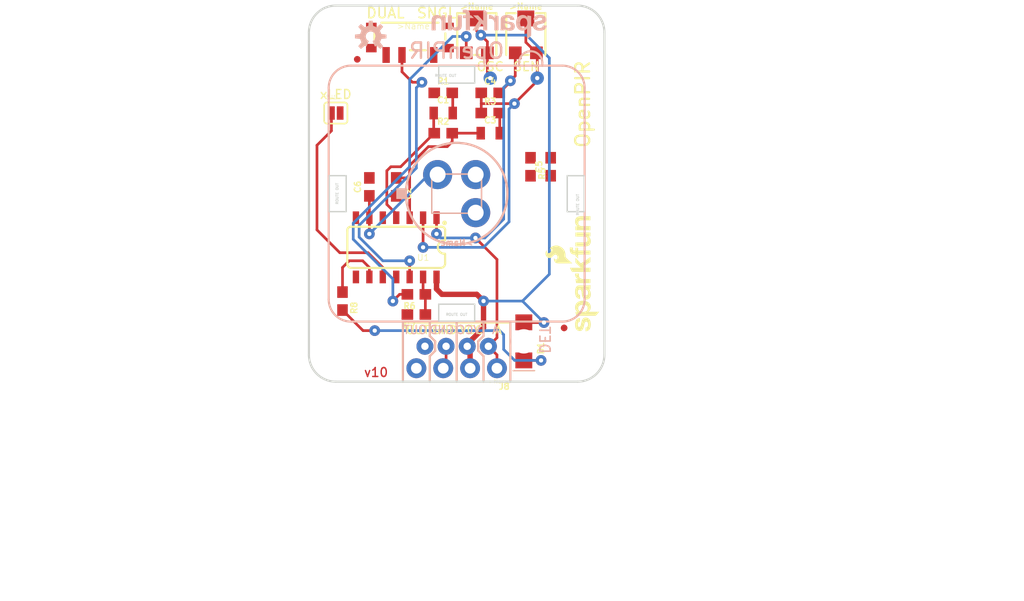
<source format=kicad_pcb>

(kicad_pcb
  (version 20171130)
  (host pcbnew "(5.1.12)-1")
  (general
    (thickness 1.6)
    (drawings 67)
    (tracks 161)
    (zones 0)
    (modules 35)
    (nets 20))
  (page A4)
  (layers
    (0 Top signal)
    (31 Bottom signal)
    (32 B.Adhes user)
    (33 F.Adhes user)
    (34 B.Paste user)
    (35 F.Paste user)
    (36 B.SilkS user)
    (37 F.SilkS user)
    (38 B.Mask user)
    (39 F.Mask user)
    (40 Dwgs.User user)
    (41 Cmts.User user)
    (42 Eco1.User user)
    (43 Eco2.User user)
    (44 Edge.Cuts user)
    (45 Margin user)
    (46 B.CrtYd user)
    (47 F.CrtYd user)
    (48 B.Fab user)
    (49 F.Fab user))
  (setup
    (last_trace_width 0.25)
    (trace_clearance 0.2)
    (zone_clearance 0.508)
    (zone_45_only no)
    (trace_min 0.2)
    (via_size 0.8)
    (via_drill 0.4)
    (via_min_size 0.4)
    (via_min_drill 0.3)
    (uvia_size 0.3)
    (uvia_drill 0.1)
    (uvias_allowed no)
    (uvia_min_size 0.2)
    (uvia_min_drill 0.1)
    (edge_width 0.05)
    (segment_width 0.2)
    (pcb_text_width 0.3)
    (pcb_text_size 1.5 1.5)
    (mod_edge_width 0.12)
    (mod_text_size 1 1)
    (mod_text_width 0.15)
    (pad_size 1.524 1.524)
    (pad_drill 0.762)
    (pad_to_mask_clearance 0)
    (aux_axis_origin 0 0)
    (visible_elements FFFFFF7F)
    (pcbplotparams
      (layerselection 0x010fc_ffffffff)
      (usegerberextensions false)
      (usegerberattributes true)
      (usegerberadvancedattributes true)
      (creategerberjobfile true)
      (excludeedgelayer true)
      (linewidth 0.1)
      (plotframeref false)
      (viasonmask false)
      (mode 1)
      (useauxorigin false)
      (hpglpennumber 1)
      (hpglpenspeed 20)
      (hpglpendiameter 15.0)
      (psnegative false)
      (psa4output false)
      (plotreference true)
      (plotvalue true)
      (plotinvisibletext false)
      (padsonsilk false)
      (subtractmaskfromsilk false)
      (outputformat 1)
      (mirror false)
      (drillshape 1)
      (scaleselection 1)
      (outputdirectory "")))
  (net 0 "")
  (net 1 GND)
  (net 2 VCC)
  (net 3 "Net-(C7-Pad1)")
  (net 4 /MODE)
  (net 5 "Net-(U1-Pad11)")
  (net 6 /~LED_EN~)
  (net 7 /LED)
  (net 8 /OUT)
  (net 9 "Net-(C6-Pad1)")
  (net 10 "Net-(C5-Pad1)")
  (net 11 "Net-(C1-Pad1)")
  (net 12 "Net-(C2-Pad1)")
  (net 13 "Net-(C4-Pad1)")
  (net 14 /A_OUT)
  (net 15 "Net-(C1-Pad2)")
  (net 16 "Net-(C3-Pad2)")
  (net 17 "Net-(D1-PadC)")
  (net 18 "Net-(S1-Pad1)")
  (net 19 "Net-(R6-Pad2)")
  (net_class Default "This is the default net class."
    (clearance 0.2)
    (trace_width 0.25)
    (via_dia 0.8)
    (via_drill 0.4)
    (uvia_dia 0.3)
    (uvia_drill 0.1)
    (add_net /A_OUT)
    (add_net /LED)
    (add_net /MODE)
    (add_net /OUT)
    (add_net /~LED_EN~)
    (add_net GND)
    (add_net "Net-(C1-Pad1)")
    (add_net "Net-(C1-Pad2)")
    (add_net "Net-(C2-Pad1)")
    (add_net "Net-(C3-Pad2)")
    (add_net "Net-(C4-Pad1)")
    (add_net "Net-(C5-Pad1)")
    (add_net "Net-(C6-Pad1)")
    (add_net "Net-(C7-Pad1)")
    (add_net "Net-(D1-PadC)")
    (add_net "Net-(R6-Pad2)")
    (add_net "Net-(S1-Pad1)")
    (add_net "Net-(U1-Pad11)")
    (add_net VCC))
  (module SparkFun-OpenPIR-NCS36000:CREATIVE_COMMONS
    (layer Top)
    (tedit 0)
    (tstamp 646E58BA)
    (at 125.6411 143.1036)
    (path /CC96BE83)
    (fp_text reference FRAME1
      (at 0 0)
      (layer F.SilkS) hide
      (effects
        (font
          (size 1.27 1.27)
          (thickness 0.15))))
    (fp_text value FRAME-LETTER
      (at 0 0)
      (layer F.SilkS) hide
      (effects
        (font
          (size 1.27 1.27)
          (thickness 0.15))))
    (fp_text user "Designed by:"
      (at 11.43 0)
      (layer F.Fab)
      (effects
        (font
          (size 1.6891 1.6891)
          (thickness 0.14224))
        (justify left bottom)))
    (fp_text user " https://creativecommons.org/licenses/by-sa/4.0/"
      (at 0 -2.54)
      (layer F.Fab)
      (effects
        (font
          (size 1.6891 1.6891)
          (thickness 0.14224))
        (justify left bottom)))
    (fp_text user "Released under the Creative Commons Attribution Share-Alike 4.0 License"
      (at -20.32 -5.08)
      (layer F.Fab)
      (effects
        (font
          (size 1.6891 1.6891)
          (thickness 0.14224))
        (justify left bottom))))
  (module SparkFun-OpenPIR-NCS36000:PIR
    (layer Bottom)
    (tedit 0)
    (tstamp 646E58C0)
    (at 148.5011 105.0036)
    (path /4E0AB7A9)
    (fp_text reference U2
      (at 0 0)
      (layer B.SilkS) hide
      (effects
        (font
          (size 1.27 1.27)
          (thickness 0.15))
        (justify mirror)))
    (fp_text value PIR
      (at 0 0)
      (layer B.SilkS) hide
      (effects
        (font
          (size 1.27 1.27)
          (thickness 0.15))
        (justify mirror)))
    (fp_text user >Value
      (at 0 -3.5)
      (layer B.Fab)
      (effects
        (font
          (size 0.57912 0.57912)
          (thickness 0.12192))
        (justify top mirror)))
    (fp_text user >Name
      (at 0 4.98)
      (layer B.SilkS)
      (effects
        (font
          (size 0.57912 0.57912)
          (thickness 0.12192))
        (justify bottom mirror)))
    (fp_circle
      (center 1.8 1.8)
      (end 2.5383 1.8)
      (layer F.Mask)
      (width 1.4766))
    (fp_circle
      (center 1.8 -1.8)
      (end 2.5383 -1.8)
      (layer F.Mask)
      (width 1.4766))
    (fp_circle
      (center -1.8 -1.8)
      (end -1.0617 -1.8)
      (layer F.Mask)
      (width 1.4766))
    (fp_circle
      (center 0 0)
      (end 4.8 0)
      (layer B.SilkS)
      (width 0.2032))
    (fp_circle
      (center 0 0)
      (end 4.6 0)
      (layer B.Fab)
      (width 0.127))
    (fp_line
      (start 2.35 1.85)
      (end -2.35 1.85)
      (layer B.SilkS)
      (width 0.127))
    (fp_line
      (start 2.35 -1.85)
      (end 2.35 1.85)
      (layer B.SilkS)
      (width 0.127))
    (fp_line
      (start -2.35 -1.85)
      (end 2.35 -1.85)
      (layer B.SilkS)
      (width 0.127))
    (fp_line
      (start -2.35 1.85)
      (end -2.35 -1.85)
      (layer B.SilkS)
      (width 0.127))
    (fp_line
      (start -4.6 -0.2)
      (end -4.6 0.2)
      (layer B.Fab)
      (width 0.127))
    (fp_poly
      (pts
        (xy -5.7 -0.5)
        (xy -4.7 -0.5)
        (xy -4.7 0.5)
        (xy -5.7 0.5))
      (layer B.SilkS)
      (width 0))
    (fp_poly
      (pts
        (xy -5.2 -0.25)
        (xy -4.6 -0.25)
        (xy -4.6 0.25)
        (xy -5.2 0.25))
      (layer B.Fab)
      (width 0))
    (fp_poly
      (pts
        (xy -2.35 -1.85)
        (xy 2.35 -1.85)
        (xy 2.35 1.85)
        (xy -2.35 1.85))
      (layer B.Fab)
      (width 0))
    (pad S thru_hole circle
      (at 1.8 -1.8)
      (size 2.75 2.75)
      (drill 1.5)
      (layers *.Cu *.Mask)
      (solder_mask_margin 0.1016))
    (pad G thru_hole circle
      (at 1.8 1.8)
      (size 2.75 2.75)
      (drill 1.5)
      (layers *.Cu *.Mask)
      (solder_mask_margin 0.1016))
    (pad D thru_hole circle
      (at -1.8 -1.8)
      (size 2.75 2.75)
      (drill 1.5)
      (layers *.Cu *.Mask)
      (net 9 "Net-(C6-Pad1)")
      (solder_mask_margin 0.1016)))
  (module SparkFun-OpenPIR-NCS36000:SO14
    (layer Top)
    (tedit 0)
    (tstamp 646E58D5)
    (at 142.7861 110.0836 180)
    (path /94FABF20)
    (fp_text reference U1
      (at -3.175 -0.635 180)
      (layer F.SilkS)
      (effects
        (font
          (size 0.57912 0.57912)
          (thickness 0.06096))
        (justify right top)))
    (fp_text value NCS36000
      (at -3.175 1.27 180)
      (layer F.Fab)
      (effects
        (font
          (size 0.57912 0.57912)
          (thickness 0.048768))
        (justify right top)))
    (fp_circle
      (center -4.572 2.3114)
      (end -4.462752 2.3114)
      (layer F.SilkS)
      (width 0.218496))
    (fp_poly
      (pts
        (xy 3.556 -2.286)
        (xy 4.064 -2.286)
        (xy 4.064 -3.302)
        (xy 3.556 -3.302))
      (layer F.Fab)
      (width 0))
    (fp_poly
      (pts
        (xy 2.286 -2.286)
        (xy 2.794 -2.286)
        (xy 2.794 -3.302)
        (xy 2.286 -3.302))
      (layer F.Fab)
      (width 0))
    (fp_poly
      (pts
        (xy 1.016 -2.286)
        (xy 1.524 -2.286)
        (xy 1.524 -3.302)
        (xy 1.016 -3.302))
      (layer F.Fab)
      (width 0))
    (fp_poly
      (pts
        (xy -0.254 -2.286)
        (xy 0.254 -2.286)
        (xy 0.254 -3.302)
        (xy -0.254 -3.302))
      (layer F.Fab)
      (width 0))
    (fp_poly
      (pts
        (xy -1.524 -2.286)
        (xy -1.016 -2.286)
        (xy -1.016 -3.302)
        (xy -1.524 -3.302))
      (layer F.Fab)
      (width 0))
    (fp_poly
      (pts
        (xy -2.794 -2.286)
        (xy -2.286 -2.286)
        (xy -2.286 -3.302)
        (xy -2.794 -3.302))
      (layer F.Fab)
      (width 0))
    (fp_poly
      (pts
        (xy -4.064 -2.286)
        (xy -3.556 -2.286)
        (xy -3.556 -3.3655)
        (xy -4.064 -3.3655))
      (layer F.Fab)
      (width 0))
    (fp_poly
      (pts
        (xy 3.556 3.302)
        (xy 4.064 3.302)
        (xy 4.064 2.2733)
        (xy 3.556 2.2733))
      (layer F.Fab)
      (width 0))
    (fp_poly
      (pts
        (xy 2.286 3.302)
        (xy 2.794 3.302)
        (xy 2.794 2.2733)
        (xy 2.286 2.2733))
      (layer F.Fab)
      (width 0))
    (fp_poly
      (pts
        (xy 1.016 3.302)
        (xy 1.524 3.302)
        (xy 1.524 2.2733)
        (xy 1.016 2.2733))
      (layer F.Fab)
      (width 0))
    (fp_poly
      (pts
        (xy -0.254 3.302)
        (xy 0.254 3.302)
        (xy 0.254 2.2733)
        (xy -0.254 2.2733))
      (layer F.Fab)
      (width 0))
    (fp_poly
      (pts
        (xy -1.524 3.302)
        (xy -1.016 3.302)
        (xy -1.016 2.2733)
        (xy -1.524 2.2733))
      (layer F.Fab)
      (width 0))
    (fp_poly
      (pts
        (xy -2.794 3.302)
        (xy -2.286 3.302)
        (xy -2.286 2.2733)
        (xy -2.794 2.2733))
      (layer F.Fab)
      (width 0))
    (fp_poly
      (pts
        (xy -4.064 3.302)
        (xy -3.556 3.302)
        (xy -3.556 2.2733)
        (xy -4.064 2.2733))
      (layer F.Fab)
      (width 0))
    (fp_line
      (start -4.6228 1.6653)
      (end -4.6228 0.6604)
      (layer F.SilkS)
      (width 0.2032))
    (fp_line
      (start -4.6228 -1.4526)
      (end -4.6228 -0.6096)
      (layer F.SilkS)
      (width 0.2032))
    (fp_line
      (start 4.6228 1.5653)
      (end 4.6228 -1.5653)
      (layer F.SilkS)
      (width 0.2032))
    (fp_line
      (start -4.2418 1.9463)
      (end 4.3418 1.9463)
      (layer F.SilkS)
      (width 0.2032))
    (fp_line
      (start 4.2418 -1.9463)
      (end -4.2418 -1.9463)
      (layer F.SilkS)
      (width 0.2032))
    (fp_arc
      (start -4.572 0.0254)
      (end -4.572 -0.6096)
      (angle 180)
      (layer F.SilkS)
      (width 0.2032))
    (fp_arc
      (start -4.291947 1.6155)
      (end -4.6228 1.6653)
      (angle -90.060185)
      (layer F.SilkS)
      (width 0.2032))
    (fp_arc
      (start 4.241899 -1.565399)
      (end 4.2418 -1.9463)
      (angle 90.030084)
      (layer F.SilkS)
      (width 0.2032))
    (fp_arc
      (start -4.1919 -1.515379)
      (end -4.6228 -1.4653)
      (angle 90.023829)
      (layer F.SilkS)
      (width 0.2032))
    (fp_arc
      (start 4.2918 1.6153)
      (end 4.3418 1.9463)
      (angle -90)
      (layer F.SilkS)
      (width 0.2032))
    (pad 14 smd rect
      (at -3.81 -2.8 180)
      (size 0.6 1.2)
      (layers Top F.Paste F.Mask)
      (net 2 VCC)
      (solder_mask_margin 0.1016))
    (pad 13 smd rect
      (at -2.54 -2.8 180)
      (size 0.6 1.2)
      (layers Top F.Paste F.Mask)
      (net 3 "Net-(C7-Pad1)")
      (solder_mask_margin 0.1016))
    (pad 12 smd rect
      (at -1.27 -2.8 180)
      (size 0.6 1.2)
      (layers Top F.Paste F.Mask)
      (net 4 /MODE)
      (solder_mask_margin 0.1016))
    (pad 11 smd rect
      (at 0 -2.8 180)
      (size 0.6 1.2)
      (layers Top F.Paste F.Mask)
      (solder_mask_margin 0.1016))
    (pad 10 smd rect
      (at 1.27 -2.8 180)
      (size 0.6 1.2)
      (layers Top F.Paste F.Mask)
      (net 6 /~LED_EN~)
      (solder_mask_margin 0.1016))
    (pad 9 smd rect
      (at 2.54 -2.8 180)
      (size 0.6 1.2)
      (layers Top F.Paste F.Mask)
      (net 7 /LED)
      (solder_mask_margin 0.1016))
    (pad 8 smd rect
      (at 3.81 -2.8 180)
      (size 0.6 1.2)
      (layers Top F.Paste F.Mask)
      (solder_mask_margin 0.1016))
    (pad 7 smd rect
      (at 3.81 2.8 180)
      (size 0.6 1.2)
      (layers Top F.Paste F.Mask)
      (solder_mask_margin 0.1016))
    (pad 6 smd rect
      (at 2.54 2.8 180)
      (size 0.6 1.2)
      (layers Top F.Paste F.Mask)
      (net 9 "Net-(C6-Pad1)")
      (solder_mask_margin 0.1016))
    (pad 5 smd rect
      (at 1.27 2.8 180)
      (size 0.6 1.2)
      (layers Top F.Paste F.Mask)
      (solder_mask_margin 0.1016))
    (pad 4 smd rect
      (at 0 2.8 180)
      (size 0.6 1.2)
      (layers Top F.Paste F.Mask)
      (net 11 "Net-(C1-Pad1)")
      (solder_mask_margin 0.1016))
    (pad 3 smd rect
      (at -1.27 2.8 180)
      (size 0.6 1.2)
      (layers Top F.Paste F.Mask)
      (net 12 "Net-(C2-Pad1)")
      (solder_mask_margin 0.1016))
    (pad 2 smd rect
      (at -2.54 2.8 180)
      (size 0.6 1.2)
      (layers Top F.Paste F.Mask)
      (net 13 "Net-(C4-Pad1)")
      (solder_mask_margin 0.1016))
    (pad 1 smd rect
      (at -3.81 2.8 180)
      (size 0.6 1.2)
      (layers Top F.Paste F.Mask)
      (net 14 /A_OUT)
      (solder_mask_margin 0.1016)))
  (module SparkFun-OpenPIR-NCS36000:0603
    (layer Top)
    (tedit 0)
    (tstamp 646E58FF)
    (at 155.4861 102.4636 270)
    (descr "<p><b>Generic 1608 (0603) package</b></p>\n<p>0.2mm courtyard excess rounded to nearest 0.05mm.</p>")
    (path /0710D5ED)
    (fp_text reference R5
      (at 0 -0.762 270)
      (layer F.SilkS)
      (effects
        (font
          (size 0.57912 0.57912)
          (thickness 0.12192))
        (justify right top)))
    (fp_text value 43k
      (at 0 0.762 270)
      (layer F.Fab)
      (effects
        (font
          (size 0.57912 0.57912)
          (thickness 0.12192))
        (justify right top)))
    (fp_poly
      (pts
        (xy -0.1999 0.3)
        (xy 0.1999 0.3)
        (xy 0.1999 -0.3)
        (xy -0.1999 -0.3))
      (layer F.Adhes)
      (width 0))
    (fp_poly
      (pts
        (xy 0.3302 0.4699)
        (xy 0.8303 0.4699)
        (xy 0.8303 -0.4801)
        (xy 0.3302 -0.4801))
      (layer F.Fab)
      (width 0))
    (fp_poly
      (pts
        (xy -0.8382 0.4699)
        (xy -0.3381 0.4699)
        (xy -0.3381 -0.4801)
        (xy -0.8382 -0.4801))
      (layer F.Fab)
      (width 0))
    (fp_line
      (start -0.356 0.419)
      (end 0.356 0.419)
      (layer F.Fab)
      (width 0.1016))
    (fp_line
      (start -0.356 -0.432)
      (end 0.356 -0.432)
      (layer F.Fab)
      (width 0.1016))
    (fp_line
      (start -1.6 0.7)
      (end -1.6 -0.7)
      (layer Dwgs.User)
      (width 0.0508))
    (fp_line
      (start 1.6 0.7)
      (end -1.6 0.7)
      (layer Dwgs.User)
      (width 0.0508))
    (fp_line
      (start 1.6 -0.7)
      (end 1.6 0.7)
      (layer Dwgs.User)
      (width 0.0508))
    (fp_line
      (start -1.6 -0.7)
      (end 1.6 -0.7)
      (layer Dwgs.User)
      (width 0.0508))
    (pad 2 smd rect
      (at 0.85 0 270)
      (size 1.1 1)
      (layers Top F.Paste F.Mask)
      (solder_mask_margin 0.1016))
    (pad 1 smd rect
      (at -0.85 0 270)
      (size 1.1 1)
      (layers Top F.Paste F.Mask)
      (solder_mask_margin 0.1016)))
  (module SparkFun-OpenPIR-NCS36000:0603
    (layer Top)
    (tedit 0)
    (tstamp 646E590D)
    (at 140.2461 104.3686 90)
    (descr "<p><b>Generic 1608 (0603) package</b></p>\n<p>0.2mm courtyard excess rounded to nearest 0.05mm.</p>")
    (path /8451312A)
    (fp_text reference C6
      (at 0 -0.762 90)
      (layer F.SilkS)
      (effects
        (font
          (size 0.57912 0.57912)
          (thickness 0.12192))
        (justify bottom)))
    (fp_text value 0.1uF
      (at 0 0.762 90)
      (layer F.Fab)
      (effects
        (font
          (size 0.57912 0.57912)
          (thickness 0.12192))
        (justify top)))
    (fp_poly
      (pts
        (xy -0.1999 0.3)
        (xy 0.1999 0.3)
        (xy 0.1999 -0.3)
        (xy -0.1999 -0.3))
      (layer F.Adhes)
      (width 0))
    (fp_poly
      (pts
        (xy 0.3302 0.4699)
        (xy 0.8303 0.4699)
        (xy 0.8303 -0.4801)
        (xy 0.3302 -0.4801))
      (layer F.Fab)
      (width 0))
    (fp_poly
      (pts
        (xy -0.8382 0.4699)
        (xy -0.3381 0.4699)
        (xy -0.3381 -0.4801)
        (xy -0.8382 -0.4801))
      (layer F.Fab)
      (width 0))
    (fp_line
      (start -0.356 0.419)
      (end 0.356 0.419)
      (layer F.Fab)
      (width 0.1016))
    (fp_line
      (start -0.356 -0.432)
      (end 0.356 -0.432)
      (layer F.Fab)
      (width 0.1016))
    (fp_line
      (start -1.6 0.7)
      (end -1.6 -0.7)
      (layer Dwgs.User)
      (width 0.0508))
    (fp_line
      (start 1.6 0.7)
      (end -1.6 0.7)
      (layer Dwgs.User)
      (width 0.0508))
    (fp_line
      (start 1.6 -0.7)
      (end 1.6 0.7)
      (layer Dwgs.User)
      (width 0.0508))
    (fp_line
      (start -1.6 -0.7)
      (end 1.6 -0.7)
      (layer Dwgs.User)
      (width 0.0508))
    (pad 2 smd rect
      (at 0.85 0 90)
      (size 1.1 1)
      (layers Top F.Paste F.Mask)
      (solder_mask_margin 0.1016))
    (pad 1 smd rect
      (at -0.85 0 90)
      (size 1.1 1)
      (layers Top F.Paste F.Mask)
      (net 9 "Net-(C6-Pad1)")
      (solder_mask_margin 0.1016)))
  (module SparkFun-OpenPIR-NCS36000:0603
    (layer Top)
    (tedit 0)
    (tstamp 646E591B)
    (at 157.3911 102.4636 90)
    (descr "<p><b>Generic 1608 (0603) package</b></p>\n<p>0.2mm courtyard excess rounded to nearest 0.05mm.</p>")
    (path /2BF069D8)
    (fp_text reference C5
      (at 0 -0.762 90)
      (layer F.SilkS)
      (effects
        (font
          (size 0.57912 0.57912)
          (thickness 0.12192))
        (justify bottom)))
    (fp_text value 0.1uF
      (at 0 0.762 90)
      (layer F.Fab)
      (effects
        (font
          (size 0.57912 0.57912)
          (thickness 0.12192))
        (justify top)))
    (fp_poly
      (pts
        (xy -0.1999 0.3)
        (xy 0.1999 0.3)
        (xy 0.1999 -0.3)
        (xy -0.1999 -0.3))
      (layer F.Adhes)
      (width 0))
    (fp_poly
      (pts
        (xy 0.3302 0.4699)
        (xy 0.8303 0.4699)
        (xy 0.8303 -0.4801)
        (xy 0.3302 -0.4801))
      (layer F.Fab)
      (width 0))
    (fp_poly
      (pts
        (xy -0.8382 0.4699)
        (xy -0.3381 0.4699)
        (xy -0.3381 -0.4801)
        (xy -0.8382 -0.4801))
      (layer F.Fab)
      (width 0))
    (fp_line
      (start -0.356 0.419)
      (end 0.356 0.419)
      (layer F.Fab)
      (width 0.1016))
    (fp_line
      (start -0.356 -0.432)
      (end 0.356 -0.432)
      (layer F.Fab)
      (width 0.1016))
    (fp_line
      (start -1.6 0.7)
      (end -1.6 -0.7)
      (layer Dwgs.User)
      (width 0.0508))
    (fp_line
      (start 1.6 0.7)
      (end -1.6 0.7)
      (layer Dwgs.User)
      (width 0.0508))
    (fp_line
      (start 1.6 -0.7)
      (end 1.6 0.7)
      (layer Dwgs.User)
      (width 0.0508))
    (fp_line
      (start -1.6 -0.7)
      (end 1.6 -0.7)
      (layer Dwgs.User)
      (width 0.0508))
    (pad 2 smd rect
      (at 0.85 0 90)
      (size 1.1 1)
      (layers Top F.Paste F.Mask)
      (solder_mask_margin 0.1016))
    (pad 1 smd rect
      (at -0.85 0 90)
      (size 1.1 1)
      (layers Top F.Paste F.Mask)
      (solder_mask_margin 0.1016)))
  (module SparkFun-OpenPIR-NCS36000:0603
    (layer Top)
    (tedit 0)
    (tstamp inf)
    (at 147.2311 95.4786)
    (descr "<p><b>Generic 1608 (0603) package</b></p>\n<p>0.2mm courtyard excess rounded to nearest 0.05mm.</p>")
    (path /5FC72806)
    (fp_text reference R1
      (at 0 -0.762)
      (layer F.SilkS)
      (effects
        (font
          (size 0.57912 0.57912)
          (thickness 0.12192))
        (justify bottom)))
    (fp_text value 10k
      (at 0 0.762)
      (layer F.Fab)
      (effects
        (font
          (size 0.57912 0.57912)
          (thickness 0.12192))
        (justify top)))
    (fp_poly
      (pts
        (xy -0.1999 0.3)
        (xy 0.1999 0.3)
        (xy 0.1999 -0.3)
        (xy -0.1999 -0.3))
      (layer F.Adhes)
      (width 0))
    (fp_poly
      (pts
        (xy 0.3302 0.4699)
        (xy 0.8303 0.4699)
        (xy 0.8303 -0.4801)
        (xy 0.3302 -0.4801))
      (layer F.Fab)
      (width 0))
    (fp_poly
      (pts
        (xy -0.8382 0.4699)
        (xy -0.3381 0.4699)
        (xy -0.3381 -0.4801)
        (xy -0.8382 -0.4801))
      (layer F.Fab)
      (width 0))
    (fp_line
      (start -0.356 0.419)
      (end 0.356 0.419)
      (layer F.Fab)
      (width 0.1016))
    (fp_line
      (start -0.356 -0.432)
      (end 0.356 -0.432)
      (layer F.Fab)
      (width 0.1016))
    (fp_line
      (start -1.6 0.7)
      (end -1.6 -0.7)
      (layer Dwgs.User)
      (width 0.0508))
    (fp_line
      (start 1.6 0.7)
      (end -1.6 0.7)
      (layer Dwgs.User)
      (width 0.0508))
    (fp_line
      (start 1.6 -0.7)
      (end 1.6 0.7)
      (layer Dwgs.User)
      (width 0.0508))
    (fp_line
      (start -1.6 -0.7)
      (end 1.6 -0.7)
      (layer Dwgs.User)
      (width 0.0508))
    (pad 2 smd rect
      (at 0.85 0)
      (size 1.1 1)
      (layers Top F.Paste F.Mask)
      (net 15 "Net-(C1-Pad2)")
      (solder_mask_margin 0.1016))
    (pad 1 smd rect
      (at -0.85 0)
      (size 1.1 1)
      (layers Top F.Paste F.Mask)
      (solder_mask_margin 0.1016)))
  (module SparkFun-OpenPIR-NCS36000:0805
    (layer Top)
    (tedit 0)
    (tstamp inf)
    (at 147.2311 97.3836)
    (descr "<p><b>Generic 2012 (0805) package</b></p>\n<p>0.2mm courtyard excess rounded to nearest 0.05mm.</p>")
    (path /2CB5EB77)
    (fp_text reference C1
      (at 0 -0.889)
      (layer F.SilkS)
      (effects
        (font
          (size 0.57912 0.57912)
          (thickness 0.12192))
        (justify bottom)))
    (fp_text value 22uF
      (at 0 0.889)
      (layer F.Fab)
      (effects
        (font
          (size 0.57912 0.57912)
          (thickness 0.12192))
        (justify top)))
    (fp_line
      (start -1.5 0.8)
      (end -1.5 -0.8)
      (layer Dwgs.User)
      (width 0.0508))
    (fp_line
      (start 1.5 0.8)
      (end -1.5 0.8)
      (layer Dwgs.User)
      (width 0.0508))
    (fp_line
      (start 1.5 -0.8)
      (end 1.5 0.8)
      (layer Dwgs.User)
      (width 0.0508))
    (fp_line
      (start -1.5 -0.8)
      (end 1.5 -0.8)
      (layer Dwgs.User)
      (width 0.0508))
    (pad 2 smd rect
      (at 0.9 0)
      (size 0.8 1.2)
      (layers Top F.Paste F.Mask)
      (net 15 "Net-(C1-Pad2)")
      (solder_mask_margin 0.1016))
    (pad 1 smd rect
      (at -0.9 0)
      (size 0.8 1.2)
      (layers Top F.Paste F.Mask)
      (net 11 "Net-(C1-Pad1)")
      (solder_mask_margin 0.1016)))
  (module SparkFun-OpenPIR-NCS36000:0603
    (layer Top)
    (tedit 0)
    (tstamp inf)
    (at 142.7861 104.3686 270)
    (descr "<p><b>Generic 1608 (0603) package</b></p>\n<p>0.2mm courtyard excess rounded to nearest 0.05mm.</p>")
    (path /2DB567F5)
    (fp_text reference C2
      (at 0 -0.762 270)
      (layer F.SilkS)
      (effects
        (font
          (size 0.57912 0.57912)
          (thickness 0.12192))
        (justify right top)))
    (fp_text value 10nF
      (at 0 0.762 270)
      (layer F.Fab)
      (effects
        (font
          (size 0.57912 0.57912)
          (thickness 0.12192))
        (justify right top)))
    (fp_poly
      (pts
        (xy -0.1999 0.3)
        (xy 0.1999 0.3)
        (xy 0.1999 -0.3)
        (xy -0.1999 -0.3))
      (layer F.Adhes)
      (width 0))
    (fp_poly
      (pts
        (xy 0.3302 0.4699)
        (xy 0.8303 0.4699)
        (xy 0.8303 -0.4801)
        (xy 0.3302 -0.4801))
      (layer F.Fab)
      (width 0))
    (fp_poly
      (pts
        (xy -0.8382 0.4699)
        (xy -0.3381 0.4699)
        (xy -0.3381 -0.4801)
        (xy -0.8382 -0.4801))
      (layer F.Fab)
      (width 0))
    (fp_line
      (start -0.356 0.419)
      (end 0.356 0.419)
      (layer F.Fab)
      (width 0.1016))
    (fp_line
      (start -0.356 -0.432)
      (end 0.356 -0.432)
      (layer F.Fab)
      (width 0.1016))
    (fp_line
      (start -1.6 0.7)
      (end -1.6 -0.7)
      (layer Dwgs.User)
      (width 0.0508))
    (fp_line
      (start 1.6 0.7)
      (end -1.6 0.7)
      (layer Dwgs.User)
      (width 0.0508))
    (fp_line
      (start 1.6 -0.7)
      (end 1.6 0.7)
      (layer Dwgs.User)
      (width 0.0508))
    (fp_line
      (start -1.6 -0.7)
      (end 1.6 -0.7)
      (layer Dwgs.User)
      (width 0.0508))
    (pad 2 smd rect
      (at 0.85 0 270)
      (size 1.1 1)
      (layers Top F.Paste F.Mask)
      (net 11 "Net-(C1-Pad1)")
      (solder_mask_margin 0.1016))
    (pad 1 smd rect
      (at -0.85 0 270)
      (size 1.1 1)
      (layers Top F.Paste F.Mask)
      (net 12 "Net-(C2-Pad1)")
      (solder_mask_margin 0.1016)))
  (module SparkFun-OpenPIR-NCS36000:0603
    (layer Top)
    (tedit 0)
    (tstamp 646E594E)
    (at 147.2311 99.2886)
    (descr "<p><b>Generic 1608 (0603) package</b></p>\n<p>0.2mm courtyard excess rounded to nearest 0.05mm.</p>")
    (path /427BD1C5)
    (fp_text reference R2
      (at 0 -0.762)
      (layer F.SilkS)
      (effects
        (font
          (size 0.57912 0.57912)
          (thickness 0.12192))
        (justify bottom)))
    (fp_text value 560k
      (at 0 0.762)
      (layer F.Fab)
      (effects
        (font
          (size 0.57912 0.57912)
          (thickness 0.12192))
        (justify top)))
    (fp_poly
      (pts
        (xy -0.1999 0.3)
        (xy 0.1999 0.3)
        (xy 0.1999 -0.3)
        (xy -0.1999 -0.3))
      (layer F.Adhes)
      (width 0))
    (fp_poly
      (pts
        (xy 0.3302 0.4699)
        (xy 0.8303 0.4699)
        (xy 0.8303 -0.4801)
        (xy 0.3302 -0.4801))
      (layer F.Fab)
      (width 0))
    (fp_poly
      (pts
        (xy -0.8382 0.4699)
        (xy -0.3381 0.4699)
        (xy -0.3381 -0.4801)
        (xy -0.8382 -0.4801))
      (layer F.Fab)
      (width 0))
    (fp_line
      (start -0.356 0.419)
      (end 0.356 0.419)
      (layer F.Fab)
      (width 0.1016))
    (fp_line
      (start -0.356 -0.432)
      (end 0.356 -0.432)
      (layer F.Fab)
      (width 0.1016))
    (fp_line
      (start -1.6 0.7)
      (end -1.6 -0.7)
      (layer Dwgs.User)
      (width 0.0508))
    (fp_line
      (start 1.6 0.7)
      (end -1.6 0.7)
      (layer Dwgs.User)
      (width 0.0508))
    (fp_line
      (start 1.6 -0.7)
      (end 1.6 0.7)
      (layer Dwgs.User)
      (width 0.0508))
    (fp_line
      (start -1.6 -0.7)
      (end 1.6 -0.7)
      (layer Dwgs.User)
      (width 0.0508))
    (pad 2 smd rect
      (at 0.85 0)
      (size 1.1 1)
      (layers Top F.Paste F.Mask)
      (net 12 "Net-(C2-Pad1)")
      (solder_mask_margin 0.1016))
    (pad 1 smd rect
      (at -0.85 0)
      (size 1.1 1)
      (layers Top F.Paste F.Mask)
      (net 11 "Net-(C1-Pad1)")
      (solder_mask_margin 0.1016)))
  (module SparkFun-OpenPIR-NCS36000:0805
    (layer Top)
    (tedit 0)
    (tstamp 646E595C)
    (at 151.6761 99.2886)
    (descr "<p><b>Generic 2012 (0805) package</b></p>\n<p>0.2mm courtyard excess rounded to nearest 0.05mm.</p>")
    (path /088BD0DF)
    (fp_text reference C3
      (at 0 -0.889)
      (layer F.SilkS)
      (effects
        (font
          (size 0.57912 0.57912)
          (thickness 0.12192))
        (justify bottom)))
    (fp_text value 22uF
      (at 0 0.889)
      (layer F.Fab)
      (effects
        (font
          (size 0.57912 0.57912)
          (thickness 0.12192))
        (justify top)))
    (fp_line
      (start -1.5 0.8)
      (end -1.5 -0.8)
      (layer Dwgs.User)
      (width 0.0508))
    (fp_line
      (start 1.5 0.8)
      (end -1.5 0.8)
      (layer Dwgs.User)
      (width 0.0508))
    (fp_line
      (start 1.5 -0.8)
      (end 1.5 0.8)
      (layer Dwgs.User)
      (width 0.0508))
    (fp_line
      (start -1.5 -0.8)
      (end 1.5 -0.8)
      (layer Dwgs.User)
      (width 0.0508))
    (pad 2 smd rect
      (at 0.9 0)
      (size 0.8 1.2)
      (layers Top F.Paste F.Mask)
      (net 16 "Net-(C3-Pad2)")
      (solder_mask_margin 0.1016))
    (pad 1 smd rect
      (at -0.9 0)
      (size 0.8 1.2)
      (layers Top F.Paste F.Mask)
      (net 12 "Net-(C2-Pad1)")
      (solder_mask_margin 0.1016)))
  (module SparkFun-OpenPIR-NCS36000:0603
    (layer Top)
    (tedit 0)
    (tstamp inf)
    (at 151.6761 97.3836)
    (descr "<p><b>Generic 1608 (0603) package</b></p>\n<p>0.2mm courtyard excess rounded to nearest 0.05mm.</p>")
    (path /ABABC248)
    (fp_text reference R3
      (at 0 -0.762)
      (layer F.SilkS)
      (effects
        (font
          (size 0.57912 0.57912)
          (thickness 0.12192))
        (justify bottom)))
    (fp_text value 10k
      (at 0 0.762)
      (layer F.Fab)
      (effects
        (font
          (size 0.57912 0.57912)
          (thickness 0.12192))
        (justify top)))
    (fp_poly
      (pts
        (xy -0.1999 0.3)
        (xy 0.1999 0.3)
        (xy 0.1999 -0.3)
        (xy -0.1999 -0.3))
      (layer F.Adhes)
      (width 0))
    (fp_poly
      (pts
        (xy 0.3302 0.4699)
        (xy 0.8303 0.4699)
        (xy 0.8303 -0.4801)
        (xy 0.3302 -0.4801))
      (layer F.Fab)
      (width 0))
    (fp_poly
      (pts
        (xy -0.8382 0.4699)
        (xy -0.3381 0.4699)
        (xy -0.3381 -0.4801)
        (xy -0.8382 -0.4801))
      (layer F.Fab)
      (width 0))
    (fp_line
      (start -0.356 0.419)
      (end 0.356 0.419)
      (layer F.Fab)
      (width 0.1016))
    (fp_line
      (start -0.356 -0.432)
      (end 0.356 -0.432)
      (layer F.Fab)
      (width 0.1016))
    (fp_line
      (start -1.6 0.7)
      (end -1.6 -0.7)
      (layer Dwgs.User)
      (width 0.0508))
    (fp_line
      (start 1.6 0.7)
      (end -1.6 0.7)
      (layer Dwgs.User)
      (width 0.0508))
    (fp_line
      (start 1.6 -0.7)
      (end 1.6 0.7)
      (layer Dwgs.User)
      (width 0.0508))
    (fp_line
      (start -1.6 -0.7)
      (end 1.6 -0.7)
      (layer Dwgs.User)
      (width 0.0508))
    (pad 2 smd rect
      (at 0.85 0)
      (size 1.1 1)
      (layers Top F.Paste F.Mask)
      (net 16 "Net-(C3-Pad2)")
      (solder_mask_margin 0.1016))
    (pad 1 smd rect
      (at -0.85 0)
      (size 1.1 1)
      (layers Top F.Paste F.Mask)
      (net 13 "Net-(C4-Pad1)")
      (solder_mask_margin 0.1016)))
  (module SparkFun-OpenPIR-NCS36000:0603
    (layer Top)
    (tedit 0)
    (tstamp inf)
    (at 151.6761 95.4786)
    (descr "<p><b>Generic 1608 (0603) package</b></p>\n<p>0.2mm courtyard excess rounded to nearest 0.05mm.</p>")
    (path /E69E6156)
    (fp_text reference C4
      (at 0 -0.762)
      (layer F.SilkS)
      (effects
        (font
          (size 0.57912 0.57912)
          (thickness 0.12192))
        (justify bottom)))
    (fp_text value 10nF
      (at 0 0.762)
      (layer F.Fab)
      (effects
        (font
          (size 0.57912 0.57912)
          (thickness 0.12192))
        (justify top)))
    (fp_poly
      (pts
        (xy -0.1999 0.3)
        (xy 0.1999 0.3)
        (xy 0.1999 -0.3)
        (xy -0.1999 -0.3))
      (layer F.Adhes)
      (width 0))
    (fp_poly
      (pts
        (xy 0.3302 0.4699)
        (xy 0.8303 0.4699)
        (xy 0.8303 -0.4801)
        (xy 0.3302 -0.4801))
      (layer F.Fab)
      (width 0))
    (fp_poly
      (pts
        (xy -0.8382 0.4699)
        (xy -0.3381 0.4699)
        (xy -0.3381 -0.4801)
        (xy -0.8382 -0.4801))
      (layer F.Fab)
      (width 0))
    (fp_line
      (start -0.356 0.419)
      (end 0.356 0.419)
      (layer F.Fab)
      (width 0.1016))
    (fp_line
      (start -0.356 -0.432)
      (end 0.356 -0.432)
      (layer F.Fab)
      (width 0.1016))
    (fp_line
      (start -1.6 0.7)
      (end -1.6 -0.7)
      (layer Dwgs.User)
      (width 0.0508))
    (fp_line
      (start 1.6 0.7)
      (end -1.6 0.7)
      (layer Dwgs.User)
      (width 0.0508))
    (fp_line
      (start 1.6 -0.7)
      (end 1.6 0.7)
      (layer Dwgs.User)
      (width 0.0508))
    (fp_line
      (start -1.6 -0.7)
      (end 1.6 -0.7)
      (layer Dwgs.User)
      (width 0.0508))
    (pad 2 smd rect
      (at 0.85 0)
      (size 1.1 1)
      (layers Top F.Paste F.Mask)
      (net 14 /A_OUT)
      (solder_mask_margin 0.1016))
    (pad 1 smd rect
      (at -0.85 0)
      (size 1.1 1)
      (layers Top F.Paste F.Mask)
      (net 13 "Net-(C4-Pad1)")
      (solder_mask_margin 0.1016)))
  (module SparkFun-OpenPIR-NCS36000:TRIMPOT-TC33X
    (layer Top)
    (tedit 0)
    (tstamp inf)
    (at 155.0416 89.8906)
    (descr "<h3>Bourns TC33X Trimpot</h3>\n<p><a href=\"http://www.bourns.com/docs/Product-Datasheets/TC33.pdf\">Datasheet</a></p>")
    (path /BADBB996)
    (fp_text reference R4
      (at 0 0)
      (layer F.SilkS) hide
      (effects
        (font
          (size 1.27 1.27)
          (thickness 0.15))))
    (fp_text value 1M
      (at 0 0)
      (layer F.SilkS) hide
      (effects
        (font
          (size 1.27 1.27)
          (thickness 0.15))))
    (fp_text user >Value
      (at 0 2.45)
      (layer F.Fab)
      (effects
        (font
          (size 0.57912 0.57912)
          (thickness 0.12192))
        (justify top)))
    (fp_text user >Name
      (at 0 -2.25)
      (layer F.SilkS)
      (effects
        (font
          (size 0.57912 0.57912)
          (thickness 0.12192))
        (justify bottom)))
    (fp_line
      (start 0.25 2)
      (end -0.25 2)
      (layer F.SilkS)
      (width 0.2032))
    (fp_line
      (start 0.95 -1.95)
      (end 1.85 -1.95)
      (layer F.SilkS)
      (width 0.2032))
    (fp_line
      (start -1.85 -1.95)
      (end -0.95 -1.95)
      (layer F.SilkS)
      (width 0.2032))
    (fp_line
      (start 1.85 -1.95)
      (end 1.85 2)
      (layer F.SilkS)
      (width 0.2032))
    (fp_line
      (start -1.5 1.8)
      (end -1.5 -1.75)
      (layer F.Fab)
      (width 0.127))
    (fp_line
      (start 0.65 -0.25)
      (end 1.05 -0.25)
      (layer F.Fab)
      (width 0.127))
    (fp_line
      (start 0.25 -1.05)
      (end 0.25 -0.65)
      (layer F.Fab)
      (width 0.127))
    (fp_line
      (start -0.25 -1.05)
      (end 0.25 -1.05)
      (layer F.Fab)
      (width 0.127))
    (fp_line
      (start -0.25 -0.65)
      (end -0.25 -1.05)
      (layer F.Fab)
      (width 0.127))
    (fp_line
      (start -1.05 -0.25)
      (end -0.65 -0.25)
      (layer F.Fab)
      (width 0.127))
    (fp_line
      (start -1.05 0.25)
      (end -1.05 -0.25)
      (layer F.Fab)
      (width 0.127))
    (fp_line
      (start -0.65 0.25)
      (end -1.05 0.25)
      (layer F.Fab)
      (width 0.127))
    (fp_line
      (start -0.25 1.05)
      (end -0.25 0.65)
      (layer F.Fab)
      (width 0.127))
    (fp_line
      (start 0.25 1.05)
      (end -0.25 1.05)
      (layer F.Fab)
      (width 0.127))
    (fp_line
      (start 0.25 0.65)
      (end 0.25 1.05)
      (layer F.Fab)
      (width 0.127))
    (fp_line
      (start 1.05 0.25)
      (end 0.65 0.25)
      (layer F.Fab)
      (width 0.127))
    (fp_line
      (start 1.05 -0.25)
      (end 1.05 0.25)
      (layer F.Fab)
      (width 0.127))
    (fp_line
      (start -1.85 2)
      (end -1.85 -1.95)
      (layer F.SilkS)
      (width 0.2032))
    (fp_line
      (start 1.5 1.8)
      (end -1.5 1.8)
      (layer F.Fab)
      (width 0.127))
    (fp_line
      (start 1.5 -1.75)
      (end 1.5 1.8)
      (layer F.Fab)
      (width 0.127))
    (fp_line
      (start -1.5 -1.75)
      (end 1.5 -1.75)
      (layer F.Fab)
      (width 0.127))
    (fp_poly
      (pts
        (xy -0.75 -1)
        (xy 0.75 -1)
        (xy 0.75 -1.8)
        (xy -0.75 -1.8))
      (layer F.Fab)
      (width 0))
    (fp_poly
      (pts
        (xy 1.35 1.1)
        (xy 0.55 1.1)
        (xy 0.55 2)
        (xy 1.35 2))
      (layer F.Fab)
      (width 0))
    (fp_poly
      (pts
        (xy -1.35 2)
        (xy -0.55 2)
        (xy -0.55 1.1)
        (xy -1.35 1.1))
      (layer F.Fab)
      (width 0))
    (fp_arc
      (start -0.032842 0.032842)
      (end 0.25 -0.65)
      (angle 45)
      (layer F.Fab)
      (width 0.127))
    (fp_arc
      (start 0.032842 0.032842)
      (end -0.65 -0.25)
      (angle 45)
      (layer F.Fab)
      (width 0.127))
    (fp_arc
      (start 0.032842 -0.032842)
      (end -0.25 0.65)
      (angle 45)
      (layer F.Fab)
      (width 0.127))
    (fp_arc
      (start -0.032842 -0.032842)
      (end 0.65 0.25)
      (angle 45)
      (layer F.Fab)
      (width 0.127))
    (fp_circle
      (center 0 0)
      (end 0.25 0)
      (layer F.Fab)
      (width 0.127))
    (fp_circle
      (center 0 0)
      (end 1.8 0)
      (layer F.Fab)
      (width 0.127))
    (pad 3 smd rect
      (at 1 1.8)
      (size 1.2 1.2)
      (layers Top F.Paste F.Mask)
      (net 13 "Net-(C4-Pad1)")
      (solder_mask_margin 0.1016))
    (pad 1 smd rect
      (at -1 1.8)
      (size 1.2 1.2)
      (layers Top F.Paste F.Mask)
      (net 14 /A_OUT)
      (solder_mask_margin 0.1016))
    (pad 2 smd rect
      (at 0 -1.45)
      (size 1.6 1.5)
      (layers Top F.Paste F.Mask)
      (net 13 "Net-(C4-Pad1)")
      (solder_mask_margin 0.1016)))
  (module SparkFun-OpenPIR-NCS36000:LENS-CWM-0.5-GI-V1
    (layer Bottom)
    (tedit 0)
    (tstamp 646E59A7)
    (at 148.5011 105.0036 180)
    (descr "<h3>Zilog CWM 0.5 GI V1 PIR Lens</h3>\n<p>The CWM 0.5 GI V1 lens array is intended for both wall and ceiling-mounted applications, and is optimized for both dual and quad element pyroelectric detectors. The lens is intended to clip directly into the circuit board, over top of the pyroelectric sensor.</p>\n<p><a href=\"http://media.digikey.com/pdf/Data%20Sheets/ZiLOG%20PDFs/Zmotion%20Lens%20&%20Pyroelectric%20Sensor%20Spec.pdf\">Datasheet</a></p>")
    (path /080374AA)
    (fp_text reference U$1
      (at 0 0 180)
      (layer B.SilkS) hide
      (effects
        (font
          (size 1.27 1.27)
          (thickness 0.15))
        (justify mirror)))
    (fp_text value "CWM 0.5 GI V1"
      (at 0 0 180)
      (layer B.SilkS) hide
      (effects
        (font
          (size 1.27 1.27)
          (thickness 0.15))
        (justify mirror)))
    (fp_line
      (start 1.7 -10.45)
      (end 1.7 -12.05)
      (layer Edge.Cuts)
      (width 0.127))
    (fp_line
      (start -1.7 -12.05)
      (end -1.7 -10.45)
      (layer Edge.Cuts)
      (width 0.127))
    (fp_line
      (start -1.7 -12.05)
      (end 1.7 -12.05)
      (layer Edge.Cuts)
      (width 0.127))
    (fp_line
      (start -1.7 -10.45)
      (end 1.7 -10.45)
      (layer Edge.Cuts)
      (width 0.127))
    (fp_line
      (start 1.7 12.05)
      (end 1.7 10.45)
      (layer Edge.Cuts)
      (width 0.127))
    (fp_line
      (start -1.7 10.45)
      (end -1.7 12.05)
      (layer Edge.Cuts)
      (width 0.127))
    (fp_line
      (start -1.7 10.45)
      (end 1.7 10.45)
      (layer Edge.Cuts)
      (width 0.127))
    (fp_line
      (start -1.7 12.05)
      (end 1.7 12.05)
      (layer Edge.Cuts)
      (width 0.127))
    (fp_line
      (start 12.05 -1.7)
      (end 10.45 -1.7)
      (layer Edge.Cuts)
      (width 0.127))
    (fp_line
      (start 10.45 1.7)
      (end 12.05 1.7)
      (layer Edge.Cuts)
      (width 0.127))
    (fp_line
      (start 10.45 1.7)
      (end 10.45 -1.7)
      (layer Edge.Cuts)
      (width 0.127))
    (fp_line
      (start 12.05 1.7)
      (end 12.05 -1.7)
      (layer Edge.Cuts)
      (width 0.127))
    (fp_line
      (start -10.45 -1.7)
      (end -12.05 -1.7)
      (layer Edge.Cuts)
      (width 0.127))
    (fp_line
      (start -12.05 1.7)
      (end -10.45 1.7)
      (layer Edge.Cuts)
      (width 0.127))
    (fp_line
      (start -12.05 1.7)
      (end -12.05 -1.7)
      (layer Edge.Cuts)
      (width 0.127))
    (fp_line
      (start -10.45 1.7)
      (end -10.45 -1.7)
      (layer Edge.Cuts)
      (width 0.127))
    (fp_line
      (start -6 12.365)
      (end -6 12)
      (layer B.Fab)
      (width 0.127))
    (fp_line
      (start -8.1 12.1)
      (end -8.1 12.365)
      (layer B.SilkS)
      (width 0.2032))
    (fp_line
      (start -5.9 12.365)
      (end -5.9 12.1)
      (layer B.SilkS)
      (width 0.2032))
    (fp_line
      (start -8 12)
      (end -8 12.365)
      (layer B.Fab)
      (width 0.127))
    (fp_line
      (start -8 12)
      (end -10 12)
      (layer B.Fab)
      (width 0.127))
    (fp_line
      (start -6 12)
      (end -8 12)
      (layer B.Fab)
      (width 0.127))
    (fp_line
      (start 10 12)
      (end -6 12)
      (layer B.Fab)
      (width 0.127))
    (fp_line
      (start 12.1 -10)
      (end 12.1 10)
      (layer B.SilkS)
      (width 0.2032))
    (fp_line
      (start -12 10)
      (end -12 -10)
      (layer B.Fab)
      (width 0.127))
    (fp_line
      (start -10 -12)
      (end 10 -12)
      (layer B.Fab)
      (width 0.127))
    (fp_line
      (start -2.35 -1.85)
      (end 2.35 -1.85)
      (layer B.SilkS)
      (width 0.127))
    (fp_line
      (start -2.35 1.85)
      (end -2.35 -1.85)
      (layer B.SilkS)
      (width 0.127))
    (fp_line
      (start 2.35 1.85)
      (end -2.35 1.85)
      (layer B.SilkS)
      (width 0.127))
    (fp_line
      (start 2.35 -1.85)
      (end 2.35 1.85)
      (layer B.SilkS)
      (width 0.127))
    (fp_line
      (start 4.6 0.2)
      (end 4.6 -0.2)
      (layer B.Fab)
      (width 0.127))
    (fp_line
      (start -1.6 -12.5)
      (end -1.6 -11)
      (layer B.Fab)
      (width 0.127))
    (fp_line
      (start 1.6 -11)
      (end -1.6 -11)
      (layer B.Fab)
      (width 0.127))
    (fp_line
      (start 1.6 -12.5)
      (end 1.6 -11)
      (layer B.Fab)
      (width 0.127))
    (fp_line
      (start -1.6 -12.5)
      (end 1.6 -12.5)
      (layer B.Fab)
      (width 0.127))
    (fp_line
      (start 1.6 12.5)
      (end 1.6 11)
      (layer B.Fab)
      (width 0.127))
    (fp_line
      (start -1.6 11)
      (end 1.6 11)
      (layer B.Fab)
      (width 0.127))
    (fp_line
      (start -1.6 12.5)
      (end -1.6 11)
      (layer B.Fab)
      (width 0.127))
    (fp_line
      (start 1.6 12.5)
      (end -1.6 12.5)
      (layer B.Fab)
      (width 0.127))
    (fp_line
      (start 12.5 -1.6)
      (end 11 -1.6)
      (layer B.Fab)
      (width 0.127))
    (fp_line
      (start 11 1.6)
      (end 11 -1.6)
      (layer B.Fab)
      (width 0.127))
    (fp_line
      (start 12.5 1.6)
      (end 11 1.6)
      (layer B.Fab)
      (width 0.127))
    (fp_line
      (start 12.5 -1.6)
      (end 12.5 1.6)
      (layer B.Fab)
      (width 0.127))
    (fp_line
      (start -12.5 1.6)
      (end -11 1.6)
      (layer B.Fab)
      (width 0.127))
    (fp_line
      (start -11 -1.6)
      (end -11 1.6)
      (layer B.Fab)
      (width 0.127))
    (fp_line
      (start -12.5 -1.6)
      (end -11 -1.6)
      (layer B.Fab)
      (width 0.127))
    (fp_line
      (start -12.5 1.6)
      (end -12.5 -1.6)
      (layer B.Fab)
      (width 0.127))
    (fp_line
      (start -8.1 12.1)
      (end -10 12.1)
      (layer B.SilkS)
      (width 0.2032))
    (fp_line
      (start -5.9 12.1)
      (end -8.1 12.1)
      (layer B.SilkS)
      (width 0.2032))
    (fp_line
      (start 10 12.1)
      (end -5.9 12.1)
      (layer B.SilkS)
      (width 0.2032))
    (fp_line
      (start 12 -10)
      (end 12 10)
      (layer B.Fab)
      (width 0.127))
    (fp_line
      (start -10 -12.1)
      (end 10 -12.1)
      (layer B.SilkS)
      (width 0.2032))
    (fp_line
      (start -12.1 10)
      (end -12.1 -10)
      (layer B.SilkS)
      (width 0.2032))
    (fp_poly
      (pts
        (xy -12.05 1.7)
        (xy -10.45 1.7)
        (xy -10.45 -1.7)
        (xy -12.05 -1.7))
      (layer Edge.Cuts)
      (width 0))
    (fp_poly
      (pts
        (xy -1.7 -12.05)
        (xy -1.7 -10.45)
        (xy 1.7 -10.45)
        (xy 1.7 -12.05))
      (layer Dwgs.User)
      (width 0))
    (fp_poly
      (pts
        (xy 1.7 12.05)
        (xy 1.7 10.45)
        (xy -1.7 10.45)
        (xy -1.7 12.05))
      (layer Dwgs.User)
      (width 0))
    (fp_poly
      (pts
        (xy 12.05 -1.7)
        (xy 10.45 -1.7)
        (xy 10.45 1.7)
        (xy 12.05 1.7))
      (layer Dwgs.User)
      (width 0))
    (fp_poly
      (pts
        (xy -12.05 1.7)
        (xy -10.45 1.7)
        (xy -10.45 -1.7)
        (xy -12.05 -1.7))
      (layer Dwgs.User)
      (width 0))
    (fp_poly
      (pts
        (xy -1.7 -12.05)
        (xy -1.7 -10.45)
        (xy 1.7 -10.45)
        (xy 1.7 -12.05))
      (layer Dwgs.User)
      (width 0))
    (fp_poly
      (pts
        (xy 12.05 -1.7)
        (xy 10.45 -1.7)
        (xy 10.45 1.7)
        (xy 12.05 1.7))
      (layer Edge.Cuts)
      (width 0))
    (fp_poly
      (pts
        (xy 1.7 12.05)
        (xy 1.7 10.45)
        (xy -1.7 10.45)
        (xy -1.7 12.05))
      (layer Dwgs.User)
      (width 0))
    (fp_poly
      (pts
        (xy -12.05 1.7)
        (xy -10.45 1.7)
        (xy -10.45 -1.7)
        (xy -12.05 -1.7))
      (layer Edge.Cuts)
      (width 0))
    (fp_poly
      (pts
        (xy 5.7 0.5)
        (xy 4.7 0.5)
        (xy 4.7 -0.5)
        (xy 5.7 -0.5))
      (layer B.SilkS)
      (width 0))
    (fp_poly
      (pts
        (xy 5.2 0.25)
        (xy 4.6 0.25)
        (xy 4.6 -0.25)
        (xy 5.2 -0.25))
      (layer B.Fab)
      (width 0))
    (fp_poly
      (pts
        (xy 2.35 1.85)
        (xy -2.35 1.85)
        (xy -2.35 -1.85)
        (xy 2.35 -1.85))
      (layer B.Fab)
      (width 0))
    (fp_poly
      (pts
        (xy 1.7 12.05)
        (xy 1.7 10.45)
        (xy -1.7 10.45)
        (xy -1.7 12.05))
      (layer Edge.Cuts)
      (width 0))
    (fp_poly
      (pts
        (xy 12.05 -1.7)
        (xy 10.45 -1.7)
        (xy 10.45 1.7)
        (xy 12.05 1.7))
      (layer Dwgs.User)
      (width 0))
    (fp_poly
      (pts
        (xy -1.7 -12.05)
        (xy -1.7 -10.45)
        (xy 1.7 -10.45)
        (xy 1.7 -12.05))
      (layer Edge.Cuts)
      (width 0))
    (fp_poly
      (pts
        (xy -12.05 1.7)
        (xy -10.45 1.7)
        (xy -10.45 -1.7)
        (xy -12.05 -1.7))
      (layer Dwgs.User)
      (width 0))
    (fp_arc
      (start -7 12.365)
      (end -7 13.365)
      (angle -90)
      (layer B.Fab)
      (width 0.127))
    (fp_arc
      (start -7 12.365)
      (end -8.1 12.365)
      (angle -90)
      (layer B.SilkS)
      (width 0.2032))
    (fp_arc
      (start -7 12.365)
      (end -7 13.465)
      (angle -90)
      (layer B.SilkS)
      (width 0.2032))
    (fp_arc
      (start -7 12.365)
      (end -8 12.365)
      (angle -90)
      (layer B.Fab)
      (width 0.127))
    (fp_arc
      (start -10 10)
      (end -10 12.1)
      (angle 90)
      (layer B.SilkS)
      (width 0.2032))
    (fp_arc
      (start 10 10)
      (end 12.1 10)
      (angle 90)
      (layer B.SilkS)
      (width 0.2032))
    (fp_arc
      (start 10 -10)
      (end 10 -12.1)
      (angle 90)
      (layer B.SilkS)
      (width 0.2032))
    (fp_arc
      (start -10 -10)
      (end -12.1 -10)
      (angle 90)
      (layer B.SilkS)
      (width 0.2032))
    (fp_arc
      (start -10 10)
      (end -10 12)
      (angle 90)
      (layer B.Fab)
      (width 0.127))
    (fp_arc
      (start 10 10)
      (end 12 10)
      (angle 90)
      (layer B.Fab)
      (width 0.127))
    (fp_arc
      (start 10 -10)
      (end 10 -12)
      (angle 90)
      (layer B.Fab)
      (width 0.127))
    (fp_arc
      (start -10 -10)
      (end -12 -10)
      (angle 90)
      (layer B.Fab)
      (width 0.127))
    (fp_circle
      (center 0 0)
      (end 4.8 0)
      (layer B.SilkS)
      (width 0.2032))
    (fp_circle
      (center 0 0)
      (end 4.6 0)
      (layer B.Fab)
      (width 0.127))
    (fp_circle
      (center 0 0)
      (end 12 0)
      (layer B.Fab)
      (width 0.127)))
  (module SparkFun-OpenPIR-NCS36000:STAND-OFF
    (layer Top)
    (tedit 0)
    (tstamp 646E59FE)
    (at 137.0711 89.7636)
    (descr "<b>Stand Off</b><p>\nThis is the mechanical footprint for a #4 phillips button head screw. Use the keepout ring to avoid running the screw head into surrounding components. SKU : PRT-00447")
    (path /9910BFD8)
    (fp_text reference H1
      (at 0 0)
      (layer F.SilkS) hide
      (effects
        (font
          (size 1.27 1.27)
          (thickness 0.15))))
    (fp_text value STAND-OFF
      (at 0 0)
      (layer F.SilkS) hide
      (effects
        (font
          (size 1.27 1.27)
          (thickness 0.15))))
    (fp_circle
      (center 0 0)
      (end 2.794 0)
      (layer Dwgs.User)
      (width 0.127))
    (fp_arc
      (start 0 0)
      (end 0 1.8542)
      (angle 180)
      (layer Dwgs.User)
      (width 0.2032))
    (fp_arc
      (start 0 0)
      (end 0 1.8542)
      (angle -180)
      (layer Dwgs.User)
      (width 0.2032))
    (fp_arc
      (start 0 0)
      (end 0 1.8542)
      (angle 180)
      (layer Dwgs.User)
      (width 0.2032))
    (fp_arc
      (start 0 0)
      (end 0 -1.8542)
      (angle 180)
      (layer Dwgs.User)
      (width 0.2032))
    (pad "" np_thru_hole circle
      (at 0 0)
      (size 3.302 3.302)
      (drill 3.302)
      (layers *.Cu *.Mask)))
  (module SparkFun-OpenPIR-NCS36000:STAND-OFF
    (layer Top)
    (tedit 0)
    (tstamp 646E5A07)
    (at 159.9311 89.7636)
    (descr "<b>Stand Off</b><p>\nThis is the mechanical footprint for a #4 phillips button head screw. Use the keepout ring to avoid running the screw head into surrounding components. SKU : PRT-00447")
    (path /5D268E00)
    (fp_text reference H2
      (at 0 0)
      (layer F.SilkS) hide
      (effects
        (font
          (size 1.27 1.27)
          (thickness 0.15))))
    (fp_text value STAND-OFF
      (at 0 0)
      (layer F.SilkS) hide
      (effects
        (font
          (size 1.27 1.27)
          (thickness 0.15))))
    (fp_circle
      (center 0 0)
      (end 2.794 0)
      (layer Dwgs.User)
      (width 0.127))
    (fp_arc
      (start 0 0)
      (end 0 1.8542)
      (angle 180)
      (layer Dwgs.User)
      (width 0.2032))
    (fp_arc
      (start 0 0)
      (end 0 1.8542)
      (angle -180)
      (layer Dwgs.User)
      (width 0.2032))
    (fp_arc
      (start 0 0)
      (end 0 1.8542)
      (angle 180)
      (layer Dwgs.User)
      (width 0.2032))
    (fp_arc
      (start 0 0)
      (end 0 -1.8542)
      (angle 180)
      (layer Dwgs.User)
      (width 0.2032))
    (pad "" np_thru_hole circle
      (at 0 0)
      (size 3.302 3.302)
      (drill 3.302)
      (layers *.Cu *.Mask)))
  (module SparkFun-OpenPIR-NCS36000:STAND-OFF
    (layer Top)
    (tedit 0)
    (tstamp 646E5A10)
    (at 137.0711 120.2436)
    (descr "<b>Stand Off</b><p>\nThis is the mechanical footprint for a #4 phillips button head screw. Use the keepout ring to avoid running the screw head into surrounding components. SKU : PRT-00447")
    (path /DE67D20D)
    (fp_text reference H3
      (at 0 0)
      (layer F.SilkS) hide
      (effects
        (font
          (size 1.27 1.27)
          (thickness 0.15))))
    (fp_text value STAND-OFF
      (at 0 0)
      (layer F.SilkS) hide
      (effects
        (font
          (size 1.27 1.27)
          (thickness 0.15))))
    (fp_circle
      (center 0 0)
      (end 2.794 0)
      (layer Dwgs.User)
      (width 0.127))
    (fp_arc
      (start 0 0)
      (end 0 1.8542)
      (angle 180)
      (layer Dwgs.User)
      (width 0.2032))
    (fp_arc
      (start 0 0)
      (end 0 1.8542)
      (angle -180)
      (layer Dwgs.User)
      (width 0.2032))
    (fp_arc
      (start 0 0)
      (end 0 1.8542)
      (angle 180)
      (layer Dwgs.User)
      (width 0.2032))
    (fp_arc
      (start 0 0)
      (end 0 -1.8542)
      (angle 180)
      (layer Dwgs.User)
      (width 0.2032))
    (pad "" np_thru_hole circle
      (at 0 0)
      (size 3.302 3.302)
      (drill 3.302)
      (layers *.Cu *.Mask)))
  (module SparkFun-OpenPIR-NCS36000:STAND-OFF
    (layer Top)
    (tedit 0)
    (tstamp 646E5A19)
    (at 159.9311 120.2436)
    (descr "<b>Stand Off</b><p>\nThis is the mechanical footprint for a #4 phillips button head screw. Use the keepout ring to avoid running the screw head into surrounding components. SKU : PRT-00447")
    (path /EA162BAB)
    (fp_text reference H4
      (at 0 0)
      (layer F.SilkS) hide
      (effects
        (font
          (size 1.27 1.27)
          (thickness 0.15))))
    (fp_text value STAND-OFF
      (at 0 0)
      (layer F.SilkS) hide
      (effects
        (font
          (size 1.27 1.27)
          (thickness 0.15))))
    (fp_circle
      (center 0 0)
      (end 2.794 0)
      (layer Dwgs.User)
      (width 0.127))
    (fp_arc
      (start 0 0)
      (end 0 1.8542)
      (angle 180)
      (layer Dwgs.User)
      (width 0.2032))
    (fp_arc
      (start 0 0)
      (end 0 1.8542)
      (angle -180)
      (layer Dwgs.User)
      (width 0.2032))
    (fp_arc
      (start 0 0)
      (end 0 1.8542)
      (angle 180)
      (layer Dwgs.User)
      (width 0.2032))
    (fp_arc
      (start 0 0)
      (end 0 -1.8542)
      (angle 180)
      (layer Dwgs.User)
      (width 0.2032))
    (pad "" np_thru_hole circle
      (at 0 0)
      (size 3.302 3.302)
      (drill 3.302)
      (layers *.Cu *.Mask)))
  (module SparkFun-OpenPIR-NCS36000:0603
    (layer Top)
    (tedit 0)
    (tstamp 646E5A22)
    (at 144.6911 116.4336 180)
    (descr "<p><b>Generic 1608 (0603) package</b></p>\n<p>0.2mm courtyard excess rounded to nearest 0.05mm.</p>")
    (path /C15D389E)
    (fp_text reference C7
      (at 0 -0.762 180)
      (layer F.SilkS)
      (effects
        (font
          (size 0.57912 0.57912)
          (thickness 0.12192))
        (justify right top)))
    (fp_text value 0.1uF
      (at 0 0.762 180)
      (layer F.Fab)
      (effects
        (font
          (size 0.57912 0.57912)
          (thickness 0.12192))
        (justify right top)))
    (fp_poly
      (pts
        (xy -0.1999 0.3)
        (xy 0.1999 0.3)
        (xy 0.1999 -0.3)
        (xy -0.1999 -0.3))
      (layer F.Adhes)
      (width 0))
    (fp_poly
      (pts
        (xy 0.3302 0.4699)
        (xy 0.8303 0.4699)
        (xy 0.8303 -0.4801)
        (xy 0.3302 -0.4801))
      (layer F.Fab)
      (width 0))
    (fp_poly
      (pts
        (xy -0.8382 0.4699)
        (xy -0.3381 0.4699)
        (xy -0.3381 -0.4801)
        (xy -0.8382 -0.4801))
      (layer F.Fab)
      (width 0))
    (fp_line
      (start -0.356 0.419)
      (end 0.356 0.419)
      (layer F.Fab)
      (width 0.1016))
    (fp_line
      (start -0.356 -0.432)
      (end 0.356 -0.432)
      (layer F.Fab)
      (width 0.1016))
    (fp_line
      (start -1.6 0.7)
      (end -1.6 -0.7)
      (layer Dwgs.User)
      (width 0.0508))
    (fp_line
      (start 1.6 0.7)
      (end -1.6 0.7)
      (layer Dwgs.User)
      (width 0.0508))
    (fp_line
      (start 1.6 -0.7)
      (end 1.6 0.7)
      (layer Dwgs.User)
      (width 0.0508))
    (fp_line
      (start -1.6 -0.7)
      (end 1.6 -0.7)
      (layer Dwgs.User)
      (width 0.0508))
    (pad 2 smd rect
      (at 0.85 0 180)
      (size 1.1 1)
      (layers Top F.Paste F.Mask)
      (solder_mask_margin 0.1016))
    (pad 1 smd rect
      (at -0.85 0 180)
      (size 1.1 1)
      (layers Top F.Paste F.Mask)
      (net 3 "Net-(C7-Pad1)")
      (solder_mask_margin 0.1016)))
  (module SparkFun-OpenPIR-NCS36000:LED-1206-BOTTOM
    (layer Top)
    (tedit 0)
    (tstamp 646E5A30)
    (at 154.8511 118.9736 270)
    (descr "<h3>LED 1206 SMT</h3>\n\n1206, surface mount. \n\n<p>Specifications:\n<ul><li>Pin count: 2</li>\n<li>Area: 0.125\" x 0.06\"</li>\n</ul></p>\n<p>Example device(s):\n<ul><li>LED</li></ul>")
    (path /25BEA993)
    (fp_text reference D1
      (at 0 -1.27 270)
      (layer F.SilkS)
      (effects
        (font
          (size 0.57912 0.57912)
          (thickness 0.12192))
        (justify right top)))
    (fp_text value Green
      (at 0 1.27 270)
      (layer F.Fab)
      (effects
        (font
          (size 0.57912 0.57912)
          (thickness 0.12192))
        (justify right top)))
    (fp_line
      (start 2.7686 -1.016)
      (end 2.7686 1.016)
      (layer B.SilkS)
      (width 0.127))
    (fp_line
      (start 2.7686 -1.016)
      (end 2.7686 1.016)
      (layer F.SilkS)
      (width 0.127))
    (fp_line
      (start 0.254 0)
      (end 1.27 0)
      (layer Cmts.User)
      (width 0.127))
    (fp_line
      (start 0.254 0)
      (end 0.254 0.635)
      (layer Cmts.User)
      (width 0.127))
    (fp_line
      (start 0.254 0)
      (end 0.254 -0.635)
      (layer Cmts.User)
      (width 0.127))
    (fp_line
      (start -0.381 0.635)
      (end -0.381 0)
      (layer Cmts.User)
      (width 0.127))
    (fp_line
      (start 0.254 0)
      (end -0.381 0.635)
      (layer Cmts.User)
      (width 0.127))
    (fp_line
      (start -0.381 -0.635)
      (end 0.254 0)
      (layer Cmts.User)
      (width 0.127))
    (fp_line
      (start -0.381 0)
      (end -0.381 -0.635)
      (layer Cmts.User)
      (width 0.127))
    (fp_line
      (start -1.27 0)
      (end -0.381 0)
      (layer Cmts.User)
      (width 0.127))
    (fp_line
      (start 1.6 0)
      (end 2.4 0)
      (layer Cmts.User)
      (width 0.127))
    (fp_line
      (start -2.4 0)
      (end -1.6 0)
      (layer Cmts.User)
      (width 0.127))
    (fp_line
      (start -2 -0.4)
      (end -2 0.4)
      (layer Cmts.User)
      (width 0.127))
    (fp_poly
      (pts
        (xy -1.1 -0.5)
        (xy -1.1 0.5)
        (xy -1.6 0.5)
        (xy -1.6 0.25)
        (xy -1.600001 0.25)
        (xy -1.5 0.223205)
        (xy -1.426795 0.15)
        (xy -1.4 0.05)
        (xy -1.4 -0.05)
        (xy -1.4 -0.049999)
        (xy -1.426795 -0.149999)
        (xy -1.5 -0.223204)
        (xy -1.6 -0.25)
        (xy -1.6 -0.5))
      (layer F.Fab)
      (width 0))
    (fp_poly
      (pts
        (xy 1.1 0.5)
        (xy 1.1 -0.5)
        (xy 1.6 -0.5)
        (xy 1.6 -0.25)
        (xy 1.600001 -0.25)
        (xy 1.5 -0.223205)
        (xy 1.426795 -0.15)
        (xy 1.4 -0.05)
        (xy 1.4 0.05)
        (xy 1.4 0.049999)
        (xy 1.426795 0.149999)
        (xy 1.5 0.223204)
        (xy 1.6 0.25)
        (xy 1.6 0.5))
      (layer F.Fab)
      (width 0))
    (fp_poly
      (pts
        (xy -0.75 0.75)
        (xy 0.75 0.75)
        (xy 0.75 -0.75)
        (xy -0.75 -0.75))
      (layer F.Fab)
      (width 0))
    (pad "" np_thru_hole circle
      (at 0 0 270)
      (size 2.3 2.3)
      (drill 2.3)
      (layers *.Cu *.Mask))
    (pad C smd rect
      (at 1.8 0 270)
      (size 1.5 1.6)
      (layers Top F.Paste F.Mask)
      (net 17 "Net-(D1-PadC)")
      (solder_mask_margin 0.1016))
    (pad A smd rect
      (at -1.8 0 270)
      (size 1.5 1.6)
      (layers Top F.Paste F.Mask)
      (net 2 VCC)
      (solder_mask_margin 0.1016)))
  (module SparkFun-OpenPIR-NCS36000:0603
    (layer Top)
    (tedit 0)
    (tstamp 646E5A46)
    (at 137.7061 115.1636 270)
    (descr "<p><b>Generic 1608 (0603) package</b></p>\n<p>0.2mm courtyard excess rounded to nearest 0.05mm.</p>")
    (path /B2A0FD76)
    (fp_text reference R8
      (at 0 -0.762 270)
      (layer F.SilkS)
      (effects
        (font
          (size 0.57912 0.57912)
          (thickness 0.12192))
        (justify right top)))
    (fp_text value 1k
      (at 0 0.762 270)
      (layer F.Fab)
      (effects
        (font
          (size 0.57912 0.57912)
          (thickness 0.12192))
        (justify right top)))
    (fp_poly
      (pts
        (xy -0.1999 0.3)
        (xy 0.1999 0.3)
        (xy 0.1999 -0.3)
        (xy -0.1999 -0.3))
      (layer F.Adhes)
      (width 0))
    (fp_poly
      (pts
        (xy 0.3302 0.4699)
        (xy 0.8303 0.4699)
        (xy 0.8303 -0.4801)
        (xy 0.3302 -0.4801))
      (layer F.Fab)
      (width 0))
    (fp_poly
      (pts
        (xy -0.8382 0.4699)
        (xy -0.3381 0.4699)
        (xy -0.3381 -0.4801)
        (xy -0.8382 -0.4801))
      (layer F.Fab)
      (width 0))
    (fp_line
      (start -0.356 0.419)
      (end 0.356 0.419)
      (layer F.Fab)
      (width 0.1016))
    (fp_line
      (start -0.356 -0.432)
      (end 0.356 -0.432)
      (layer F.Fab)
      (width 0.1016))
    (fp_line
      (start -1.6 0.7)
      (end -1.6 -0.7)
      (layer Dwgs.User)
      (width 0.0508))
    (fp_line
      (start 1.6 0.7)
      (end -1.6 0.7)
      (layer Dwgs.User)
      (width 0.0508))
    (fp_line
      (start 1.6 -0.7)
      (end 1.6 0.7)
      (layer Dwgs.User)
      (width 0.0508))
    (fp_line
      (start -1.6 -0.7)
      (end 1.6 -0.7)
      (layer Dwgs.User)
      (width 0.0508))
    (pad 2 smd rect
      (at 0.85 0 270)
      (size 1.1 1)
      (layers Top F.Paste F.Mask)
      (net 17 "Net-(D1-PadC)")
      (solder_mask_margin 0.1016))
    (pad 1 smd rect
      (at -0.85 0 270)
      (size 1.1 1)
      (layers Top F.Paste F.Mask)
      (net 7 /LED)
      (solder_mask_margin 0.1016)))
  (module SparkFun-OpenPIR-NCS36000:SJ_2S
    (layer Top)
    (tedit 0)
    (tstamp 646E5A54)
    (at 137.0711 97.3836)
    (descr "Small solder jumper with big paste layer so it will short during reflow.")
    (path /1E56908B)
    (fp_text reference SJ1
      (at -0.9498 -1.27)
      (layer F.SilkS)
      (effects
        (font
          (size 0.38608 0.38608)
          (thickness 0.032512))
        (justify left bottom)))
    (fp_text value LED-EN
      (at -0.9498 1.651)
      (layer F.Fab)
      (effects
        (font
          (size 0.38608 0.38608)
          (thickness 0.032512))
        (justify left bottom)))
    (fp_poly
      (pts
        (xy -1.2192 1.143)
        (xy 1.2192 1.143)
        (xy 1.2192 -1.143)
        (xy -1.2192 -1.143))
      (layer F.Paste)
      (width 0))
    (fp_line
      (start -0.8 -1)
      (end 0.8 -1)
      (layer F.SilkS)
      (width 0.1524))
    (fp_line
      (start -1.1 0.75)
      (end -1.1 -0.75)
      (layer F.SilkS)
      (width 0.1524))
    (fp_line
      (start 1.1 0.75)
      (end 1.1 -0.75)
      (layer F.SilkS)
      (width 0.1524))
    (fp_line
      (start 0.8 1)
      (end -0.8 1)
      (layer F.SilkS)
      (width 0.1524))
    (fp_arc
      (start 0.825 0.725)
      (end 0.8 1)
      (angle -90)
      (layer F.SilkS)
      (width 0.1524))
    (fp_arc
      (start -0.825249 0.725299)
      (end -1.1 0.75)
      (angle -90.114706)
      (layer F.SilkS)
      (width 0.1524))
    (fp_arc
      (start -0.825 -0.725)
      (end -1.1 -0.75)
      (angle 90)
      (layer F.SilkS)
      (width 0.1524))
    (fp_arc
      (start 0.825 -0.725)
      (end 0.8 -1)
      (angle 90)
      (layer F.SilkS)
      (width 0.1524))
    (pad 2 smd rect
      (at 0.4119 0)
      (size 0.635 1.27)
      (layers Top F.Paste F.Mask)
      (solder_mask_margin 0.1016))
    (pad 1 smd rect
      (at -0.4119 0)
      (size 0.635 1.27)
      (layers Top F.Paste F.Mask)
      (net 6 /~LED_EN~)
      (solder_mask_margin 0.1016)))
  (module SparkFun-OpenPIR-NCS36000:SWITCH-SPST-SMD-A
    (layer Top)
    (tedit 0)
    (tstamp 646E5A62)
    (at 144.0815 90.1446)
    (path /788C9994)
    (fp_text reference S1
      (at 0 0)
      (layer F.SilkS) hide
      (effects
        (font
          (size 1.27 1.27)
          (thickness 0.15))))
    (fp_text value SWITCH-SPDT-SMD-A
      (at 0 0)
      (layer F.SilkS) hide
      (effects
        (font
          (size 1.27 1.27)
          (thickness 0.15))))
    (fp_text user >Value
      (at -1.27 1.27)
      (layer F.Fab)
      (effects
        (font
          (size 0.57912 0.57912)
          (thickness 0.048768))
        (justify left bottom)))
    (fp_text user >Name
      (at -1.27 -0.635)
      (layer F.SilkS)
      (effects
        (font
          (size 0.57912 0.57912)
          (thickness 0.048768))
        (justify left bottom)))
    (fp_line
      (start 1.5 1.3)
      (end 0 1.3)
      (layer F.SilkS)
      (width 0.2032))
    (fp_line
      (start 2.7 -1.3)
      (end -2.7 -1.3)
      (layer F.SilkS)
      (width 0.2032))
    (fp_line
      (start 3.35 -0.3)
      (end 3.35 0.3)
      (layer F.SilkS)
      (width 0.2032))
    (fp_line
      (start -3.35 -0.3)
      (end -3.35 0.3)
      (layer F.SilkS)
      (width 0.2032))
    (fp_line
      (start -1.4 -2.8)
      (end -1.4 -1.3)
      (layer F.Fab)
      (width 0.127))
    (fp_line
      (start -0.1 -2.8)
      (end -1.4 -2.8)
      (layer F.Fab)
      (width 0.127))
    (fp_line
      (start -0.1 -1.3)
      (end -0.1 -2.8)
      (layer F.Fab)
      (width 0.127))
    (fp_line
      (start -1.4 -1.3)
      (end -3.35 -1.3)
      (layer F.Fab)
      (width 0.127))
    (fp_line
      (start -0.1 -1.3)
      (end -1.4 -1.3)
      (layer F.Fab)
      (width 0.127))
    (fp_line
      (start 3.35 -1.3)
      (end -0.1 -1.3)
      (layer F.Fab)
      (width 0.127))
    (fp_line
      (start 3.35 1.3)
      (end 3.35 -1.3)
      (layer F.Fab)
      (width 0.127))
    (fp_line
      (start -3.35 1.3)
      (end 3.35 1.3)
      (layer F.Fab)
      (width 0.127))
    (fp_line
      (start -3.35 -1.3)
      (end -3.35 1.3)
      (layer F.Fab)
      (width 0.127))
    (pad "" np_thru_hole circle
      (at 1.5 0)
      (size 0.9 0.9)
      (drill 0.9)
      (layers *.Cu *.Mask))
    (pad "" np_thru_hole circle
      (at -1.5 0)
      (size 0.9 0.9)
      (drill 0.9)
      (layers *.Cu *.Mask))
    (pad GND4 smd rect
      (at 3.65 1.1)
      (size 1 0.8)
      (layers Top F.Paste F.Mask)
      (solder_mask_margin 0.1016))
    (pad GND3 smd rect
      (at 3.65 -1)
      (size 1 0.6)
      (layers Top F.Paste F.Mask)
      (solder_mask_margin 0.1016))
    (pad GND2 smd rect
      (at -3.65 1.1)
      (size 1 0.8)
      (layers Top F.Paste F.Mask)
      (solder_mask_margin 0.1016))
    (pad GND1 smd rect
      (at -3.65 -1)
      (size 1 0.6)
      (layers Top F.Paste F.Mask)
      (solder_mask_margin 0.1016))
    (pad 3 smd rect
      (at 2.25 1.75 180)
      (size 0.7 1.5)
      (layers Top F.Paste F.Mask)
      (solder_mask_margin 0.1016))
    (pad 2 smd rect
      (at -0.75 1.75 180)
      (size 0.7 1.5)
      (layers Top F.Paste F.Mask)
      (net 4 /MODE)
      (solder_mask_margin 0.1016))
    (pad 1 smd rect
      (at -2.25 1.75 180)
      (size 0.7 1.5)
      (layers Top F.Paste F.Mask)
      (solder_mask_margin 0.1016)))
  (module SparkFun-OpenPIR-NCS36000:TRIMPOT-TC33X
    (layer Top)
    (tedit 0)
    (tstamp 646E5A7D)
    (at 150.4061 89.8906)
    (descr "<h3>Bourns TC33X Trimpot</h3>\n<p><a href=\"http://www.bourns.com/docs/Product-Datasheets/TC33.pdf\">Datasheet</a></p>")
    (path /E63EF57F)
    (fp_text reference R7
      (at 0 0)
      (layer F.SilkS) hide
      (effects
        (font
          (size 1.27 1.27)
          (thickness 0.15))))
    (fp_text value 1M
      (at 0 0)
      (layer F.SilkS) hide
      (effects
        (font
          (size 1.27 1.27)
          (thickness 0.15))))
    (fp_text user >Value
      (at 0 2.45)
      (layer F.Fab)
      (effects
        (font
          (size 0.57912 0.57912)
          (thickness 0.12192))
        (justify top)))
    (fp_text user >Name
      (at 0 -2.25)
      (layer F.SilkS)
      (effects
        (font
          (size 0.57912 0.57912)
          (thickness 0.12192))
        (justify bottom)))
    (fp_line
      (start 0.25 2)
      (end -0.25 2)
      (layer F.SilkS)
      (width 0.2032))
    (fp_line
      (start 0.95 -1.95)
      (end 1.85 -1.95)
      (layer F.SilkS)
      (width 0.2032))
    (fp_line
      (start -1.85 -1.95)
      (end -0.95 -1.95)
      (layer F.SilkS)
      (width 0.2032))
    (fp_line
      (start 1.85 -1.95)
      (end 1.85 2)
      (layer F.SilkS)
      (width 0.2032))
    (fp_line
      (start -1.5 1.8)
      (end -1.5 -1.75)
      (layer F.Fab)
      (width 0.127))
    (fp_line
      (start 0.65 -0.25)
      (end 1.05 -0.25)
      (layer F.Fab)
      (width 0.127))
    (fp_line
      (start 0.25 -1.05)
      (end 0.25 -0.65)
      (layer F.Fab)
      (width 0.127))
    (fp_line
      (start -0.25 -1.05)
      (end 0.25 -1.05)
      (layer F.Fab)
      (width 0.127))
    (fp_line
      (start -0.25 -0.65)
      (end -0.25 -1.05)
      (layer F.Fab)
      (width 0.127))
    (fp_line
      (start -1.05 -0.25)
      (end -0.65 -0.25)
      (layer F.Fab)
      (width 0.127))
    (fp_line
      (start -1.05 0.25)
      (end -1.05 -0.25)
      (layer F.Fab)
      (width 0.127))
    (fp_line
      (start -0.65 0.25)
      (end -1.05 0.25)
      (layer F.Fab)
      (width 0.127))
    (fp_line
      (start -0.25 1.05)
      (end -0.25 0.65)
      (layer F.Fab)
      (width 0.127))
    (fp_line
      (start 0.25 1.05)
      (end -0.25 1.05)
      (layer F.Fab)
      (width 0.127))
    (fp_line
      (start 0.25 0.65)
      (end 0.25 1.05)
      (layer F.Fab)
      (width 0.127))
    (fp_line
      (start 1.05 0.25)
      (end 0.65 0.25)
      (layer F.Fab)
      (width 0.127))
    (fp_line
      (start 1.05 -0.25)
      (end 1.05 0.25)
      (layer F.Fab)
      (width 0.127))
    (fp_line
      (start -1.85 2)
      (end -1.85 -1.95)
      (layer F.SilkS)
      (width 0.2032))
    (fp_line
      (start 1.5 1.8)
      (end -1.5 1.8)
      (layer F.Fab)
      (width 0.127))
    (fp_line
      (start 1.5 -1.75)
      (end 1.5 1.8)
      (layer F.Fab)
      (width 0.127))
    (fp_line
      (start -1.5 -1.75)
      (end 1.5 -1.75)
      (layer F.Fab)
      (width 0.127))
    (fp_poly
      (pts
        (xy -0.75 -1)
        (xy 0.75 -1)
        (xy 0.75 -1.8)
        (xy -0.75 -1.8))
      (layer F.Fab)
      (width 0))
    (fp_poly
      (pts
        (xy 1.35 1.1)
        (xy 0.55 1.1)
        (xy 0.55 2)
        (xy 1.35 2))
      (layer F.Fab)
      (width 0))
    (fp_poly
      (pts
        (xy -1.35 2)
        (xy -0.55 2)
        (xy -0.55 1.1)
        (xy -1.35 1.1))
      (layer F.Fab)
      (width 0))
    (fp_arc
      (start -0.032842 0.032842)
      (end 0.25 -0.65)
      (angle 45)
      (layer F.Fab)
      (width 0.127))
    (fp_arc
      (start 0.032842 0.032842)
      (end -0.65 -0.25)
      (angle 45)
      (layer F.Fab)
      (width 0.127))
    (fp_arc
      (start 0.032842 -0.032842)
      (end -0.25 0.65)
      (angle 45)
      (layer F.Fab)
      (width 0.127))
    (fp_arc
      (start -0.032842 -0.032842)
      (end 0.65 0.25)
      (angle 45)
      (layer F.Fab)
      (width 0.127))
    (fp_circle
      (center 0 0)
      (end 0.25 0)
      (layer F.Fab)
      (width 0.127))
    (fp_circle
      (center 0 0)
      (end 1.8 0)
      (layer F.Fab)
      (width 0.127))
    (pad 3 smd rect
      (at 1 1.8)
      (size 1.2 1.2)
      (layers Top F.Paste F.Mask)
      (net 2 VCC)
      (solder_mask_margin 0.1016))
    (pad 1 smd rect
      (at -1 1.8)
      (size 1.2 1.2)
      (layers Top F.Paste F.Mask)
      (net 19 "Net-(R6-Pad2)")
      (solder_mask_margin 0.1016))
    (pad 2 smd rect
      (at 0 -1.45)
      (size 1.6 1.5)
      (layers Top F.Paste F.Mask)
      (net 2 VCC)
      (solder_mask_margin 0.1016)))
  (module SparkFun-OpenPIR-NCS36000:0603
    (layer Top)
    (tedit 0)
    (tstamp 646E5AA3)
    (at 144.6911 114.5286 180)
    (descr "<p><b>Generic 1608 (0603) package</b></p>\n<p>0.2mm courtyard excess rounded to nearest 0.05mm.</p>")
    (path /4C269583)
    (fp_text reference R6
      (at 0 -0.762 180)
      (layer F.SilkS)
      (effects
        (font
          (size 0.57912 0.57912)
          (thickness 0.12192))
        (justify right top)))
    (fp_text value 51k
      (at 0 0.762 180)
      (layer F.Fab)
      (effects
        (font
          (size 0.57912 0.57912)
          (thickness 0.12192))
        (justify right top)))
    (fp_poly
      (pts
        (xy -0.1999 0.3)
        (xy 0.1999 0.3)
        (xy 0.1999 -0.3)
        (xy -0.1999 -0.3))
      (layer F.Adhes)
      (width 0))
    (fp_poly
      (pts
        (xy 0.3302 0.4699)
        (xy 0.8303 0.4699)
        (xy 0.8303 -0.4801)
        (xy 0.3302 -0.4801))
      (layer F.Fab)
      (width 0))
    (fp_poly
      (pts
        (xy -0.8382 0.4699)
        (xy -0.3381 0.4699)
        (xy -0.3381 -0.4801)
        (xy -0.8382 -0.4801))
      (layer F.Fab)
      (width 0))
    (fp_line
      (start -0.356 0.419)
      (end 0.356 0.419)
      (layer F.Fab)
      (width 0.1016))
    (fp_line
      (start -0.356 -0.432)
      (end 0.356 -0.432)
      (layer F.Fab)
      (width 0.1016))
    (fp_line
      (start -1.6 0.7)
      (end -1.6 -0.7)
      (layer Dwgs.User)
      (width 0.0508))
    (fp_line
      (start 1.6 0.7)
      (end -1.6 0.7)
      (layer Dwgs.User)
      (width 0.0508))
    (fp_line
      (start 1.6 -0.7)
      (end 1.6 0.7)
      (layer Dwgs.User)
      (width 0.0508))
    (fp_line
      (start -1.6 -0.7)
      (end 1.6 -0.7)
      (layer Dwgs.User)
      (width 0.0508))
    (pad 2 smd rect
      (at 0.85 0 180)
      (size 1.1 1)
      (layers Top F.Paste F.Mask)
      (net 19 "Net-(R6-Pad2)")
      (solder_mask_margin 0.1016))
    (pad 1 smd rect
      (at -0.85 0 180)
      (size 1.1 1)
      (layers Top F.Paste F.Mask)
      (net 3 "Net-(C7-Pad1)")
      (solder_mask_margin 0.1016)))
  (module SparkFun-OpenPIR-NCS36000:SFE_LOGO_NAME_FLAME_.1
    (layer Top)
    (tedit 0)
    (tstamp 646E5AB1)
    (at 162.0901 118.4656 90)
    (descr "<h3>SparkFun Font Logo w/ Flame - 0.1\" Height - Silkscreen</h3>\n<p>SparkFun font logo with flame logo</p>\n<p>Devices using:\n<ul><li>SFE_LOGO_NAME_FLAME</li></ul></p>")
    (path /994F8438)
    (fp_text reference LOGO1
      (at 0 0 90)
      (layer F.SilkS) hide
      (effects
        (font
          (size 1.27 1.27)
          (thickness 0.15))))
    (fp_text value SFE_LOGO_NAME_FLAME.1_INCH
      (at 0 0 90)
      (layer F.SilkS) hide
      (effects
        (font
          (size 1.27 1.27)
          (thickness 0.15))))
    (fp_poly
      (pts
        (xy 8.25 -4.78)
        (xy 8.25 -4.76)
        (xy 8.25 -4.73)
        (xy 8.25 -4.7)
        (xy 8.24 -4.67)
        (xy 8.23 -4.64)
        (xy 8.2 -4.62)
        (xy 8.17 -4.61)
        (xy 8.14 -4.61)
        (xy 8.1 -4.61)
        (xy 8.06 -4.63)
        (xy 8.02 -4.65)
        (xy 7.99 -4.67)
        (xy 7.95 -4.7)
        (xy 7.92 -4.72)
        (xy 7.89 -4.75)
        (xy 7.87 -4.79)
        (xy 7.85 -4.82)
        (xy 7.84 -4.86)
        (xy 7.83 -4.89)
        (xy 7.84 -4.92)
        (xy 7.85 -4.94)
        (xy 7.86 -4.97)
        (xy 7.88 -5)
        (xy 7.92 -5.03)
        (xy 7.96 -5.05)
        (xy 8.01 -5.06)
        (xy 8.05 -5.07)
        (xy 8.08 -5.07)
        (xy 8.11 -5.06)
        (xy 8.13 -5.06)
        (xy 8.14 -5.06)
        (xy 8.13 -5.07)
        (xy 8.09 -5.1)
        (xy 8.03 -5.13)
        (xy 7.95 -5.16)
        (xy 7.86 -5.19)
        (xy 7.76 -5.19)
        (xy 7.65 -5.17)
        (xy 7.54 -5.11)
        (xy 7.45 -5.03)
        (xy 7.4 -4.96)
        (xy 7.37 -4.87)
        (xy 7.37 -4.79)
        (xy 7.39 -4.7)
        (xy 7.44 -4.61)
        (xy 7.51 -4.53)
        (xy 7.59 -4.44)
        (xy 7.66 -4.36)
        (xy 7.69 -4.29)
        (xy 7.69 -4.22)
        (xy 7.67 -4.16)
        (xy 7.63 -4.11)
        (xy 7.57 -4.07)
        (xy 7.49 -4.05)
        (xy 7.41 -4.05)
        (xy 7.36 -4.06)
        (xy 7.31 -4.08)
        (xy 7.28 -4.1)
        (xy 7.25 -4.13)
        (xy 7.23 -4.17)
        (xy 7.22 -4.2)
        (xy 7.22 -4.23)
        (xy 7.23 -4.26)
        (xy 7.25 -4.29)
        (xy 7.27 -4.31)
        (xy 7.29 -4.33)
        (xy 7.32 -4.34)
        (xy 7.34 -4.35)
        (xy 7.36 -4.36)
        (xy 7.37 -4.37)
        (xy 7.35 -4.38)
        (xy 7.33 -4.38)
        (xy 7.29 -4.39)
        (xy 7.25 -4.39)
        (xy 7.21 -4.39)
        (xy 7.15 -4.38)
        (xy 7.1 -4.36)
        (xy 7.05 -4.34)
        (xy 7.01 -4.31)
        (xy 6.96 -4.28)
        (xy 6.93 -4.23)
        (xy 6.9 -4.17)
        (xy 6.88 -4.11)
        (xy 6.87 -4.02)
        (xy 6.86 -3.93)
        (xy 6.86 -3.77)
        (xy 6.86 -3.61)
        (xy 6.86 -3.45)
        (xy 6.86 -3.29)
        (xy 6.86 -3.13)
        (xy 6.86 -2.97)
        (xy 6.86 -2.81)
        (xy 6.86 -2.65)
        (xy 6.87 -2.65)
        (xy 6.89 -2.68)
        (xy 6.92 -2.71)
        (xy 6.95 -2.75)
        (xy 7 -2.8)
        (xy 7.05 -2.86)
        (xy 7.11 -2.92)
        (xy 7.16 -2.99)
        (xy 7.23 -3.06)
        (xy 7.29 -3.12)
        (xy 7.34 -3.18)
        (xy 7.39 -3.22)
        (xy 7.44 -3.26)
        (xy 7.49 -3.29)
        (xy 7.55 -3.3)
        (xy 7.62 -3.3)
        (xy 7.74 -3.3)
        (xy 7.86 -3.32)
        (xy 7.97 -3.35)
        (xy 8.07 -3.39)
        (xy 8.17 -3.45)
        (xy 8.25 -3.52)
        (xy 8.33 -3.6)
        (xy 8.4 -3.69)
        (xy 8.5 -3.87)
        (xy 8.55 -4.05)
        (xy 8.56 -4.23)
        (xy 8.53 -4.39)
        (xy 8.48 -4.53)
        (xy 8.41 -4.65)
        (xy 8.33 -4.74))
      (layer F.SilkS)
      (width 0))
    (fp_poly
      (pts
        (xy 10 -2.36)
        (xy 10.05 -2.36)
        (xy 10.1 -2.36)
        (xy 10.14 -2.36)
        (xy 10.19 -2.36)
        (xy 10.23 -2.36)
        (xy 10.28 -2.36)
        (xy 10.33 -2.36)
        (xy 10.37 -2.36)
        (xy 10.37 -2.33)
        (xy 10.37 -2.31)
        (xy 10.37 -2.28)
        (xy 10.37 -2.26)
        (xy 10.37 -2.23)
        (xy 10.37 -2.21)
        (xy 10.37 -2.18)
        (xy 10.37 -2.16)
        (xy 10.38 -2.16)
        (xy 10.42 -2.22)
        (xy 10.46 -2.26)
        (xy 10.51 -2.3)
        (xy 10.57 -2.34)
        (xy 10.63 -2.36)
        (xy 10.69 -2.38)
        (xy 10.75 -2.39)
        (xy 10.81 -2.39)
        (xy 10.95 -2.38)
        (xy 11.06 -2.35)
        (xy 11.15 -2.3)
        (xy 11.22 -2.23)
        (xy 11.27 -2.15)
        (xy 11.3 -2.05)
        (xy 11.32 -1.94)
        (xy 11.33 -1.81)
        (xy 11.33 -1.7)
        (xy 11.33 -1.59)
        (xy 11.33 -1.49)
        (xy 11.33 -1.38)
        (xy 11.33 -1.27)
        (xy 11.33 -1.16)
        (xy 11.33 -1.05)
        (xy 11.33 -0.94)
        (xy 11.28 -0.94)
        (xy 11.23 -0.94)
        (xy 11.18 -0.94)
        (xy 11.13 -0.94)
        (xy 11.08 -0.94)
        (xy 11.03 -0.94)
        (xy 10.99 -0.94)
        (xy 10.94 -0.94)
        (xy 10.94 -1.04)
        (xy 10.94 -1.14)
        (xy 10.94 -1.24)
        (xy 10.94 -1.34)
        (xy 10.94 -1.44)
        (xy 10.94 -1.54)
        (xy 10.94 -1.64)
        (xy 10.94 -1.74)
        (xy 10.93 -1.82)
        (xy 10.92 -1.89)
        (xy 10.91 -1.95)
        (xy 10.88 -2)
        (xy 10.85 -2.04)
        (xy 10.8 -2.07)
        (xy 10.75 -2.08)
        (xy 10.69 -2.09)
        (xy 10.61 -2.08)
        (xy 10.55 -2.07)
        (xy 10.5 -2.04)
        (xy 10.46 -1.99)
        (xy 10.43 -1.94)
        (xy 10.4 -1.87)
        (xy 10.39 -1.78)
        (xy 10.39 -1.68)
        (xy 10.39 -1.59)
        (xy 10.39 -1.5)
        (xy 10.39 -1.41)
        (xy 10.39 -1.31)
        (xy 10.39 -1.22)
        (xy 10.39 -1.13)
        (xy 10.39 -1.03)
        (xy 10.39 -0.94)
        (xy 10.34 -0.94)
        (xy 10.29 -0.94)
        (xy 10.24 -0.94)
        (xy 10.19 -0.94)
        (xy 10.14 -0.94)
        (xy 10.1 -0.94)
        (xy 10.05 -0.94)
        (xy 10 -0.94)
        (xy 10 -1.12)
        (xy 10 -1.3)
        (xy 10 -1.47)
        (xy 10 -1.65)
        (xy 10 -1.83)
        (xy 10 -2)
        (xy 10 -2.18))
      (layer F.SilkS)
      (width 0))
    (fp_poly
      (pts
        (xy 9.79 -0.94)
        (xy 9.74 -0.94)
        (xy 9.7 -0.94)
        (xy 9.65 -0.94)
        (xy 9.6 -0.94)
        (xy 9.56 -0.94)
        (xy 9.51 -0.94)
        (xy 9.47 -0.94)
        (xy 9.42 -0.94)
        (xy 9.42 -0.97)
        (xy 9.42 -0.99)
        (xy 9.42 -1.02)
        (xy 9.42 -1.04)
        (xy 9.42 -1.06)
        (xy 9.42 -1.09)
        (xy 9.42 -1.11)
        (xy 9.42 -1.14)
        (xy 9.41 -1.14)
        (xy 9.37 -1.08)
        (xy 9.33 -1.03)
        (xy 9.28 -0.99)
        (xy 9.22 -0.96)
        (xy 9.17 -0.94)
        (xy 9.11 -0.92)
        (xy 9.04 -0.91)
        (xy 8.98 -0.9)
        (xy 8.84 -0.91)
        (xy 8.73 -0.95)
        (xy 8.64 -1)
        (xy 8.57 -1.06)
        (xy 8.52 -1.15)
        (xy 8.49 -1.25)
        (xy 8.47 -1.36)
        (xy 8.47 -1.49)
        (xy 8.47 -1.59)
        (xy 8.47 -1.7)
        (xy 8.47 -1.81)
        (xy 8.47 -1.92)
        (xy 8.47 -2.03)
        (xy 8.47 -2.14)
        (xy 8.47 -2.25)
        (xy 8.47 -2.36)
        (xy 8.51 -2.36)
        (xy 8.56 -2.36)
        (xy 8.61 -2.36)
        (xy 8.66 -2.36)
        (xy 8.71 -2.36)
        (xy 8.76 -2.36)
        (xy 8.81 -2.36)
        (xy 8.85 -2.36)
        (xy 8.85 -2.26)
        (xy 8.85 -2.16)
        (xy 8.85 -2.06)
        (xy 8.85 -1.96)
        (xy 8.85 -1.86)
        (xy 8.85 -1.76)
        (xy 8.85 -1.66)
        (xy 8.85 -1.56)
        (xy 8.86 -1.48)
        (xy 8.87 -1.4)
        (xy 8.88 -1.34)
        (xy 8.91 -1.3)
        (xy 8.94 -1.26)
        (xy 8.99 -1.23)
        (xy 9.04 -1.22)
        (xy 9.1 -1.21)
        (xy 9.18 -1.22)
        (xy 9.24 -1.23)
        (xy 9.29 -1.26)
        (xy 9.33 -1.3)
        (xy 9.36 -1.36)
        (xy 9.39 -1.43)
        (xy 9.4 -1.51)
        (xy 9.4 -1.61)
        (xy 9.4 -1.71)
        (xy 9.4 -1.8)
        (xy 9.4 -1.89)
        (xy 9.4 -1.98)
        (xy 9.4 -2.08)
        (xy 9.4 -2.17)
        (xy 9.4 -2.26)
        (xy 9.4 -2.36)
        (xy 9.45 -2.36)
        (xy 9.5 -2.36)
        (xy 9.55 -2.36)
        (xy 9.6 -2.36)
        (xy 9.65 -2.36)
        (xy 9.7 -2.36)
        (xy 9.74 -2.36)
        (xy 9.79 -2.36)
        (xy 9.79 -2.18)
        (xy 9.79 -2)
        (xy 9.79 -1.83)
        (xy 9.79 -1.65)
        (xy 9.79 -1.47)
        (xy 9.79 -1.29)
        (xy 9.79 -1.12))
      (layer F.SilkS)
      (width 0))
    (fp_poly
      (pts
        (xy 7.7 -2.1)
        (xy 7.65 -2.1)
        (xy 7.6 -2.1)
        (xy 7.55 -2.1)
        (xy 7.51 -2.1)
        (xy 7.46 -2.1)
        (xy 7.41 -2.1)
        (xy 7.36 -2.1)
        (xy 7.31 -2.1)
        (xy 7.35 -2.13)
        (xy 7.38 -2.16)
        (xy 7.41 -2.19)
        (xy 7.45 -2.23)
        (xy 7.48 -2.26)
        (xy 7.51 -2.29)
        (xy 7.55 -2.32)
        (xy 7.58 -2.36)
        (xy 7.59 -2.36)
        (xy 7.61 -2.36)
        (xy 7.62 -2.36)
        (xy 7.64 -2.36)
        (xy 7.65 -2.36)
        (xy 7.67 -2.36)
        (xy 7.68 -2.36)
        (xy 7.7 -2.36)
        (xy 7.7 -2.37)
        (xy 7.7 -2.38)
        (xy 7.7 -2.4)
        (xy 7.7 -2.41)
        (xy 7.7 -2.42)
        (xy 7.7 -2.44)
        (xy 7.7 -2.45)
        (xy 7.7 -2.46)
        (xy 7.7 -2.56)
        (xy 7.73 -2.64)
        (xy 7.76 -2.71)
        (xy 7.81 -2.77)
        (xy 7.88 -2.82)
        (xy 7.96 -2.86)
        (xy 8.06 -2.89)
        (xy 8.17 -2.89)
        (xy 8.2 -2.89)
        (xy 8.22 -2.89)
        (xy 8.25 -2.89)
        (xy 8.27 -2.89)
        (xy 8.3 -2.89)
        (xy 8.32 -2.89)
        (xy 8.35 -2.89)
        (xy 8.37 -2.88)
        (xy 8.37 -2.85)
        (xy 8.37 -2.81)
        (xy 8.37 -2.78)
        (xy 8.37 -2.74)
        (xy 8.37 -2.7)
        (xy 8.37 -2.67)
        (xy 8.37 -2.63)
        (xy 8.37 -2.6)
        (xy 8.36 -2.6)
        (xy 8.34 -2.6)
        (xy 8.32 -2.6)
        (xy 8.3 -2.6)
        (xy 8.29 -2.6)
        (xy 8.27 -2.6)
        (xy 8.25 -2.6)
        (xy 8.23 -2.6)
        (xy 8.2 -2.6)
        (xy 8.16 -2.59)
        (xy 8.14 -2.58)
        (xy 8.12 -2.57)
        (xy 8.1 -2.54)
        (xy 8.09 -2.52)
        (xy 8.09 -2.48)
        (xy 8.08 -2.44)
        (xy 8.08 -2.43)
        (xy 8.08 -2.42)
        (xy 8.08 -2.41)
        (xy 8.08 -2.4)
        (xy 8.08 -2.39)
        (xy 8.08 -2.38)
        (xy 8.08 -2.37)
        (xy 8.08 -2.36)
        (xy 8.12 -2.36)
        (xy 8.15 -2.36)
        (xy 8.19 -2.36)
        (xy 8.22 -2.36)
        (xy 8.25 -2.36)
        (xy 8.29 -2.36)
        (xy 8.32 -2.36)
        (xy 8.35 -2.36)
        (xy 8.35 -2.32)
        (xy 8.35 -2.29)
        (xy 8.35 -2.26)
        (xy 8.35 -2.23)
        (xy 8.35 -2.19)
        (xy 8.35 -2.16)
        (xy 8.35 -2.13)
        (xy 8.35 -2.1)
        (xy 8.32 -2.1)
        (xy 8.29 -2.1)
        (xy 8.25 -2.1)
        (xy 8.22 -2.1)
        (xy 8.19 -2.1)
        (xy 8.15 -2.1)
        (xy 8.12 -2.1)
        (xy 8.08 -2.1)
        (xy 8.08 -1.95)
        (xy 8.08 -1.81)
        (xy 8.08 -1.66)
        (xy 8.08 -1.52)
        (xy 8.08 -1.37)
        (xy 8.08 -1.23)
        (xy 8.08 -1.09)
        (xy 8.08 -0.94)
        (xy 8.04 -0.94)
        (xy 7.99 -0.94)
        (xy 7.94 -0.94)
        (xy 7.89 -0.94)
        (xy 7.84 -0.94)
        (xy 7.79 -0.94)
        (xy 7.74 -0.94)
        (xy 7.7 -0.94)
        (xy 7.7 -1.09)
        (xy 7.7 -1.23)
        (xy 7.7 -1.37)
        (xy 7.7 -1.52)
        (xy 7.7 -1.66)
        (xy 7.7 -1.81)
        (xy 7.7 -1.95))
      (layer F.SilkS)
      (width 0))
    (fp_poly
      (pts
        (xy 6.06 -2.68)
        (xy 6.45 -2.89)
        (xy 6.45 -1.85)
        (xy 6.94 -2.36)
        (xy 7.4 -2.36)
        (xy 6.87 -1.84)
        (xy 7.46 -0.94)
        (xy 6.99 -0.94)
        (xy 6.6 -1.57)
        (xy 6.45 -1.43)
        (xy 6.45 -0.94)
        (xy 6.06 -0.94))
      (layer F.SilkS)
      (width 0))
    (fp_poly
      (pts
        (xy 5 -2.29)
        (xy 5.05 -2.3)
        (xy 5.09 -2.31)
        (xy 5.14 -2.31)
        (xy 5.19 -2.32)
        (xy 5.23 -2.33)
        (xy 5.28 -2.34)
        (xy 5.33 -2.35)
        (xy 5.37 -2.36)
        (xy 5.37 -2.32)
        (xy 5.37 -2.29)
        (xy 5.37 -2.26)
        (xy 5.37 -2.22)
        (xy 5.37 -2.19)
        (xy 5.37 -2.16)
        (xy 5.37 -2.13)
        (xy 5.37 -2.09)
        (xy 5.41 -2.16)
        (xy 5.45 -2.21)
        (xy 5.5 -2.27)
        (xy 5.55 -2.31)
        (xy 5.62 -2.35)
        (xy 5.68 -2.37)
        (xy 5.75 -2.39)
        (xy 5.83 -2.39)
        (xy 5.84 -2.39)
        (xy 5.85 -2.39)
        (xy 5.86 -2.39)
        (xy 5.87 -2.39)
        (xy 5.88 -2.39)
        (xy 5.89 -2.39)
        (xy 5.9 -2.38)
        (xy 5.91 -2.38)
        (xy 5.91 -2.33)
        (xy 5.91 -2.29)
        (xy 5.91 -2.24)
        (xy 5.91 -2.2)
        (xy 5.91 -2.15)
        (xy 5.91 -2.11)
        (xy 5.91 -2.06)
        (xy 5.91 -2.02)
        (xy 5.9 -2.02)
        (xy 5.88 -2.03)
        (xy 5.86 -2.03)
        (xy 5.84 -2.03)
        (xy 5.83 -2.03)
        (xy 5.81 -2.03)
        (xy 5.79 -2.03)
        (xy 5.77 -2.03)
        (xy 5.67 -2.02)
        (xy 5.59 -2)
        (xy 5.52 -1.96)
        (xy 5.47 -1.9)
        (xy 5.43 -1.83)
        (xy 5.41 -1.76)
        (xy 5.39 -1.67)
        (xy 5.39 -1.58)
        (xy 5.39 -1.5)
        (xy 5.39 -1.42)
        (xy 5.39 -1.34)
        (xy 5.39 -1.26)
        (xy 5.39 -1.18)
        (xy 5.39 -1.1)
        (xy 5.39 -1.02)
        (xy 5.39 -0.94)
        (xy 5.34 -0.94)
        (xy 5.29 -0.94)
        (xy 5.24 -0.94)
        (xy 5.19 -0.94)
        (xy 5.14 -0.94)
        (xy 5.1 -0.94)
        (xy 5.05 -0.94)
        (xy 5 -0.94)
        (xy 5 -1.11)
        (xy 5 -1.28)
        (xy 5 -1.45)
        (xy 5 -1.62)
        (xy 5 -1.78)
        (xy 5 -1.95)
        (xy 5 -2.12))
      (layer F.SilkS)
      (width 0))
    (fp_poly
      (pts
        (xy 4.01 -1.54)
        (xy 3.98 -1.53)
        (xy 3.96 -1.52)
        (xy 3.95 -1.51)
        (xy 3.93 -1.5)
        (xy 3.91 -1.49)
        (xy 3.9 -1.48)
        (xy 3.88 -1.47)
        (xy 3.87 -1.45)
        (xy 3.86 -1.43)
        (xy 3.85 -1.41)
        (xy 3.85 -1.39)
        (xy 3.84 -1.37)
        (xy 3.84 -1.34)
        (xy 3.84 -1.32)
        (xy 3.85 -1.29)
        (xy 3.85 -1.27)
        (xy 3.86 -1.25)
        (xy 3.87 -1.24)
        (xy 3.88 -1.22)
        (xy 3.9 -1.21)
        (xy 3.91 -1.2)
        (xy 3.93 -1.19)
        (xy 3.95 -1.18)
        (xy 3.97 -1.18)
        (xy 3.99 -1.17)
        (xy 4.01 -1.17)
        (xy 4.03 -1.16)
        (xy 4.06 -1.16)
        (xy 4.08 -1.16)
        (xy 4.13 -1.17)
        (xy 4.18 -1.17)
        (xy 4.22 -1.19)
        (xy 4.26 -1.2)
        (xy 4.29 -1.22)
        (xy 4.31 -1.24)
        (xy 4.33 -1.27)
        (xy 4.35 -1.29)
        (xy 4.36 -1.32)
        (xy 4.37 -1.35)
        (xy 4.38 -1.37)
        (xy 4.39 -1.4)
        (xy 4.39 -1.43)
        (xy 4.39 -1.45)
        (xy 4.39 -1.47)
        (xy 4.39 -1.49)
        (xy 4.39 -1.5)
        (xy 4.39 -1.51)
        (xy 4.39 -1.52)
        (xy 4.39 -1.53)
        (xy 4.39 -1.54)
        (xy 4.39 -1.55)
        (xy 4.39 -1.56)
        (xy 4.39 -1.57)
        (xy 4.39 -1.58)
        (xy 4.39 -1.59)
        (xy 4.39 -1.6)
        (xy 4.39 -1.61)
        (xy 4.39 -1.62)
        (xy 4.39 -1.63)
        (xy 4.38 -1.62)
        (xy 4.37 -1.61)
        (xy 4.35 -1.61)
        (xy 4.33 -1.6)
        (xy 4.31 -1.59)
        (xy 4.29 -1.59)
        (xy 4.27 -1.58)
        (xy 4.25 -1.58)
        (xy 4.23 -1.58)
        (xy 4.18 -1.78)
        (xy 4.25 -1.8)
        (xy 4.31 -1.82)
        (xy 4.36 -1.85)
        (xy 4.39 -1.89)
        (xy 4.39 -1.94)
        (xy 4.39 -1.97)
        (xy 4.39 -2)
        (xy 4.38 -2.02)
        (xy 4.37 -2.04)
        (xy 4.36 -2.06)
        (xy 4.35 -2.07)
        (xy 4.34 -2.09)
        (xy 4.32 -2.1)
        (xy 4.3 -2.11)
        (xy 4.28 -2.12)
        (xy 4.26 -2.12)
        (xy 4.24 -2.13)
        (xy 4.22 -2.13)
        (xy 4.19 -2.13)
        (xy 4.17 -2.13)
        (xy 4.14 -2.13)
        (xy 4.12 -2.13)
        (xy 4.09 -2.13)
        (xy 4.06 -2.13)
        (xy 4.04 -2.12)
        (xy 4.02 -2.11)
        (xy 4 -2.1)
        (xy 3.98 -2.09)
        (xy 3.96 -2.08)
        (xy 3.95 -2.07)
        (xy 3.93 -2.05)
        (xy 3.92 -2.04)
        (xy 3.91 -2.02)
        (xy 3.9 -1.99)
        (xy 3.89 -1.97)
        (xy 3.89 -1.95)
        (xy 3.89 -1.92)
        (xy 3.86 -1.92)
        (xy 3.84 -1.92)
        (xy 3.81 -1.92)
        (xy 3.79 -1.92)
        (xy 3.76 -1.92)
        (xy 3.74 -1.92)
        (xy 3.72 -1.92)
        (xy 3.69 -1.92)
        (xy 3.67 -1.92)
        (xy 3.64 -1.92)
        (xy 3.62 -1.92)
        (xy 3.59 -1.92)
        (xy 3.57 -1.92)
        (xy 3.55 -1.92)
        (xy 3.52 -1.92)
        (xy 3.5 -1.92)
        (xy 3.51 -1.98)
        (xy 3.52 -2.04)
        (xy 3.54 -2.1)
        (xy 3.57 -2.14)
        (xy 3.6 -2.19)
        (xy 3.63 -2.23)
        (xy 3.67 -2.26)
        (xy 3.72 -2.29)
        (xy 3.77 -2.32)
        (xy 3.82 -2.34)
        (xy 3.87 -2.35)
        (xy 3.93 -2.37)
        (xy 3.99 -2.38)
        (xy 4.04 -2.39)
        (xy 4.1 -2.39)
        (xy 4.16 -2.39)
        (xy 4.22 -2.39)
        (xy 4.27 -2.39)
        (xy 4.32 -2.38)
        (xy 4.38 -2.38)
        (xy 4.43 -2.37)
        (xy 4.48 -2.35)
        (xy 4.53 -2.34)
        (xy 4.58 -2.32)
        (xy 4.62 -2.29)
        (xy 4.66 -2.26)
        (xy 4.7 -2.23)
        (xy 4.73 -2.19)
        (xy 4.75 -2.15)
        (xy 4.77 -2.1)
        (xy 4.78 -2.05)
        (xy 4.78 -1.99)
        (xy 4.78 -1.94)
        (xy 4.78 -1.9)
        (xy 4.78 -1.85)
        (xy 4.78 -1.8)
        (xy 4.78 -1.76)
        (xy 4.78 -1.71)
        (xy 4.78 -1.67)
        (xy 4.78 -1.62)
        (xy 4.78 -1.57)
        (xy 4.78 -1.53)
        (xy 4.78 -1.48)
        (xy 4.78 -1.44)
        (xy 4.78 -1.39)
        (xy 4.78 -1.34)
        (xy 4.78 -1.3)
        (xy 4.78 -1.25)
        (xy 4.78 -1.23)
        (xy 4.78 -1.2)
        (xy 4.78 -1.18)
        (xy 4.79 -1.16)
        (xy 4.79 -1.13)
        (xy 4.79 -1.11)
        (xy 4.79 -1.09)
        (xy 4.79 -1.07)
        (xy 4.8 -1.05)
        (xy 4.8 -1.03)
        (xy 4.81 -1.01)
        (xy 4.81 -0.99)
        (xy 4.81 -0.98)
        (xy 4.82 -0.96)
        (xy 4.83 -0.95)
        (xy 4.83 -0.94)
        (xy 4.81 -0.94)
        (xy 4.78 -0.94)
        (xy 4.76 -0.94)
        (xy 4.73 -0.94)
        (xy 4.71 -0.94)
        (xy 4.68 -0.94)
        (xy 4.66 -0.94)
        (xy 4.64 -0.94)
        (xy 4.61 -0.94)
        (xy 4.59 -0.94)
        (xy 4.56 -0.94)
        (xy 4.54 -0.94)
        (xy 4.51 -0.94)
        (xy 4.49 -0.94)
        (xy 4.46 -0.94)
        (xy 4.44 -0.94)
        (xy 4.44 -0.95)
        (xy 4.43 -0.96)
        (xy 4.43 -0.97)
        (xy 4.42 -0.98)
        (xy 4.42 -0.99)
        (xy 4.42 -1)
        (xy 4.42 -1.01)
        (xy 4.41 -1.02)
        (xy 4.41 -1.03)
        (xy 4.41 -1.04)
        (xy 4.41 -1.05)
        (xy 4.41 -1.06)
        (xy 4.41 -1.07)
        (xy 4.41 -1.08)
        (xy 4.39 -1.05)
        (xy 4.36 -1.03)
        (xy 4.34 -1.01)
        (xy 4.31 -0.99)
        (xy 4.28 -0.98)
        (xy 4.25 -0.96)
        (xy 4.22 -0.95)
        (xy 4.19 -0.94)
        (xy 4.16 -0.93)
        (xy 4.13 -0.92)
        (xy 4.1 -0.92)
        (xy 4.07 -0.91)
        (xy 4.03 -0.91)
        (xy 4 -0.9)
        (xy 3.97 -0.9)
        (xy 3.94 -0.9)
        (xy 3.89 -0.9)
        (xy 3.84 -0.91)
        (xy 3.79 -0.91)
        (xy 3.75 -0.92)
        (xy 3.7 -0.94)
        (xy 3.66 -0.96)
        (xy 3.63 -0.98)
        (xy 3.59 -1)
        (xy 3.56 -1.03)
        (xy 3.54 -1.06)
        (xy 3.51 -1.1)
        (xy 3.49 -1.13)
        (xy 3.48 -1.18)
        (xy 3.46 -1.22)
        (xy 3.46 -1.27)
        (xy 3.45 -1.32)
        (xy 3.47 -1.43)
        (xy 3.5 -1.52)
        (xy 3.54 -1.59)
        (xy 3.61 -1.65)
        (xy 3.68 -1.69)
        (xy 3.76 -1.72)
        (xy 3.84 -1.74)
        (xy 3.93 -1.75))
      (layer F.SilkS)
      (width 0))
    (fp_poly
      (pts
        (xy 3.93 -1.75)
        (xy 4.02 -1.76)
        (xy 4.11 -1.77)
        (xy 4.18 -1.78)
        (xy 4.23 -1.58)
        (xy 4.21 -1.57)
        (xy 4.19 -1.57)
        (xy 4.16 -1.56)
        (xy 4.14 -1.56)
        (xy 4.12 -1.56)
        (xy 4.09 -1.55)
        (xy 4.07 -1.55)
        (xy 4.05 -1.55)
        (xy 4.03 -1.54)
        (xy 4.01 -1.54))
      (layer F.SilkS)
      (width 0))
    (fp_poly
      (pts
        (xy 3.25 -1.24)
        (xy 3.19 -1.13)
        (xy 3.1 -1.04)
        (xy 2.99 -0.96)
        (xy 2.87 -0.92)
        (xy 2.72 -0.9)
        (xy 2.66 -0.91)
        (xy 2.6 -0.92)
        (xy 2.54 -0.93)
        (xy 2.48 -0.96)
        (xy 2.43 -0.99)
        (xy 2.38 -1.02)
        (xy 2.34 -1.07)
        (xy 2.3 -1.12)
        (xy 2.29 -1.12)
        (xy 2.29 -0.99)
        (xy 2.29 -0.86)
        (xy 2.29 -0.74)
        (xy 2.29 -0.61)
        (xy 2.29 -0.48)
        (xy 2.29 -0.35)
        (xy 2.29 -0.23)
        (xy 2.29 -0.1)
        (xy 2.25 -0.14)
        (xy 2.2 -0.19)
        (xy 2.15 -0.23)
        (xy 2.1 -0.27)
        (xy 2.05 -0.31)
        (xy 2 -0.36)
        (xy 1.96 -0.4)
        (xy 1.91 -0.44)
        (xy 1.91 -0.68)
        (xy 1.91 -0.91)
        (xy 1.91 -1.14)
        (xy 1.91 -1.37)
        (xy 1.91 -1.6)
        (xy 1.91 -1.83)
        (xy 1.91 -2.06)
        (xy 1.91 -2.29)
        (xy 1.95 -2.3)
        (xy 2 -2.31)
        (xy 2.05 -2.31)
        (xy 2.09 -2.32)
        (xy 2.14 -2.33)
        (xy 2.18 -2.34)
        (xy 2.23 -2.35)
        (xy 2.28 -2.36)
        (xy 2.28 -2.33)
        (xy 2.28 -2.31)
        (xy 2.28 -2.29)
        (xy 2.28 -2.27)
        (xy 2.28 -2.24)
        (xy 2.28 -2.22)
        (xy 2.28 -2.2)
        (xy 2.28 -2.18)
        (xy 2.32 -2.23)
        (xy 2.36 -2.27)
        (xy 2.41 -2.31)
        (xy 2.46 -2.34)
        (xy 2.51 -2.37)
        (xy 2.57 -2.38)
        (xy 2.63 -2.39)
        (xy 2.7 -2.39)
        (xy 2.85 -2.38)
        (xy 2.99 -2.33)
        (xy 3.1 -2.26)
        (xy 3.19 -2.16)
        (xy 3.26 -2.05)
        (xy 3.3 -1.92)
        (xy 3.33 -1.78)
        (xy 3.34 -1.63)
        (xy 2.95 -1.64)
        (xy 2.95 -1.73)
        (xy 2.94 -1.81)
        (xy 2.91 -1.89)
        (xy 2.88 -1.96)
        (xy 2.83 -2.02)
        (xy 2.77 -2.06)
        (xy 2.7 -2.09)
        (xy 2.61 -2.1)
        (xy 2.53 -2.09)
        (xy 2.45 -2.06)
        (xy 2.4 -2.02)
        (xy 2.35 -1.96)
        (xy 2.32 -1.89)
        (xy 2.29 -1.81)
        (xy 2.28 -1.73)
        (xy 2.28 -1.64)
        (xy 2.28 -1.56)
        (xy 2.3 -1.48)
        (xy 2.32 -1.4)
        (xy 2.35 -1.33)
        (xy 2.4 -1.28)
        (xy 2.46 -1.23)
        (xy 2.53 -1.21)
        (xy 2.62 -1.2)
        (xy 2.7 -1.21)
        (xy 2.78 -1.23)
        (xy 2.84 -1.28)
        (xy 2.88 -1.33)
        (xy 2.91 -1.4))
      (layer F.SilkS)
      (width 0))
    (fp_poly
      (pts
        (xy 2.91 -1.4)
        (xy 2.94 -1.48)
        (xy 2.95 -1.56)
        (xy 2.95 -1.64)
        (xy 3.34 -1.63)
        (xy 3.33 -1.49)
        (xy 3.3 -1.36)
        (xy 3.25 -1.24))
      (layer F.SilkS)
      (width 0))
    (fp_poly
      (pts
        (xy 0.81 -1.4)
        (xy 0.81 -1.34)
        (xy 0.83 -1.29)
        (xy 0.86 -1.25)
        (xy 0.9 -1.22)
        (xy 0.94 -1.19)
        (xy 1 -1.18)
        (xy 1.05 -1.17)
        (xy 1.11 -1.16)
        (xy 1.15 -1.17)
        (xy 1.19 -1.17)
        (xy 1.23 -1.18)
        (xy 1.27 -1.2)
        (xy 1.31 -1.23)
        (xy 1.34 -1.26)
        (xy 1.35 -1.3)
        (xy 1.36 -1.34)
        (xy 1.35 -1.38)
        (xy 1.33 -1.42)
        (xy 1.29 -1.45)
        (xy 1.24 -1.48)
        (xy 1.18 -1.5)
        (xy 1.1 -1.52)
        (xy 1.02 -1.54)
        (xy 0.92 -1.56)
        (xy 0.83 -1.58)
        (xy 0.75 -1.61)
        (xy 0.68 -1.64)
        (xy 0.61 -1.68)
        (xy 0.55 -1.72)
        (xy 0.51 -1.78)
        (xy 0.48 -1.85)
        (xy 0.47 -1.94)
        (xy 0.48 -2.06)
        (xy 0.52 -2.16)
        (xy 0.59 -2.24)
        (xy 0.66 -2.3)
        (xy 0.76 -2.35)
        (xy 0.86 -2.37)
        (xy 0.97 -2.39)
        (xy 1.09 -2.39)
        (xy 1.2 -2.39)
        (xy 1.31 -2.37)
        (xy 1.41 -2.34)
        (xy 1.5 -2.3)
        (xy 1.58 -2.24)
        (xy 1.64 -2.16)
        (xy 1.69 -2.06)
        (xy 1.71 -1.94)
        (xy 1.66 -1.94)
        (xy 1.62 -1.94)
        (xy 1.57 -1.94)
        (xy 1.53 -1.94)
        (xy 1.48 -1.94)
        (xy 1.43 -1.94)
        (xy 1.39 -1.94)
        (xy 1.34 -1.94)
        (xy 1.33 -1.99)
        (xy 1.31 -2.04)
        (xy 1.29 -2.07)
        (xy 1.26 -2.09)
        (xy 1.22 -2.11)
        (xy 1.17 -2.13)
        (xy 1.13 -2.13)
        (xy 1.08 -2.13)
        (xy 1.04 -2.13)
        (xy 1 -2.13)
        (xy 0.97 -2.12)
        (xy 0.93 -2.11)
        (xy 0.9 -2.1)
        (xy 0.88 -2.07)
        (xy 0.86 -2.04)
        (xy 0.86 -2)
        (xy 0.87 -1.96)
        (xy 0.9 -1.92)
        (xy 0.94 -1.89)
        (xy 1 -1.86)
        (xy 1.06 -1.84)
        (xy 1.14 -1.83)
        (xy 1.22 -1.81)
        (xy 1.3 -1.79)
        (xy 1.38 -1.77)
        (xy 1.47 -1.75)
        (xy 1.54 -1.71)
        (xy 1.61 -1.67)
        (xy 1.67 -1.62)
        (xy 1.71 -1.56)
        (xy 1.74 -1.49)
        (xy 1.75 -1.4)
        (xy 1.73 -1.27)
        (xy 1.69 -1.16)
        (xy 1.63 -1.08)
        (xy 1.55 -1.01)
        (xy 1.45 -0.96)
        (xy 1.34 -0.93)
        (xy 1.22 -0.91)
        (xy 1.1 -0.9)
        (xy 0.98 -0.91)
        (xy 0.86 -0.93)
        (xy 0.75 -0.96)
        (xy 0.65 -1.01)
        (xy 0.57 -1.08)
        (xy 0.5 -1.17)
        (xy 0.46 -1.27)
        (xy 0.44 -1.4)
        (xy 0.48 -1.4)
        (xy 0.53 -1.4)
        (xy 0.58 -1.4)
        (xy 0.62 -1.4)
        (xy 0.67 -1.4)
        (xy 0.71 -1.4)
        (xy 0.76 -1.4))
      (layer F.SilkS)
      (width 0)))
  (module SparkFun-OpenPIR-NCS36000:SFE_LOGO_NAME_.1
    (layer Bottom)
    (tedit 0)
    (tstamp 646E5ABF)
    (at 157.5181 90.9066 180)
    (path /03FD88E0)
    (fp_text reference LOGO3
      (at 0 0 180)
      (layer B.SilkS) hide
      (effects
        (font
          (size 1.27 1.27)
          (thickness 0.15))
        (justify mirror)))
    (fp_text value SFE_LOGO_NAME.1_INCH
      (at 0 0 180)
      (layer B.SilkS) hide
      (effects
        (font
          (size 1.27 1.27)
          (thickness 0.15))
        (justify mirror)))
    (fp_poly
      (pts
        (xy 10.07 2.76)
        (xy 10.11 2.76)
        (xy 10.16 2.76)
        (xy 10.2 2.76)
        (xy 10.25 2.76)
        (xy 10.3 2.76)
        (xy 10.34 2.76)
        (xy 10.39 2.76)
        (xy 10.43 2.76)
        (xy 10.43 2.73)
        (xy 10.43 2.71)
        (xy 10.43 2.68)
        (xy 10.43 2.66)
        (xy 10.43 2.63)
        (xy 10.43 2.61)
        (xy 10.43 2.59)
        (xy 10.43 2.56)
        (xy 10.44 2.56)
        (xy 10.48 2.62)
        (xy 10.52 2.67)
        (xy 10.58 2.71)
        (xy 10.63 2.74)
        (xy 10.69 2.76)
        (xy 10.75 2.78)
        (xy 10.81 2.79)
        (xy 10.87 2.8)
        (xy 11.01 2.78)
        (xy 11.13 2.75)
        (xy 11.22 2.7)
        (xy 11.28 2.64)
        (xy 11.33 2.55)
        (xy 11.37 2.45)
        (xy 11.38 2.34)
        (xy 11.39 2.21)
        (xy 11.39 2.1)
        (xy 11.39 2)
        (xy 11.39 1.89)
        (xy 11.39 1.78)
        (xy 11.39 1.67)
        (xy 11.39 1.56)
        (xy 11.39 1.45)
        (xy 11.39 1.34)
        (xy 11.34 1.34)
        (xy 11.29 1.34)
        (xy 11.24 1.34)
        (xy 11.19 1.34)
        (xy 11.15 1.34)
        (xy 11.1 1.34)
        (xy 11.05 1.34)
        (xy 11 1.34)
        (xy 11 1.44)
        (xy 11 1.54)
        (xy 11 1.64)
        (xy 11 1.74)
        (xy 11 1.84)
        (xy 11 1.94)
        (xy 11 2.04)
        (xy 11 2.14)
        (xy 11 2.22)
        (xy 10.99 2.29)
        (xy 10.97 2.35)
        (xy 10.94 2.4)
        (xy 10.91 2.44)
        (xy 10.87 2.47)
        (xy 10.81 2.48)
        (xy 10.75 2.49)
        (xy 10.68 2.48)
        (xy 10.61 2.47)
        (xy 10.56 2.44)
        (xy 10.52 2.39)
        (xy 10.49 2.34)
        (xy 10.47 2.27)
        (xy 10.45 2.18)
        (xy 10.45 2.08)
        (xy 10.45 1.99)
        (xy 10.45 1.9)
        (xy 10.45 1.81)
        (xy 10.45 1.71)
        (xy 10.45 1.62)
        (xy 10.45 1.53)
        (xy 10.45 1.44)
        (xy 10.45 1.34)
        (xy 10.4 1.34)
        (xy 10.35 1.34)
        (xy 10.3 1.34)
        (xy 10.26 1.34)
        (xy 10.21 1.34)
        (xy 10.16 1.34)
        (xy 10.11 1.34)
        (xy 10.06 1.34)
        (xy 10.06 1.52)
        (xy 10.06 1.7)
        (xy 10.06 1.87)
        (xy 10.06 2.05)
        (xy 10.06 2.23)
        (xy 10.06 2.4)
        (xy 10.06 2.58))
      (layer B.SilkS)
      (width 0))
    (fp_poly
      (pts
        (xy 9.85 1.34)
        (xy 9.8 1.34)
        (xy 9.76 1.34)
        (xy 9.71 1.34)
        (xy 9.67 1.34)
        (xy 9.62 1.34)
        (xy 9.57 1.34)
        (xy 9.53 1.34)
        (xy 9.48 1.34)
        (xy 9.48 1.37)
        (xy 9.48 1.39)
        (xy 9.48 1.42)
        (xy 9.48 1.44)
        (xy 9.48 1.47)
        (xy 9.48 1.49)
        (xy 9.48 1.52)
        (xy 9.48 1.54)
        (xy 9.44 1.48)
        (xy 9.39 1.44)
        (xy 9.34 1.39)
        (xy 9.29 1.36)
        (xy 9.23 1.34)
        (xy 9.17 1.32)
        (xy 9.11 1.31)
        (xy 9.04 1.3)
        (xy 8.9 1.32)
        (xy 8.79 1.35)
        (xy 8.7 1.4)
        (xy 8.63 1.46)
        (xy 8.58 1.55)
        (xy 8.55 1.65)
        (xy 8.53 1.76)
        (xy 8.53 1.89)
        (xy 8.53 2)
        (xy 8.53 2.1)
        (xy 8.53 2.21)
        (xy 8.53 2.32)
        (xy 8.53 2.43)
        (xy 8.53 2.54)
        (xy 8.53 2.65)
        (xy 8.53 2.76)
        (xy 8.58 2.76)
        (xy 8.63 2.76)
        (xy 8.67 2.76)
        (xy 8.72 2.76)
        (xy 8.77 2.76)
        (xy 8.82 2.76)
        (xy 8.87 2.76)
        (xy 8.92 2.76)
        (xy 8.92 2.66)
        (xy 8.92 2.56)
        (xy 8.92 2.46)
        (xy 8.92 2.36)
        (xy 8.92 2.26)
        (xy 8.92 2.16)
        (xy 8.92 2.06)
        (xy 8.92 1.96)
        (xy 8.92 1.88)
        (xy 8.93 1.81)
        (xy 8.95 1.75)
        (xy 8.97 1.7)
        (xy 9.01 1.66)
        (xy 9.05 1.63)
        (xy 9.1 1.62)
        (xy 9.17 1.61)
        (xy 9.24 1.62)
        (xy 9.3 1.63)
        (xy 9.35 1.66)
        (xy 9.4 1.71)
        (xy 9.43 1.76)
        (xy 9.45 1.83)
        (xy 9.46 1.92)
        (xy 9.47 2.02)
        (xy 9.47 2.11)
        (xy 9.47 2.2)
        (xy 9.47 2.29)
        (xy 9.47 2.39)
        (xy 9.47 2.48)
        (xy 9.47 2.57)
        (xy 9.47 2.66)
        (xy 9.47 2.76)
        (xy 9.52 2.76)
        (xy 9.56 2.76)
        (xy 9.61 2.76)
        (xy 9.66 2.76)
        (xy 9.71 2.76)
        (xy 9.76 2.76)
        (xy 9.81 2.76)
        (xy 9.85 2.76)
        (xy 9.85 2.58)
        (xy 9.85 2.4)
        (xy 9.85 2.23)
        (xy 9.85 2.05)
        (xy 9.85 1.87)
        (xy 9.85 1.7)
        (xy 9.85 1.52))
      (layer B.SilkS)
      (width 0))
    (fp_poly
      (pts
        (xy 7.76 2.5)
        (xy 7.71 2.5)
        (xy 7.66 2.5)
        (xy 7.62 2.5)
        (xy 7.57 2.5)
        (xy 7.52 2.5)
        (xy 7.47 2.5)
        (xy 7.42 2.5)
        (xy 7.38 2.5)
        (xy 7.41 2.53)
        (xy 7.44 2.56)
        (xy 7.48 2.59)
        (xy 7.51 2.63)
        (xy 7.54 2.66)
        (xy 7.57 2.69)
        (xy 7.61 2.72)
        (xy 7.64 2.76)
        (xy 7.66 2.76)
        (xy 7.67 2.76)
        (xy 7.69 2.76)
        (xy 7.7 2.76)
        (xy 7.71 2.76)
        (xy 7.73 2.76)
        (xy 7.74 2.76)
        (xy 7.76 2.76)
        (xy 7.76 2.77)
        (xy 7.76 2.78)
        (xy 7.76 2.8)
        (xy 7.76 2.81)
        (xy 7.76 2.82)
        (xy 7.76 2.84)
        (xy 7.76 2.85)
        (xy 7.76 2.87)
        (xy 7.77 2.96)
        (xy 7.79 3.04)
        (xy 7.83 3.11)
        (xy 7.88 3.17)
        (xy 7.94 3.23)
        (xy 8.02 3.26)
        (xy 8.12 3.29)
        (xy 8.23 3.3)
        (xy 8.26 3.3)
        (xy 8.28 3.3)
        (xy 8.31 3.3)
        (xy 8.34 3.29)
        (xy 8.36 3.29)
        (xy 8.39 3.29)
        (xy 8.41 3.29)
        (xy 8.44 3.29)
        (xy 8.44 3.25)
        (xy 8.44 3.21)
        (xy 8.44 3.18)
        (xy 8.44 3.14)
        (xy 8.44 3.11)
        (xy 8.44 3.07)
        (xy 8.44 3.03)
        (xy 8.44 3)
        (xy 8.42 3)
        (xy 8.4 3)
        (xy 8.38 3)
        (xy 8.37 3)
        (xy 8.35 3)
        (xy 8.33 3)
        (xy 8.31 3)
        (xy 8.3 3)
        (xy 8.26 3)
        (xy 8.23 2.99)
        (xy 8.2 2.98)
        (xy 8.18 2.97)
        (xy 8.17 2.94)
        (xy 8.16 2.92)
        (xy 8.15 2.88)
        (xy 8.15 2.84)
        (xy 8.15 2.83)
        (xy 8.15 2.82)
        (xy 8.15 2.81)
        (xy 8.15 2.8)
        (xy 8.15 2.79)
        (xy 8.15 2.78)
        (xy 8.15 2.77)
        (xy 8.15 2.76)
        (xy 8.18 2.76)
        (xy 8.21 2.76)
        (xy 8.25 2.76)
        (xy 8.28 2.76)
        (xy 8.31 2.76)
        (xy 8.35 2.76)
        (xy 8.38 2.76)
        (xy 8.42 2.76)
        (xy 8.42 2.72)
        (xy 8.42 2.69)
        (xy 8.42 2.66)
        (xy 8.42 2.63)
        (xy 8.42 2.59)
        (xy 8.42 2.56)
        (xy 8.42 2.53)
        (xy 8.42 2.5)
        (xy 8.38 2.5)
        (xy 8.35 2.5)
        (xy 8.31 2.5)
        (xy 8.28 2.5)
        (xy 8.25 2.5)
        (xy 8.21 2.5)
        (xy 8.18 2.5)
        (xy 8.15 2.5)
        (xy 8.15 2.35)
        (xy 8.15 2.21)
        (xy 8.15 2.06)
        (xy 8.15 1.92)
        (xy 8.15 1.78)
        (xy 8.15 1.63)
        (xy 8.15 1.49)
        (xy 8.15 1.34)
        (xy 8.1 1.34)
        (xy 8.05 1.34)
        (xy 8 1.34)
        (xy 7.95 1.34)
        (xy 7.9 1.34)
        (xy 7.86 1.34)
        (xy 7.81 1.34)
        (xy 7.76 1.34)
        (xy 7.76 1.49)
        (xy 7.76 1.63)
        (xy 7.76 1.78)
        (xy 7.76 1.92)
        (xy 7.76 2.06)
        (xy 7.76 2.21)
        (xy 7.76 2.35))
      (layer B.SilkS)
      (width 0))
    (fp_poly
      (pts
        (xy 6.13 3.08)
        (xy 6.51 3.3)
        (xy 6.51 2.25)
        (xy 7 2.76)
        (xy 7.46 2.76)
        (xy 6.93 2.24)
        (xy 7.52 1.34)
        (xy 7.05 1.34)
        (xy 6.66 1.98)
        (xy 6.51 1.83)
        (xy 6.51 1.34)
        (xy 6.13 1.34))
      (layer B.SilkS)
      (width 0))
    (fp_poly
      (pts
        (xy 5.06 2.69)
        (xy 5.11 2.7)
        (xy 5.16 2.71)
        (xy 5.2 2.72)
        (xy 5.25 2.72)
        (xy 5.3 2.73)
        (xy 5.34 2.74)
        (xy 5.39 2.75)
        (xy 5.43 2.76)
        (xy 5.43 2.72)
        (xy 5.43 2.69)
        (xy 5.43 2.66)
        (xy 5.43 2.63)
        (xy 5.43 2.59)
        (xy 5.43 2.56)
        (xy 5.43 2.53)
        (xy 5.43 2.49)
        (xy 5.44 2.49)
        (xy 5.47 2.56)
        (xy 5.51 2.62)
        (xy 5.56 2.67)
        (xy 5.62 2.71)
        (xy 5.68 2.75)
        (xy 5.75 2.77)
        (xy 5.82 2.79)
        (xy 5.89 2.79)
        (xy 5.9 2.79)
        (xy 5.91 2.79)
        (xy 5.92 2.79)
        (xy 5.93 2.79)
        (xy 5.94 2.79)
        (xy 5.95 2.79)
        (xy 5.96 2.79)
        (xy 5.97 2.78)
        (xy 5.97 2.74)
        (xy 5.97 2.69)
        (xy 5.97 2.65)
        (xy 5.97 2.6)
        (xy 5.97 2.56)
        (xy 5.97 2.51)
        (xy 5.97 2.47)
        (xy 5.97 2.42)
        (xy 5.96 2.42)
        (xy 5.94 2.43)
        (xy 5.93 2.43)
        (xy 5.91 2.43)
        (xy 5.89 2.43)
        (xy 5.87 2.43)
        (xy 5.85 2.43)
        (xy 5.83 2.43)
        (xy 5.73 2.42)
        (xy 5.65 2.4)
        (xy 5.59 2.36)
        (xy 5.53 2.3)
        (xy 5.5 2.23)
        (xy 5.47 2.16)
        (xy 5.45 2.07)
        (xy 5.45 1.98)
        (xy 5.45 1.9)
        (xy 5.45 1.82)
        (xy 5.45 1.74)
        (xy 5.45 1.66)
        (xy 5.45 1.58)
        (xy 5.45 1.5)
        (xy 5.45 1.42)
        (xy 5.45 1.34)
        (xy 5.4 1.34)
        (xy 5.35 1.34)
        (xy 5.3 1.34)
        (xy 5.26 1.34)
        (xy 5.21 1.34)
        (xy 5.16 1.34)
        (xy 5.11 1.34)
        (xy 5.06 1.34)
        (xy 5.06 1.51)
        (xy 5.06 1.68)
        (xy 5.06 1.85)
        (xy 5.06 2.02)
        (xy 5.06 2.19)
        (xy 5.06 2.35)
        (xy 5.06 2.52))
      (layer B.SilkS)
      (width 0))
    (fp_poly
      (pts
        (xy 4.07 1.94)
        (xy 4.05 1.93)
        (xy 4.03 1.92)
        (xy 4.01 1.91)
        (xy 3.99 1.9)
        (xy 3.97 1.89)
        (xy 3.96 1.88)
        (xy 3.95 1.87)
        (xy 3.93 1.85)
        (xy 3.92 1.83)
        (xy 3.91 1.81)
        (xy 3.91 1.79)
        (xy 3.91 1.77)
        (xy 3.9 1.74)
        (xy 3.91 1.72)
        (xy 3.91 1.7)
        (xy 3.92 1.67)
        (xy 3.92 1.66)
        (xy 3.93 1.64)
        (xy 3.95 1.62)
        (xy 3.96 1.61)
        (xy 3.98 1.6)
        (xy 3.99 1.59)
        (xy 4.01 1.58)
        (xy 4.03 1.58)
        (xy 4.05 1.57)
        (xy 4.07 1.57)
        (xy 4.1 1.57)
        (xy 4.12 1.57)
        (xy 4.14 1.57)
        (xy 4.2 1.57)
        (xy 4.24 1.58)
        (xy 4.28 1.59)
        (xy 4.32 1.6)
        (xy 4.35 1.62)
        (xy 4.38 1.65)
        (xy 4.4 1.67)
        (xy 4.41 1.7)
        (xy 4.43 1.72)
        (xy 4.44 1.75)
        (xy 4.44 1.78)
        (xy 4.45 1.8)
        (xy 4.45 1.83)
        (xy 4.46 1.85)
        (xy 4.46 1.87)
        (xy 4.46 1.89)
        (xy 4.46 1.9)
        (xy 4.46 1.91)
        (xy 4.46 1.92)
        (xy 4.46 1.93)
        (xy 4.46 1.94)
        (xy 4.46 1.95)
        (xy 4.46 1.96)
        (xy 4.46 1.97)
        (xy 4.46 1.98)
        (xy 4.46 1.99)
        (xy 4.46 2)
        (xy 4.46 2.01)
        (xy 4.46 2.02)
        (xy 4.46 2.03)
        (xy 4.46 2.04)
        (xy 4.44 2.03)
        (xy 4.43 2.02)
        (xy 4.41 2.01)
        (xy 4.4 2)
        (xy 4.38 2)
        (xy 4.36 1.99)
        (xy 4.34 1.98)
        (xy 4.32 1.98)
        (xy 4.29 1.98)
        (xy 4.25 2.19)
        (xy 4.32 2.2)
        (xy 4.38 2.22)
        (xy 4.42 2.25)
        (xy 4.45 2.29)
        (xy 4.46 2.34)
        (xy 4.46 2.37)
        (xy 4.45 2.4)
        (xy 4.45 2.42)
        (xy 4.44 2.44)
        (xy 4.43 2.46)
        (xy 4.41 2.48)
        (xy 4.4 2.49)
        (xy 4.38 2.5)
        (xy 4.36 2.51)
        (xy 4.34 2.52)
        (xy 4.32 2.52)
        (xy 4.3 2.53)
        (xy 4.28 2.53)
        (xy 4.26 2.53)
        (xy 4.23 2.53)
        (xy 4.21 2.54)
        (xy 4.18 2.53)
        (xy 4.15 2.53)
        (xy 4.13 2.53)
        (xy 4.1 2.52)
        (xy 4.08 2.52)
        (xy 4.06 2.51)
        (xy 4.04 2.5)
        (xy 4.03 2.49)
        (xy 4.01 2.47)
        (xy 4 2.46)
        (xy 3.98 2.44)
        (xy 3.97 2.42)
        (xy 3.96 2.4)
        (xy 3.96 2.37)
        (xy 3.95 2.35)
        (xy 3.95 2.32)
        (xy 3.92 2.32)
        (xy 3.9 2.32)
        (xy 3.88 2.32)
        (xy 3.85 2.32)
        (xy 3.83 2.32)
        (xy 3.8 2.32)
        (xy 3.78 2.32)
        (xy 3.75 2.32)
        (xy 3.73 2.32)
        (xy 3.71 2.32)
        (xy 3.68 2.32)
        (xy 3.66 2.32)
        (xy 3.63 2.32)
        (xy 3.61 2.32)
        (xy 3.58 2.32)
        (xy 3.56 2.32)
        (xy 3.57 2.39)
        (xy 3.58 2.44)
        (xy 3.6 2.5)
        (xy 3.63 2.55)
        (xy 3.66 2.59)
        (xy 3.7 2.63)
        (xy 3.74 2.66)
        (xy 3.78 2.69)
        (xy 3.83 2.72)
        (xy 3.88 2.74)
        (xy 3.93 2.76)
        (xy 3.99 2.77)
        (xy 4.05 2.78)
        (xy 4.11 2.79)
        (xy 4.17 2.79)
        (xy 4.23 2.79)
        (xy 4.28 2.79)
        (xy 4.33 2.79)
        (xy 4.39 2.78)
        (xy 4.44 2.78)
        (xy 4.49 2.77)
        (xy 4.55 2.75)
        (xy 4.59 2.74)
        (xy 4.64 2.72)
        (xy 4.68 2.7)
        (xy 4.72 2.67)
        (xy 4.76 2.63)
        (xy 4.79 2.6)
        (xy 4.81 2.55)
        (xy 4.83 2.51)
        (xy 4.84 2.45)
        (xy 4.85 2.39)
        (xy 4.85 2.35)
        (xy 4.85 2.3)
        (xy 4.85 2.25)
        (xy 4.85 2.21)
        (xy 4.85 2.16)
        (xy 4.85 2.12)
        (xy 4.85 2.07)
        (xy 4.85 2.02)
        (xy 4.85 1.98)
        (xy 4.85 1.93)
        (xy 4.85 1.89)
        (xy 4.85 1.84)
        (xy 4.85 1.79)
        (xy 4.85 1.75)
        (xy 4.85 1.7)
        (xy 4.85 1.66)
        (xy 4.85 1.63)
        (xy 4.85 1.61)
        (xy 4.85 1.58)
        (xy 4.85 1.56)
        (xy 4.85 1.54)
        (xy 4.85 1.51)
        (xy 4.85 1.49)
        (xy 4.86 1.47)
        (xy 4.86 1.45)
        (xy 4.86 1.43)
        (xy 4.87 1.41)
        (xy 4.87 1.4)
        (xy 4.88 1.38)
        (xy 4.88 1.37)
        (xy 4.89 1.35)
        (xy 4.89 1.34)
        (xy 4.87 1.34)
        (xy 4.85 1.34)
        (xy 4.82 1.34)
        (xy 4.8 1.34)
        (xy 4.77 1.34)
        (xy 4.75 1.34)
        (xy 4.72 1.34)
        (xy 4.7 1.34)
        (xy 4.67 1.34)
        (xy 4.65 1.34)
        (xy 4.62 1.34)
        (xy 4.6 1.34)
        (xy 4.57 1.34)
        (xy 4.55 1.34)
        (xy 4.53 1.34)
        (xy 4.5 1.34)
        (xy 4.5 1.35)
        (xy 4.5 1.36)
        (xy 4.49 1.37)
        (xy 4.49 1.38)
        (xy 4.48 1.39)
        (xy 4.48 1.4)
        (xy 4.48 1.41)
        (xy 4.48 1.42)
        (xy 4.48 1.43)
        (xy 4.48 1.44)
        (xy 4.48 1.45)
        (xy 4.47 1.46)
        (xy 4.47 1.47)
        (xy 4.47 1.48)
        (xy 4.45 1.46)
        (xy 4.43 1.43)
        (xy 4.4 1.41)
        (xy 4.37 1.4)
        (xy 4.34 1.38)
        (xy 4.32 1.37)
        (xy 4.29 1.35)
        (xy 4.26 1.34)
        (xy 4.22 1.33)
        (xy 4.19 1.32)
        (xy 4.16 1.32)
        (xy 4.13 1.31)
        (xy 4.1 1.31)
        (xy 4.06 1.31)
        (xy 4.03 1.3)
        (xy 4 1.3)
        (xy 3.95 1.3)
        (xy 3.9 1.31)
        (xy 3.85 1.31)
        (xy 3.81 1.33)
        (xy 3.77 1.34)
        (xy 3.73 1.36)
        (xy 3.69 1.38)
        (xy 3.66 1.4)
        (xy 3.63 1.43)
        (xy 3.6 1.46)
        (xy 3.57 1.5)
        (xy 3.55 1.54)
        (xy 3.54 1.58)
        (xy 3.53 1.62)
        (xy 3.52 1.67)
        (xy 3.52 1.72)
        (xy 3.53 1.83)
        (xy 3.56 1.92)
        (xy 3.61 1.99)
        (xy 3.67 2.05)
        (xy 3.74 2.09)
        (xy 3.82 2.12)
        (xy 3.91 2.14)
        (xy 3.99 2.15))
      (layer B.SilkS)
      (width 0))
    (fp_poly
      (pts
        (xy 3.99 2.15)
        (xy 4.08 2.17)
        (xy 4.17 2.18)
        (xy 4.25 2.19)
        (xy 4.29 1.98)
        (xy 4.27 1.97)
        (xy 4.25 1.97)
        (xy 4.23 1.97)
        (xy 4.2 1.96)
        (xy 4.18 1.96)
        (xy 4.16 1.96)
        (xy 4.13 1.95)
        (xy 4.11 1.95)
        (xy 4.09 1.94)
        (xy 4.07 1.94))
      (layer B.SilkS)
      (width 0))
    (fp_poly
      (pts
        (xy 3.32 1.64)
        (xy 3.25 1.53)
        (xy 3.16 1.44)
        (xy 3.06 1.37)
        (xy 2.93 1.32)
        (xy 2.78 1.31)
        (xy 2.72 1.31)
        (xy 2.66 1.32)
        (xy 2.6 1.34)
        (xy 2.54 1.36)
        (xy 2.49 1.39)
        (xy 2.44 1.43)
        (xy 2.4 1.47)
        (xy 2.36 1.52)
        (xy 2.36 1.39)
        (xy 2.36 1.26)
        (xy 2.36 1.14)
        (xy 2.36 1.01)
        (xy 2.36 0.88)
        (xy 2.36 0.75)
        (xy 2.36 0.63)
        (xy 2.36 0.5)
        (xy 2.31 0.54)
        (xy 2.26 0.59)
        (xy 2.21 0.63)
        (xy 2.16 0.67)
        (xy 2.11 0.72)
        (xy 2.07 0.76)
        (xy 2.02 0.8)
        (xy 1.97 0.85)
        (xy 1.97 1.08)
        (xy 1.97 1.31)
        (xy 1.97 1.54)
        (xy 1.97 1.77)
        (xy 1.97 2)
        (xy 1.97 2.23)
        (xy 1.97 2.46)
        (xy 1.97 2.69)
        (xy 2.02 2.7)
        (xy 2.06 2.71)
        (xy 2.11 2.72)
        (xy 2.15 2.72)
        (xy 2.2 2.73)
        (xy 2.25 2.74)
        (xy 2.29 2.75)
        (xy 2.34 2.76)
        (xy 2.34 2.73)
        (xy 2.34 2.71)
        (xy 2.34 2.69)
        (xy 2.34 2.67)
        (xy 2.34 2.64)
        (xy 2.34 2.62)
        (xy 2.34 2.6)
        (xy 2.34 2.58)
        (xy 2.38 2.63)
        (xy 2.42 2.68)
        (xy 2.47 2.71)
        (xy 2.52 2.74)
        (xy 2.58 2.77)
        (xy 2.64 2.78)
        (xy 2.7 2.79)
        (xy 2.76 2.8)
        (xy 2.92 2.78)
        (xy 3.05 2.73)
        (xy 3.16 2.66)
        (xy 3.25 2.57)
        (xy 3.32 2.45)
        (xy 3.37 2.32)
        (xy 3.4 2.18)
        (xy 3.4 2.04)
        (xy 3.02 2.05)
        (xy 3.01 2.13)
        (xy 3 2.21)
        (xy 2.97 2.29)
        (xy 2.94 2.36)
        (xy 2.89 2.42)
        (xy 2.83 2.46)
        (xy 2.76 2.49)
        (xy 2.68 2.5)
        (xy 2.59 2.49)
        (xy 2.52 2.46)
        (xy 2.46 2.42)
        (xy 2.41 2.36)
        (xy 2.38 2.29)
        (xy 2.36 2.21)
        (xy 2.34 2.13)
        (xy 2.34 2.05)
        (xy 2.34 1.96)
        (xy 2.36 1.88)
        (xy 2.38 1.8)
        (xy 2.42 1.74)
        (xy 2.46 1.68)
        (xy 2.52 1.64)
        (xy 2.59 1.61)
        (xy 2.68 1.6)
        (xy 2.77 1.61)
        (xy 2.84 1.64)
        (xy 2.9 1.68)
        (xy 2.94 1.74)
        (xy 2.98 1.8))
      (layer B.SilkS)
      (width 0))
    (fp_poly
      (pts
        (xy 2.98 1.8)
        (xy 3 1.88)
        (xy 3.01 1.96)
        (xy 3.02 2.05)
        (xy 3.4 2.04)
        (xy 3.39 1.9)
        (xy 3.37 1.76)
        (xy 3.32 1.64))
      (layer B.SilkS)
      (width 0))
    (fp_poly
      (pts
        (xy 0.87 1.8)
        (xy 0.88 1.74)
        (xy 0.9 1.7)
        (xy 0.92 1.65)
        (xy 0.96 1.62)
        (xy 1.01 1.6)
        (xy 1.06 1.58)
        (xy 1.11 1.57)
        (xy 1.17 1.56)
        (xy 1.21 1.57)
        (xy 1.25 1.57)
        (xy 1.3 1.59)
        (xy 1.34 1.6)
        (xy 1.37 1.63)
        (xy 1.4 1.66)
        (xy 1.42 1.7)
        (xy 1.42 1.75)
        (xy 1.41 1.79)
        (xy 1.39 1.82)
        (xy 1.36 1.85)
        (xy 1.31 1.88)
        (xy 1.24 1.9)
        (xy 1.17 1.92)
        (xy 1.08 1.94)
        (xy 0.98 1.96)
        (xy 0.9 1.99)
        (xy 0.82 2.01)
        (xy 0.74 2.04)
        (xy 0.67 2.08)
        (xy 0.62 2.13)
        (xy 0.57 2.18)
        (xy 0.54 2.26)
        (xy 0.53 2.34)
        (xy 0.55 2.47)
        (xy 0.59 2.57)
        (xy 0.65 2.64)
        (xy 0.73 2.7)
        (xy 0.82 2.75)
        (xy 0.92 2.78)
        (xy 1.03 2.79)
        (xy 1.15 2.8)
        (xy 1.26 2.79)
        (xy 1.37 2.78)
        (xy 1.47 2.75)
        (xy 1.56 2.7)
        (xy 1.64 2.64)
        (xy 1.71 2.56)
        (xy 1.75 2.46)
        (xy 1.77 2.35)
        (xy 1.73 2.35)
        (xy 1.68 2.35)
        (xy 1.63 2.35)
        (xy 1.59 2.35)
        (xy 1.54 2.35)
        (xy 1.5 2.35)
        (xy 1.45 2.35)
        (xy 1.4 2.35)
        (xy 1.39 2.4)
        (xy 1.38 2.44)
        (xy 1.35 2.47)
        (xy 1.32 2.5)
        (xy 1.28 2.52)
        (xy 1.24 2.53)
        (xy 1.19 2.54)
        (xy 1.14 2.54)
        (xy 1.1 2.54)
        (xy 1.07 2.53)
        (xy 1.03 2.53)
        (xy 1 2.52)
        (xy 0.97 2.5)
        (xy 0.94 2.48)
        (xy 0.93 2.45)
        (xy 0.92 2.41)
        (xy 0.93 2.36)
        (xy 0.96 2.32)
        (xy 1 2.29)
        (xy 1.06 2.27)
        (xy 1.13 2.25)
        (xy 1.2 2.23)
        (xy 1.28 2.22)
        (xy 1.36 2.2)
        (xy 1.45 2.18)
        (xy 1.53 2.15)
        (xy 1.6 2.12)
        (xy 1.67 2.08)
        (xy 1.73 2.03)
        (xy 1.77 1.97)
        (xy 1.8 1.89)
        (xy 1.81 1.8)
        (xy 1.8 1.67)
        (xy 1.75 1.57)
        (xy 1.69 1.48)
        (xy 1.61 1.42)
        (xy 1.51 1.37)
        (xy 1.4 1.33)
        (xy 1.28 1.31)
        (xy 1.16 1.31)
        (xy 1.04 1.31)
        (xy 0.92 1.33)
        (xy 0.81 1.37)
        (xy 0.71 1.42)
        (xy 0.63 1.48)
        (xy 0.56 1.57)
        (xy 0.52 1.68)
        (xy 0.5 1.8)
        (xy 0.55 1.8)
        (xy 0.59 1.8)
        (xy 0.64 1.8)
        (xy 0.68 1.8)
        (xy 0.73 1.8)
        (xy 0.78 1.8)
        (xy 0.82 1.8))
      (layer B.SilkS)
      (width 0)))
  (module SparkFun-OpenPIR-NCS36000:OSHW-LOGO-S
    (layer Bottom)
    (tedit 0)
    (tstamp 646E5ACC)
    (at 140.3731 90.1446 180)
    (path /1CB7F33D)
    (fp_text reference LOGO4
      (at 0 0 180)
      (layer B.SilkS) hide
      (effects
        (font
          (size 1.27 1.27)
          (thickness 0.15))
        (justify mirror)))
    (fp_text value OSHW-LOGOS
      (at 0 0 180)
      (layer B.SilkS) hide
      (effects
        (font
          (size 1.27 1.27)
          (thickness 0.15))
        (justify mirror)))
    (fp_poly
      (pts
        (xy 0.3947 -0.9528)
        (xy 0.5465 -0.8746)
        (xy 0.9235 -1.182)
        (xy 1.182 -0.9235)
        (xy 0.8746 -0.5465)
        (xy 1.0049 -0.232)
        (xy 1.4888 -0.1828)
        (xy 1.4888 0.1828)
        (xy 1.0049 0.232)
        (xy 0.8746 0.5465)
        (xy 1.182 0.9235)
        (xy 0.9235 1.182)
        (xy 0.5465 0.8746)
        (xy 0.394664 0.952817)
        (xy 0.232 1.0049)
        (xy 0.1828 1.4888)
        (xy -0.1828 1.4888)
        (xy -0.232 1.0049)
        (xy -0.5465 0.8746)
        (xy -0.9235 1.182)
        (xy -1.182 0.9235)
        (xy -0.8746 0.5465)
        (xy -1.0049 0.232)
        (xy -1.4888 0.1828)
        (xy -1.4888 -0.1828)
        (xy -1.0049 -0.232)
        (xy -0.8746 -0.5465)
        (xy -1.182 -0.9235)
        (xy -0.9235 -1.182)
        (xy -0.5465 -0.8746)
        (xy -0.472221 -0.916847)
        (xy -0.3947 -0.9528)
        (xy -0.1794 -0.4331)
        (xy -0.179399 -0.4331)
        (xy -0.3315 -0.331493)
        (xy -0.4688 0)
        (xy -0.446639 0.142321)
        (xy -0.382309 0.271193)
        (xy -0.281885 0.374447)
        (xy -0.154849 0.442333)
        (xy -0.013199 0.468439)
        (xy 0.129691 0.450302)
        (xy 0.260326 0.389633)
        (xy 0.366372 0.292161)
        (xy 0.437814 0.167091)
        (xy 0.467906 0.026234)
        (xy 0.453806 -0.117111)
        (xy 0.396846 -0.249406)
        (xy 0.302405 -0.358159)
        (xy 0.1794 -0.4331))
      (layer B.SilkS)
      (width 0)))
  (module SparkFun-OpenPIR-NCS36000:1X04_NO_SILK_ALL_ROUND
    (layer Top)
    (tedit 0)
    (tstamp 646E5AD0)
    (at 152.3111 121.5136 180)
    (path /BC411E6C)
    (fp_text reference J8
      (at -1.27 -1.397 180)
      (layer F.SilkS)
      (effects
        (font
          (size 0.57912 0.57912)
          (thickness 0.12192))
        (justify right top)))
    (fp_text value CONN_04NO_SILK_ALL_ROUND
      (at -1.27 2.032 180)
      (layer F.Fab)
      (effects
        (font
          (size 0.57912 0.57912)
          (thickness 0.12192))
        (justify right top)))
    (fp_poly
      (pts
        (xy -0.254 0.254)
        (xy 0.254 0.254)
        (xy 0.254 -0.254)
        (xy -0.254 -0.254))
      (layer F.Fab)
      (width 0))
    (fp_poly
      (pts
        (xy 2.286 0.254)
        (xy 2.794 0.254)
        (xy 2.794 -0.254)
        (xy 2.286 -0.254))
      (layer F.Fab)
      (width 0))
    (fp_poly
      (pts
        (xy 4.826 0.254)
        (xy 5.334 0.254)
        (xy 5.334 -0.254)
        (xy 4.826 -0.254))
      (layer F.Fab)
      (width 0))
    (fp_poly
      (pts
        (xy 7.366 0.254)
        (xy 7.874 0.254)
        (xy 7.874 -0.254)
        (xy 7.366 -0.254))
      (layer F.Fab)
      (width 0))
    (pad 4 thru_hole circle
      (at 7.62 0 270)
      (size 1.8796 1.8796)
      (drill 1.016)
      (layers *.Cu *.Mask)
      (solder_mask_margin 0.1016))
    (pad 3 thru_hole circle
      (at 5.08 0 270)
      (size 1.8796 1.8796)
      (drill 1.016)
      (layers *.Cu *.Mask)
      (net 1 GND)
      (solder_mask_margin 0.1016))
    (pad 2 thru_hole circle
      (at 2.54 0 270)
      (size 1.8796 1.8796)
      (drill 1.016)
      (layers *.Cu *.Mask)
      (net 2 VCC)
      (solder_mask_margin 0.1016))
    (pad 1 thru_hole circle
      (at 0 0 270)
      (size 1.8796 1.8796)
      (drill 1.016)
      (layers *.Cu *.Mask)
      (net 14 /A_OUT)
      (solder_mask_margin 0.1016)))
  (module SparkFun-OpenPIR-NCS36000:JST-4-PTH-VERT-NS
    (layer Top)
    (tedit 0)
    (tstamp 646E5ADB)
    (at 148.5011 119.9896 180)
    (path /C3E76336)
    (fp_text reference J2
      (at 0 0 180)
      (layer F.SilkS) hide
      (effects
        (font
          (size 1.27 1.27)
          (thickness 0.15))
        (justify right top)))
    (fp_text value CONN_04JST-PTH-VERT-NS
      (at 0 0 180)
      (layer F.SilkS) hide
      (effects
        (font
          (size 1.27 1.27)
          (thickness 0.15))
        (justify right top)))
    (fp_text user B
      (at -3.3 -0.95 180)
      (layer F.Fab)
      (effects
        (font
          (size 0.76 0.76)
          (thickness 0.064))
        (justify left bottom)))
    (fp_text user Y
      (at 2.7 -0.95 180)
      (layer F.Fab)
      (effects
        (font
          (size 0.76 0.76)
          (thickness 0.064))
        (justify left bottom)))
    (fp_text user -
      (at 0.6 -0.75 180)
      (layer F.Fab)
      (effects
        (font
          (size 1.2065 1.2065)
          (thickness 0.1016))
        (justify left bottom)))
    (fp_text user +
      (at -1.4 -0.75 180)
      (layer F.Fab)
      (effects
        (font
          (size 1.2065 1.2065)
          (thickness 0.1016))
        (justify left bottom)))
    (fp_text user >Value
      (at 1 -3 180)
      (layer F.Fab)
      (effects
        (font
          (size 0.38608 0.38608)
          (thickness 0.032512))
        (justify left bottom)))
    (fp_text user >Name
      (at -3 -3 180)
      (layer F.SilkS)
      (effects
        (font
          (size 0.38608 0.38608)
          (thickness 0.032512))
        (justify left bottom)))
    (fp_line
      (start 4.95 -2.25)
      (end 4.95 2.25)
      (layer F.Fab)
      (width 0.2032))
    (fp_line
      (start -1 1.75)
      (end -1 2.25)
      (layer F.Fab)
      (width 0.2032))
    (fp_line
      (start 1 1.75)
      (end 1 2.25)
      (layer F.Fab)
      (width 0.2032))
    (fp_line
      (start -1 1.75)
      (end 1 1.75)
      (layer F.Fab)
      (width 0.2032))
    (fp_line
      (start -1 2.25)
      (end -4.95 2.25)
      (layer F.Fab)
      (width 0.2032))
    (fp_line
      (start 4.95 2.25)
      (end 1 2.25)
      (layer F.Fab)
      (width 0.2032))
    (fp_line
      (start -4.95 -2.25)
      (end 4.95 -2.25)
      (layer F.Fab)
      (width 0.2032))
    (fp_line
      (start -4.95 2.25)
      (end -4.95 -2.25)
      (layer F.Fab)
      (width 0.2032))
    (pad 4 thru_hole circle
      (at 3 0.55 180)
      (size 1.6 1.6)
      (drill 0.7)
      (layers *.Cu *.Mask)
      (solder_mask_margin 0.1016))
    (pad 3 thru_hole circle
      (at 1 0.55 180)
      (size 1.6 1.6)
      (drill 0.7)
      (layers *.Cu *.Mask)
      (net 1 GND)
      (solder_mask_margin 0.1016))
    (pad 2 thru_hole circle
      (at -1 0.55 180)
      (size 1.6 1.6)
      (drill 0.7)
      (layers *.Cu *.Mask)
      (net 2 VCC)
      (solder_mask_margin 0.1016))
    (pad 1 thru_hole circle
      (at -3 0.55 180)
      (size 1.6 1.6)
      (drill 0.7)
      (layers *.Cu *.Mask)
      (net 14 /A_OUT)
      (solder_mask_margin 0.1016)))
  (module SparkFun-OpenPIR-NCS36000:MICRO-FIDUCIAL
    (layer Top)
    (tedit 0)
    (tstamp 646E5AF0)
    (at 139.1031 92.3036)
    (path /FEEA320C)
    (fp_text reference FD1
      (at 0 0)
      (layer F.SilkS) hide
      (effects
        (font
          (size 1.27 1.27)
          (thickness 0.15))))
    (fp_text value FIDUCIALUFIDUCIAL
      (at 0 0)
      (layer F.SilkS) hide
      (effects
        (font
          (size 1.27 1.27)
          (thickness 0.15))))
    (pad 1 smd roundrect
      (at 0 0)
      (size 0.635 0.635)
      (layers Top F.Mask)
      (roundrect_rratio 0.5)
      (solder_mask_margin 0.1016)))
  (module SparkFun-OpenPIR-NCS36000:MICRO-FIDUCIAL
    (layer Top)
    (tedit 0)
    (tstamp 646E5AF4)
    (at 158.6611 117.7036)
    (path /95FAA9EC)
    (fp_text reference FD2
      (at 0 0)
      (layer F.SilkS) hide
      (effects
        (font
          (size 1.27 1.27)
          (thickness 0.15))))
    (fp_text value FIDUCIALUFIDUCIAL
      (at 0 0)
      (layer F.SilkS) hide
      (effects
        (font
          (size 1.27 1.27)
          (thickness 0.15))))
    (pad 1 smd roundrect
      (at 0 0)
      (size 0.635 0.635)
      (layers Top F.Mask)
      (roundrect_rratio 0.5)
      (solder_mask_margin 0.1016)))
  (module SparkFun-OpenPIR-NCS36000:PAD.03X.05
    (layer Bottom)
    (tedit 0)
    (tstamp 646E5AF8)
    (at 156.1211 94.0816 180)
    (path /FE5B29FD)
    (fp_text reference TP1
      (at 0 0 180)
      (layer B.SilkS) hide
      (effects
        (font
          (size 1.27 1.27)
          (thickness 0.15))
        (justify mirror)))
    (fp_text value TEST-POINT3X5
      (at 0 0 180)
      (layer B.SilkS) hide
      (effects
        (font
          (size 1.27 1.27)
          (thickness 0.15))
        (justify mirror)))
    (pad P$1 smd roundrect
      (at 0 0 180)
      (size 1.27 1.27)
      (layers Bottom B.Mask)
      (roundrect_rratio 0.5)
      (solder_mask_margin 0.1016)))
  (module SparkFun-OpenPIR-NCS36000:PAD.03X.05
    (layer Bottom)
    (tedit 0)
    (tstamp 646E5AFC)
    (at 151.6761 94.0816 180)
    (path /5A8AD4FA)
    (fp_text reference TP2
      (at 0 0 180)
      (layer B.SilkS) hide
      (effects
        (font
          (size 1.27 1.27)
          (thickness 0.15))
        (justify mirror)))
    (fp_text value TEST-POINT3X5
      (at 0 0 180)
      (layer B.SilkS) hide
      (effects
        (font
          (size 1.27 1.27)
          (thickness 0.15))
        (justify mirror)))
    (pad P$1 smd roundrect
      (at 0 0 180)
      (size 1.27 1.27)
      (layers Bottom B.Mask)
      (roundrect_rratio 0.5)
      (solder_mask_margin 0.1016)))
  (gr_text VCC
    (at 149.8981 118.3386)
    (layer F.SilkS)
    (tstamp 50EDD0F0)
    (effects
      (font
        (size 0.77216 0.77216)
        (thickness 0.12192))
      (justify bottom)))
  (gr_text GND
    (at 147.3581 118.3386)
    (layer F.SilkS)
    (tstamp 50EDC470)
    (effects
      (font
        (size 0.77216 0.77216)
        (thickness 0.12192))
      (justify bottom)))
  (gr_text OUT
    (at 144.8181 118.3386)
    (layer F.SilkS)
    (tstamp 50EDC830)
    (effects
      (font
        (size 0.77216 0.77216)
        (thickness 0.12192))
      (justify bottom)))
  (gr_text DUAL
    (at 141.7701 88.4936)
    (layer F.SilkS)
    (tstamp 50EDC510)
    (effects
      (font
        (size 0.9652 0.9652)
        (thickness 0.1524))
      (justify bottom)))
  (gr_text SNGL
    (at 146.5961 88.4936)
    (layer F.SilkS)
    (tstamp 50EDDFF0)
    (effects
      (font
        (size 0.9652 0.9652)
        (thickness 0.1524))
      (justify bottom)))
  (gr_text OSC
    (at 151.6761 92.4941)
    (layer F.SilkS)
    (tstamp 50EDDEB0)
    (effects
      (font
        (size 0.84455 0.84455)
        (thickness 0.13335))
      (justify top)))
  (gr_text SEN
    (at 155.1051 92.4941)
    (layer F.SilkS)
    (tstamp 50EDD870)
    (effects
      (font
        (size 0.84455 0.84455)
        (thickness 0.13335))
      (justify top)))
  (gr_text OpenPIR
    (at 148.5011 90.6526)
    (layer B.SilkS)
    (tstamp 50EDC8D0)
    (effects
      (font
        (size 1.4478 1.4478)
        (thickness 0.2286))
      (justify top mirror)))
  (gr_text OpenPIR
    (at 161.2011 92.3036 90)
    (layer F.SilkS)
    (tstamp 50EDCD30)
    (effects
      (font
        (size 1.32715 1.32715)
        (thickness 0.20955))
      (justify right bottom)))
  (gr_text GND
    (at 147.1041 118.3386)
    (layer B.SilkS)
    (tstamp 50EDDE10)
    (effects
      (font
        (size 0.77216 0.77216)
        (thickness 0.12192))
      (justify bottom mirror)))
  (gr_text OUT
    (at 144.5641 118.3386)
    (layer B.SilkS)
    (tstamp 50EDD9B0)
    (effects
      (font
        (size 0.77216 0.77216)
        (thickness 0.12192))
      (justify bottom mirror)))
  (gr_text VCC
    (at 149.6441 118.3386)
    (layer B.SilkS)
    (tstamp 50EDDF50)
    (effects
      (font
        (size 0.77216 0.77216)
        (thickness 0.12192))
      (justify bottom mirror)))
  (gr_text xLED
    (at 137.0711 96.1136)
    (layer F.SilkS)
    (tstamp 50EDC790)
    (effects
      (font
        (size 0.84455 0.84455)
        (thickness 0.13335))
      (justify bottom)))
  (gr_text "Units in Inches"
    (at 128.1811 127.8636)
    (layer Dwgs.User)
    (tstamp 50EDDAF0)
    (effects
      (font
        (size 0.84455 0.84455)
        (thickness 0.13335))
      (justify bottom)))
  (gr_text v10
    (at 140.8811 122.4026)
    (layer Top)
    (tstamp 504018D0)
    (effects
      (font
        (size 0.84455 0.84455)
        (thickness 0.13335))
      (justify bottom)))
  (gr_text "Jim Lindblom"
    (at 156.1211 143.1036)
    (layer F.Fab)
    (tstamp 50401650)
    (effects
      (font
        (size 1.6891 1.6891)
        (thickness 0.2667))
      (justify left bottom)))
  (gr_text DET
    (at 156.2481 118.8466 -90)
    (layer B.SilkS)
    (tstamp 504007F0)
    (effects
      (font
        (size 0.9652 0.9652)
        (thickness 0.1524))
      (justify bottom mirror)))
  (gr_text A
    (at 152.4381 118.3386)
    (layer F.SilkS)
    (tstamp 50400ED0)
    (effects
      (font
        (size 0.77216 0.77216)
        (thickness 0.12192))
      (justify bottom)))
  (gr_text A
    (at 152.1841 118.3386)
    (layer B.SilkS)
    (tstamp 50401970)
    (effects
      (font
        (size 0.77216 0.77216)
        (thickness 0.12192))
      (justify bottom mirror)))
  (gr_text "ROUTE OUT"
    (at 137.1981 105.0036 90)
    (layer Edge.Cuts)
    (tstamp 504009D0)
    (effects
      (font
        (size 0.2413 0.2413)
        (thickness 0.0508))))
  (gr_text "ROUTE OUT"
    (at 148.5011 93.7006)
    (layer Edge.Cuts)
    (tstamp 5.04e+34)
    (effects
      (font
        (size 0.2413 0.2413)
        (thickness 0.0508))
      (justify right top)))
  (gr_text "ROUTE OUT"
    (at 159.8041 105.0036 90)
    (layer Edge.Cuts)
    (tstamp 50401830)
    (effects
      (font
        (size 0.2413 0.2413)
        (thickness 0.0508))
      (justify right top)))
  (gr_text "ROUTE OUT"
    (at 148.5011 116.4336)
    (layer Edge.Cuts)
    (tstamp 50400C50)
    (effects
      (font
        (size 0.2413 0.2413)
        (thickness 0.0508))))
  (dimension 2.54
    (width 0.1)
    (layer Dwgs.User)
    (gr_text "2.540 mm"
      (at 135.8011 125.3036)
      (layer Dwgs.User)
      (effects
        (font
          (size 1 1)
          (thickness 0.15))))
    (feature1
      (pts
        (xy 137.0711 121.5136)
        (xy 137.0711 124.640021)))
    (feature2
      (pts
        (xy 134.5311 121.5136)
        (xy 134.5311 124.640021)))
    (crossbar
      (pts
        (xy 134.5311 124.0536)
        (xy 137.0711 124.0536)))
    (arrow1a
      (pts
        (xy 137.0711 124.0536)
        (xy 135.944596 124.640021)))
    (arrow1b
      (pts
        (xy 137.0711 124.0536)
        (xy 135.944596 123.467179)))
    (arrow2a
      (pts
        (xy 134.5311 124.0536)
        (xy 135.657604 124.640021)))
    (arrow2b
      (pts
        (xy 134.5311 124.0536)
        (xy 135.657604 123.467179))))
  (dimension 25.4
    (width 0.1)
    (layer Dwgs.User)
    (gr_text "25.400 mm"
      (at 147.2311 130.3836)
      (layer Dwgs.User)
      (effects
        (font
          (size 1 1)
          (thickness 0.15))))
    (feature1
      (pts
        (xy 159.9311 121.5136)
        (xy 159.9311 129.720021)))
    (feature2
      (pts
        (xy 134.5311 121.5136)
        (xy 134.5311 129.720021)))
    (crossbar
      (pts
        (xy 134.5311 129.1336)
        (xy 159.9311 129.1336)))
    (arrow1a
      (pts
        (xy 159.9311 129.1336)
        (xy 158.804596 129.720021)))
    (arrow1b
      (pts
        (xy 159.9311 129.1336)
        (xy 158.804596 128.547179)))
    (arrow2a
      (pts
        (xy 134.5311 129.1336)
        (xy 135.657604 129.720021)))
    (arrow2b
      (pts
        (xy 134.5311 129.1336)
        (xy 135.657604 128.547179))))
  (dimension 27.94
    (width 0.1)
    (layer Dwgs.User)
    (gr_text "27.940 mm"
      (at 148.5011 132.9236)
      (layer Dwgs.User)
      (effects
        (font
          (size 1 1)
          (thickness 0.15))))
    (feature1
      (pts
        (xy 162.4711 122.7836)
        (xy 162.4711 132.260021)))
    (feature2
      (pts
        (xy 134.5311 122.7836)
        (xy 134.5311 132.260021)))
    (crossbar
      (pts
        (xy 134.5311 131.6736)
        (xy 162.4711 131.6736)))
    (arrow1a
      (pts
        (xy 162.4711 131.6736)
        (xy 161.344596 132.260021)))
    (arrow1b
      (pts
        (xy 162.4711 131.6736)
        (xy 161.344596 131.087179)))
    (arrow2a
      (pts
        (xy 134.5311 131.6736)
        (xy 135.657604 132.260021)))
    (arrow2b
      (pts
        (xy 134.5311 131.6736)
        (xy 135.657604 131.087179))))
  (dimension 2.54
    (width 0.1)
    (layer Dwgs.User)
    (gr_text "2.540 mm"
      (at 129.4711 121.5136 90)
      (layer Dwgs.User)
      (effects
        (font
          (size 1 1)
          (thickness 0.15))))
    (feature1
      (pts
        (xy 135.8011 120.2436)
        (xy 130.134679 120.2436)))
    (feature2
      (pts
        (xy 135.8011 122.7836)
        (xy 130.134679 122.7836)))
    (crossbar
      (pts
        (xy 130.7211 122.7836)
        (xy 130.7211 120.2436)))
    (arrow1a
      (pts
        (xy 130.7211 120.2436)
        (xy 131.307521 121.370104)))
    (arrow1b
      (pts
        (xy 130.7211 120.2436)
        (xy 130.134679 121.370104)))
    (arrow2a
      (pts
        (xy 130.7211 122.7836)
        (xy 131.307521 121.657096)))
    (arrow2b
      (pts
        (xy 130.7211 122.7836)
        (xy 130.134679 121.657096))))
  (dimension 33.02
    (width 0.1)
    (layer Dwgs.User)
    (gr_text "33.020 mm"
      (at 126.9311 106.2736 90)
      (layer Dwgs.User)
      (effects
        (font
          (size 1 1)
          (thickness 0.15))))
    (feature1
      (pts
        (xy 135.8011 89.7636)
        (xy 127.594679 89.7636)))
    (feature2
      (pts
        (xy 135.8011 122.7836)
        (xy 127.594679 122.7836)))
    (crossbar
      (pts
        (xy 128.1811 122.7836)
        (xy 128.1811 89.7636)))
    (arrow1a
      (pts
        (xy 128.1811 89.7636)
        (xy 128.767521 90.890104)))
    (arrow1b
      (pts
        (xy 128.1811 89.7636)
        (xy 127.594679 90.890104)))
    (arrow2a
      (pts
        (xy 128.1811 122.7836)
        (xy 128.767521 121.657096)))
    (arrow2b
      (pts
        (xy 128.1811 122.7836)
        (xy 127.594679 121.657096))))
  (dimension 35.56
    (width 0.1)
    (layer Dwgs.User)
    (gr_text "35.560 mm"
      (at 124.3911 105.0036 90)
      (layer Dwgs.User)
      (effects
        (font
          (size 1 1)
          (thickness 0.15))))
    (feature1
      (pts
        (xy 134.5311 87.2236)
        (xy 125.054679 87.2236)))
    (feature2
      (pts
        (xy 134.5311 122.7836)
        (xy 125.054679 122.7836)))
    (crossbar
      (pts
        (xy 125.6411 122.7836)
        (xy 125.6411 87.2236)))
    (arrow1a
      (pts
        (xy 125.6411 87.2236)
        (xy 126.227521 88.350104)))
    (arrow1b
      (pts
        (xy 125.6411 87.2236)
        (xy 125.054679 88.350104)))
    (arrow2a
      (pts
        (xy 125.6411 122.7836)
        (xy 126.227521 121.657096)))
    (arrow2b
      (pts
        (xy 125.6411 122.7836)
        (xy 125.054679 121.657096))))
  (dimension 1.27
    (width 0.1)
    (layer Dwgs.User)
    (gr_text "1.270 mm"
      (at 132.0111 122.1486 90)
      (layer Dwgs.User)
      (effects
        (font
          (size 1 1)
          (thickness 0.15))))
    (feature1
      (pts
        (xy 139.6111 121.5136)
        (xy 132.674679 121.5136)))
    (feature2
      (pts
        (xy 139.6111 122.7836)
        (xy 132.674679 122.7836)))
    (crossbar
      (pts
        (xy 133.2611 122.7836)
        (xy 133.2611 121.5136)))
    (arrow1a
      (pts
        (xy 133.2611 121.5136)
        (xy 133.847521 122.640104)))
    (arrow1b
      (pts
        (xy 133.2611 121.5136)
        (xy 132.674679 122.640104)))
    (arrow2a
      (pts
        (xy 133.2611 122.7836)
        (xy 133.847521 121.657096)))
    (arrow2b
      (pts
        (xy 133.2611 122.7836)
        (xy 132.674679 121.657096))))
  (dimension 10.16
    (width 0.1)
    (layer Dwgs.User)
    (gr_text "10.160 mm"
      (at 139.6111 127.8436)
      (layer Dwgs.User)
      (effects
        (font
          (size 1 1)
          (thickness 0.15))))
    (feature1
      (pts
        (xy 144.6911 122.1486)
        (xy 144.6911 127.180021)))
    (feature2
      (pts
        (xy 134.5311 122.1486)
        (xy 134.5311 127.180021)))
    (crossbar
      (pts
        (xy 134.5311 126.5936)
        (xy 144.6911 126.5936)))
    (arrow1a
      (pts
        (xy 144.6911 126.5936)
        (xy 143.564596 127.180021)))
    (arrow1b
      (pts
        (xy 144.6911 126.5936)
        (xy 143.564596 126.007179)))
    (arrow2a
      (pts
        (xy 134.5311 126.5936)
        (xy 135.657604 127.180021)))
    (arrow2b
      (pts
        (xy 134.5311 126.5936)
        (xy 135.657604 126.007179))))
  (gr_arc
    (start 137.0711 120.2436)
    (end 134.5311 120.2436)
    (angle -90)
    (layer Edge.Cuts)
    (width 0.2032)
    (tstamp 503FFFD0))
  (gr_arc
    (start 159.9311 120.2436)
    (end 159.9311 122.7836)
    (angle -90)
    (layer Edge.Cuts)
    (width 0.2032)
    (tstamp 50400F70))
  (gr_arc
    (start 137.0711 89.7636)
    (end 137.0711 87.2236)
    (angle -90)
    (layer Edge.Cuts)
    (width 0.2032)
    (tstamp 50400390))
  (gr_arc
    (start 159.9311 89.7636)
    (end 162.4711 89.7636)
    (angle -90)
    (layer Edge.Cuts)
    (width 0.2032)
    (tstamp 50400A70))
  (gr_line
    (start 137.0711 122.7836)
    (end 159.9311 122.7836)
    (layer Edge.Cuts)
    (width 0.2032)
    (tstamp 50400D90))
  (gr_line
    (start 134.5311 89.7636)
    (end 134.5311 120.2436)
    (layer Edge.Cuts)
    (width 0.2032)
    (tstamp 504015B0))
  (gr_line
    (start 162.4711 120.2436)
    (end 162.4711 89.7636)
    (layer Edge.Cuts)
    (width 0.2032)
    (tstamp 50400250))
  (gr_line
    (start 159.9311 87.2236)
    (end 137.0711 87.2236)
    (layer Edge.Cuts)
    (width 0.2032)
    (tstamp 50400610))
  (gr_line
    (start 145.9611 122.7836)
    (end 145.9611 120.3706)
    (layer F.SilkS)
    (width 0.2032)
    (tstamp 504010B0))
  (gr_line
    (start 145.9611 120.3706)
    (end 146.4691 119.8626)
    (layer F.SilkS)
    (width 0.2032)
    (tstamp 504016F0))
  (gr_line
    (start 146.4691 119.8626)
    (end 146.4691 118.9736)
    (layer F.SilkS)
    (width 0.2032)
    (tstamp 504011F0))
  (gr_line
    (start 146.4691 118.9736)
    (end 145.9611 118.4656)
    (layer F.SilkS)
    (width 0.2032)
    (tstamp 50401510))
  (gr_line
    (start 145.9611 118.4656)
    (end 145.9611 117.1956)
    (layer F.SilkS)
    (width 0.2032)
    (tstamp 504001B0))
  (gr_line
    (start 148.5011 122.7836)
    (end 148.5011 117.1956)
    (layer F.SilkS)
    (width 0.2032)
    (tstamp 504002F0))
  (gr_line
    (start 148.5011 122.7836)
    (end 148.5011 117.1956)
    (layer B.SilkS)
    (width 0.2032)
    (tstamp 50401A10))
  (gr_line
    (start 143.4211 122.7836)
    (end 143.4211 117.1956)
    (layer B.SilkS)
    (width 0.2032)
    (tstamp 50401AB0))
  (gr_line
    (start 153.5811 122.7836)
    (end 153.5811 117.1956)
    (layer B.SilkS)
    (width 0.2032)
    (tstamp 50401290))
  (gr_line
    (start 143.4211 122.7836)
    (end 143.4211 117.1956)
    (layer F.SilkS)
    (width 0.2032)
    (tstamp 50401330))
  (gr_line
    (start 153.5811 122.7836)
    (end 153.5811 117.1956)
    (layer F.SilkS)
    (width 0.2032)
    (tstamp 50401B50))
  (gr_line
    (start 153.5811 117.1956)
    (end 151.0411 117.1956)
    (layer F.SilkS)
    (width 0.2032)
    (tstamp 50401470))
  (gr_line
    (start 151.0411 117.1956)
    (end 143.4211 117.1956)
    (layer F.SilkS)
    (width 0.2032)
    (tstamp 50401BF0))
  (gr_line
    (start 145.9611 118.4656)
    (end 145.9611 117.1956)
    (layer B.SilkS)
    (width 0.2032)
    (tstamp 50400430))
  (gr_line
    (start 145.9611 120.3706)
    (end 146.4691 119.8626)
    (layer B.SilkS)
    (width 0.2032)
    (tstamp 503FFD50))
  (gr_line
    (start 146.4691 118.9736)
    (end 145.9611 118.4656)
    (layer B.SilkS)
    (width 0.2032)
    (tstamp 503FFDF0))
  (gr_line
    (start 146.4691 119.8626)
    (end 146.4691 118.9736)
    (layer B.SilkS)
    (width 0.2032)
    (tstamp 50400570))
  (gr_line
    (start 145.9611 122.7836)
    (end 145.9611 120.3706)
    (layer B.SilkS)
    (width 0.2032)
    (tstamp 504006B0))
  (gr_line
    (start 151.0411 120.3706)
    (end 150.5331 119.8626)
    (layer B.SilkS)
    (width 0.2032)
    (tstamp 50400750))
  (gr_line
    (start 151.0411 122.7836)
    (end 151.0411 120.3706)
    (layer B.SilkS)
    (width 0.2032)
    (tstamp 522BC210))
  (gr_line
    (start 150.5331 119.8626)
    (end 150.5331 118.9736)
    (layer B.SilkS)
    (width 0.2032)
    (tstamp 522BC8F0))
  (gr_line
    (start 150.5331 118.9736)
    (end 151.0411 118.4656)
    (layer B.SilkS)
    (width 0.2032)
    (tstamp 522BBDB0))
  (gr_line
    (start 151.0411 118.4656)
    (end 151.0411 117.1956)
    (layer B.SilkS)
    (width 0.2032)
    (tstamp 522BB9F0))
  (gr_line
    (start 150.5331 118.9736)
    (end 150.5331 119.8626)
    (layer F.SilkS)
    (width 0.2032)
    (tstamp 522BBA90))
  (gr_line
    (start 150.5331 118.9736)
    (end 151.0411 118.4656)
    (layer F.SilkS)
    (width 0.2032)
    (tstamp 522BBEF0))
  (gr_line
    (start 151.0411 120.3706)
    (end 150.5331 119.8626)
    (layer F.SilkS)
    (width 0.2032)
    (tstamp 522BC350))
  (gr_line
    (start 151.0411 122.7836)
    (end 151.0411 120.3706)
    (layer F.SilkS)
    (width 0.2032)
    (tstamp 522BC670))
  (gr_line
    (start 151.0411 118.4656)
    (end 151.0411 117.1956)
    (layer F.SilkS)
    (width 0.2032)
    (tstamp 522BB950))
  (via
    (at 140.2461 108.8136)
    (size 1.016)
    (layers Top Bottom)
    (net 9))
  (via
    (at 151.0411 115.1636)
    (size 1.016)
    (layers Top Bottom)
    (net 2))
  (via
    (at 150.7871 90.0176)
    (size 1.016)
    (layers Top Bottom)
    (net 2))
  (via
    (at 156.7561 117.1956)
    (size 1.016)
    (layers Top Bottom)
    (net 2))
  (via
    (at 151.6761 94.0816)
    (size 1.016)
    (layers Top Bottom)
    (net 2))
  (via
    (at 145.3261 110.0836)
    (size 1.016)
    (layers Top Bottom)
    (net 13))
  (via
    (at 153.9621 96.4946)
    (size 1.016)
    (layers Top Bottom)
    (net 13))
  (via
    (at 156.1211 94.0816)
    (size 1.016)
    (layers Top Bottom)
    (net 13))
  (via
    (at 144.0561 111.3536)
    (size 1.016)
    (layers Top Bottom)
    (net 4))
  (via
    (at 145.2111 94.4746)
    (size 1.016)
    (layers Top Bottom)
    (net 4))
  (via
    (at 156.4801 120.7736)
    (size 1.016)
    (layers Top Bottom)
    (net 17))
  (via
    (at 140.7541 117.9576)
    (size 1.016)
    (layers Top Bottom)
    (net 17))
  (via
    (at 142.4686 115.1636)
    (size 1.016)
    (layers Top Bottom)
    (net 19))
  (via
    (at 149.4061 90.1446)
    (size 1.016)
    (layers Top Bottom)
    (net 19))
  (via
    (at 146.5961 108.8136)
    (size 1.016)
    (layers Top Bottom)
    (net 14))
  (via
    (at 150.2791 109.1946)
    (size 1.016)
    (layers Top Bottom)
    (net 14))
  (via
    (at 153.5811 94.3356)
    (size 1.016)
    (layers Top Bottom)
    (net 14))
  (segment
    (start 147.2311 121.5136)
    (end 147.5011 121.2436)
    (width 0.254)
    (layer Top)
    (net 1))
  (segment
    (start 147.5011 121.2436)
    (end 147.5011 119.4396)
    (width 0.254)
    (layer Top)
    (net 1))
  (segment
    (start 140.2461 107.2836)
    (end 140.2461 108.8136)
    (width 0.254)
    (layer Top)
    (net 9))
  (segment
    (start 140.2461 108.8136)
    (end 145.8561 103.2036)
    (width 0.254)
    (layer Bottom)
    (net 9))
  (segment
    (start 145.8561 103.2036)
    (end 146.7011 103.2036)
    (width 0.254)
    (layer Bottom)
    (net 9))
  (segment
    (start 140.2461 107.2836)
    (end 140.2461 105.2186)
    (width 0.254)
    (layer Top)
    (net 9))
  (segment
    (start 151.0411 117.7036)
    (end 151.0411 115.1636)
    (width 0.508)
    (layer Top)
    (net 2))
  (segment
    (start 151.0411 115.1636)
    (end 150.4061 114.5286)
    (width 0.508)
    (layer Top)
    (net 2))
  (segment
    (start 150.4061 114.5286)
    (end 147.1041 114.5286)
    (width 0.508)
    (layer Top)
    (net 2))
  (segment
    (start 146.5961 112.8836)
    (end 146.5961 114.0206)
    (width 0.508)
    (layer Top)
    (net 2))
  (segment
    (start 146.5961 114.0206)
    (end 147.1041 114.5286)
    (width 0.508)
    (layer Top)
    (net 2))
  (segment
    (start 155.1051 90.0176)
    (end 150.7871 90.0176)
    (width 0.254)
    (layer Bottom)
    (net 2))
  (segment
    (start 150.4061 88.4406)
    (end 150.4061 89.6366)
    (width 0.254)
    (layer Top)
    (net 2))
  (segment
    (start 150.4061 89.6366)
    (end 150.7871 90.0176)
    (width 0.254)
    (layer Top)
    (net 2))
  (segment
    (start 151.4061 91.6906)
    (end 151.4061 90.6366)
    (width 0.254)
    (layer Top)
    (net 2))
  (segment
    (start 151.4061 90.6366)
    (end 150.7871 90.0176)
    (width 0.254)
    (layer Top)
    (net 2))
  (segment
    (start 149.5011 119.4396)
    (end 149.5011 119.2436)
    (width 0.508)
    (layer Top)
    (net 2))
  (segment
    (start 149.5011 119.2436)
    (end 151.0411 117.7036)
    (width 0.508)
    (layer Top)
    (net 2))
  (segment
    (start 149.7711 121.5136)
    (end 149.7711 119.7096)
    (width 0.508)
    (layer Top)
    (net 2))
  (segment
    (start 149.7711 119.7096)
    (end 149.5011 119.4396)
    (width 0.508)
    (layer Top)
    (net 2))
  (segment
    (start 156.7561 117.1956)
    (end 154.8731 117.1956)
    (width 0.254)
    (layer Top)
    (net 2))
  (segment
    (start 154.8731 117.1956)
    (end 154.8511 117.1736)
    (width 0.254)
    (layer Top)
    (net 2))
  (segment
    (start 156.7561 117.1956)
    (end 154.7241 115.1636)
    (width 0.254)
    (layer Bottom)
    (net 2))
  (segment
    (start 154.7241 115.1636)
    (end 151.0411 115.1636)
    (width 0.254)
    (layer Bottom)
    (net 2))
  (segment
    (start 154.7241 115.1636)
    (end 157.2641 112.6236)
    (width 0.254)
    (layer Bottom)
    (net 2))
  (segment
    (start 157.2641 112.6236)
    (end 157.2641 92.1766)
    (width 0.254)
    (layer Bottom)
    (net 2))
  (segment
    (start 157.2641 92.1766)
    (end 155.1051 90.0176)
    (width 0.254)
    (layer Bottom)
    (net 2))
  (segment
    (start 151.4061 91.6906)
    (end 151.4061 93.8116)
    (width 0.254)
    (layer Top)
    (net 2))
  (segment
    (start 151.4061 93.8116)
    (end 151.6761 94.0816)
    (width 0.254)
    (layer Top)
    (net 2))
  (segment
    (start 148.1311 97.3836)
    (end 148.1311 95.5286)
    (width 0.254)
    (layer Top)
    (net 15))
  (segment
    (start 148.1311 95.5286)
    (end 148.0811 95.4786)
    (width 0.254)
    (layer Top)
    (net 15))
  (segment
    (start 152.5761 99.2886)
    (end 152.5761 97.4336)
    (width 0.254)
    (layer Top)
    (net 16))
  (segment
    (start 152.5761 97.4336)
    (end 152.5261 97.3836)
    (width 0.254)
    (layer Top)
    (net 16))
  (segment
    (start 142.7861 107.2836)
    (end 142.7861 106.9086)
    (width 0.254)
    (layer Top)
    (net 11))
  (segment
    (start 142.7861 106.9086)
    (end 141.8971 106.0196)
    (width 0.254)
    (layer Top)
    (net 11))
  (segment
    (start 141.8971 105.2186)
    (end 141.8971 102.8446)
    (width 0.254)
    (layer Top)
    (net 11))
  (segment
    (start 141.8971 102.8446)
    (end 142.2781 102.4636)
    (width 0.254)
    (layer Top)
    (net 11))
  (segment
    (start 142.7861 105.2186)
    (end 141.8971 105.2186)
    (width 0.254)
    (layer Top)
    (net 11))
  (segment
    (start 141.8971 105.2186)
    (end 141.8971 106.0196)
    (width 0.254)
    (layer Top)
    (net 11))
  (segment
    (start 146.3311 97.3836)
    (end 146.3311 99.2386)
    (width 0.254)
    (layer Top)
    (net 11))
  (segment
    (start 146.3311 99.2386)
    (end 146.3811 99.2886)
    (width 0.254)
    (layer Top)
    (net 11))
  (segment
    (start 142.2781 102.4636)
    (end 143.2061 102.4636)
    (width 0.254)
    (layer Top)
    (net 11))
  (segment
    (start 143.2061 102.4636)
    (end 146.3811 99.2886)
    (width 0.254)
    (layer Top)
    (net 11))
  (segment
    (start 147.6121 100.5586)
    (end 148.0811 100.0896)
    (width 0.254)
    (layer Top)
    (net 12))
  (segment
    (start 148.0811 99.2886)
    (end 148.0811 100.0896)
    (width 0.254)
    (layer Top)
    (net 12))
  (segment
    (start 150.7761 99.2886)
    (end 148.0811 99.2886)
    (width 0.254)
    (layer Top)
    (net 12))
  (segment
    (start 144.0561 107.2836)
    (end 144.0561 103.5186)
    (width 0.254)
    (layer Top)
    (net 12))
  (segment
    (start 142.7861 103.5186)
    (end 144.0561 103.5186)
    (width 0.254)
    (layer Top)
    (net 12))
  (segment
    (start 144.0561 103.5186)
    (end 144.0561 102.3366)
    (width 0.254)
    (layer Top)
    (net 12))
  (segment
    (start 144.0561 102.3366)
    (end 145.8341 100.5586)
    (width 0.254)
    (layer Top)
    (net 12))
  (segment
    (start 145.8341 100.5586)
    (end 147.6121 100.5586)
    (width 0.254)
    (layer Top)
    (net 12))
  (segment
    (start 145.3261 107.2836)
    (end 145.3261 110.0836)
    (width 0.254)
    (layer Top)
    (net 13))
  (segment
    (start 155.0416 88.4406)
    (end 155.0416 90.6906)
    (width 0.254)
    (layer Top)
    (net 13))
  (segment
    (start 155.0416 90.6906)
    (end 156.0416 91.6906)
    (width 0.254)
    (layer Top)
    (net 13))
  (segment
    (start 145.3261 110.0836)
    (end 151.0411 110.0836)
    (width 0.254)
    (layer Bottom)
    (net 13))
  (segment
    (start 151.0411 110.0836)
    (end 153.4541 107.6706)
    (width 0.254)
    (layer Bottom)
    (net 13))
  (segment
    (start 153.4541 107.6706)
    (end 153.4541 97.0026)
    (width 0.254)
    (layer Bottom)
    (net 13))
  (segment
    (start 153.4541 97.0026)
    (end 153.9621 96.4946)
    (width 0.254)
    (layer Bottom)
    (net 13))
  (segment
    (start 150.8261 97.3836)
    (end 150.8261 96.4946)
    (width 0.254)
    (layer Top)
    (net 13))
  (segment
    (start 150.8261 96.4946)
    (end 150.8261 95.4786)
    (width 0.254)
    (layer Top)
    (net 13))
  (segment
    (start 153.9621 96.4946)
    (end 150.8261 96.4946)
    (width 0.254)
    (layer Top)
    (net 13))
  (segment
    (start 153.9621 96.4946)
    (end 156.1211 94.3356)
    (width 0.254)
    (layer Top)
    (net 13))
  (segment
    (start 156.1211 94.3356)
    (end 156.1211 94.0816)
    (width 0.254)
    (layer Top)
    (net 13))
  (segment
    (start 156.1211 94.0816)
    (end 156.1211 91.7701)
    (width 0.254)
    (layer Top)
    (net 13))
  (segment
    (start 156.1211 91.7701)
    (end 156.0416 91.6906)
    (width 0.254)
    (layer Top)
    (net 13))
  (segment
    (start 145.5411 116.4336)
    (end 145.5411 114.5286)
    (width 0.254)
    (layer Top)
    (net 3))
  (segment
    (start 145.3261 112.8836)
    (end 145.3261 114.3136)
    (width 0.254)
    (layer Top)
    (net 3))
  (segment
    (start 145.3261 114.3136)
    (end 145.5411 114.5286)
    (width 0.254)
    (layer Top)
    (net 3))
  (segment
    (start 144.0561 112.8836)
    (end 144.0561 111.3536)
    (width 0.254)
    (layer Top)
    (net 4))
  (segment
    (start 144.0561 111.3536)
    (end 141.5161 111.3536)
    (width 0.254)
    (layer Bottom)
    (net 4))
  (segment
    (start 139.2809 109.1184)
    (end 139.2809 108.0008)
    (width 0.254)
    (layer Bottom)
    (net 4))
  (segment
    (start 141.5161 111.3536)
    (end 139.2809 109.1184)
    (width 0.254)
    (layer Bottom)
    (net 4))
  (segment
    (start 143.3315 93.484)
    (end 143.3315 91.8946)
    (width 0.254)
    (layer Top)
    (net 4))
  (segment
    (start 145.2111 94.4746)
    (end 144.3221 94.4746)
    (width 0.254)
    (layer Top)
    (net 4))
  (segment
    (start 144.3221 94.4746)
    (end 143.3315 93.484)
    (width 0.254)
    (layer Top)
    (net 4))
  (segment
    (start 139.2809 108.0008)
    (end 144.6911 102.5906)
    (width 0.254)
    (layer Bottom)
    (net 4))
  (segment
    (start 144.6911 102.5906)
    (end 144.6911 94.9946)
    (width 0.254)
    (layer Bottom)
    (net 4))
  (segment
    (start 144.6911 94.9946)
    (end 145.2111 94.4746)
    (width 0.254)
    (layer Bottom)
    (net 4))
  (segment
    (start 140.1191 110.5916)
    (end 141.5161 111.9886)
    (width 0.254)
    (layer Top)
    (net 6))
  (segment
    (start 141.5161 112.8836)
    (end 141.5161 111.9886)
    (width 0.254)
    (layer Top)
    (net 6))
  (segment
    (start 136.6592 97.3836)
    (end 136.6592 99.0655)
    (width 0.254)
    (layer Top)
    (net 6))
  (segment
    (start 140.1191 110.5916)
    (end 137.4521 110.5916)
    (width 0.254)
    (layer Top)
    (net 6))
  (segment
    (start 137.4521 110.5916)
    (end 135.2931 108.4326)
    (width 0.254)
    (layer Top)
    (net 6))
  (segment
    (start 135.2931 108.4326)
    (end 135.2931 100.4316)
    (width 0.254)
    (layer Top)
    (net 6))
  (segment
    (start 135.2931 100.4316)
    (end 136.6592 99.0655)
    (width 0.254)
    (layer Top)
    (net 6))
  (segment
    (start 137.7061 114.3136)
    (end 137.7061 111.9886)
    (width 0.254)
    (layer Top)
    (net 7))
  (segment
    (start 137.7061 111.9886)
    (end 138.3411 111.3536)
    (width 0.254)
    (layer Top)
    (net 7))
  (segment
    (start 138.3411 111.3536)
    (end 139.6111 111.3536)
    (width 0.254)
    (layer Top)
    (net 7))
  (segment
    (start 139.6111 111.3536)
    (end 140.2461 111.9886)
    (width 0.254)
    (layer Top)
    (net 7))
  (segment
    (start 140.2461 111.9886)
    (end 140.2461 112.8836)
    (width 0.254)
    (layer Top)
    (net 7))
  (segment
    (start 154.8511 120.7736)
    (end 156.4801 120.7736)
    (width 0.254)
    (layer Top)
    (net 17))
  (segment
    (start 156.4801 120.7736)
    (end 153.9841 120.7736)
    (width 0.254)
    (layer Bottom)
    (net 17))
  (segment
    (start 153.9841 120.7736)
    (end 152.9461 119.7356)
    (width 0.254)
    (layer Bottom)
    (net 17))
  (segment
    (start 152.9461 119.7356)
    (end 152.9461 118.3386)
    (width 0.254)
    (layer Bottom)
    (net 17))
  (segment
    (start 152.9461 118.3386)
    (end 152.5651 117.9576)
    (width 0.254)
    (layer Bottom)
    (net 17))
  (segment
    (start 152.5651 117.9576)
    (end 140.7541 117.9576)
    (width 0.254)
    (layer Bottom)
    (net 17))
  (segment
    (start 137.7061 116.0136)
    (end 139.6501 117.9576)
    (width 0.254)
    (layer Top)
    (net 17))
  (segment
    (start 139.6501 117.9576)
    (end 140.7541 117.9576)
    (width 0.254)
    (layer Top)
    (net 17))
  (segment
    (start 143.8411 114.5286)
    (end 143.1036 114.5286)
    (width 0.254)
    (layer Top)
    (net 19))
  (segment
    (start 143.1036 114.5286)
    (end 142.4686 115.1636)
    (width 0.254)
    (layer Top)
    (net 19))
  (segment
    (start 142.4686 115.1636)
    (end 142.4686 113.0681)
    (width 0.254)
    (layer Bottom)
    (net 19))
  (segment
    (start 142.4686 113.0681)
    (end 138.7221 109.3216)
    (width 0.254)
    (layer Bottom)
    (net 19))
  (segment
    (start 138.7221 109.3216)
    (end 138.7221 107.7976)
    (width 0.254)
    (layer Bottom)
    (net 19))
  (segment
    (start 149.4061 91.6906)
    (end 149.4061 90.1446)
    (width 0.254)
    (layer Top)
    (net 19))
  (segment
    (start 149.4061 90.1446)
    (end 148.1201 90.1446)
    (width 0.254)
    (layer Bottom)
    (net 19))
  (segment
    (start 144.0561 94.2086)
    (end 148.1201 90.1446)
    (width 0.254)
    (layer Bottom)
    (net 19))
  (segment
    (start 138.7221 107.7976)
    (end 144.0561 102.4636)
    (width 0.254)
    (layer Bottom)
    (net 19))
  (segment
    (start 144.0561 102.4636)
    (end 144.0561 94.2086)
    (width 0.254)
    (layer Bottom)
    (net 19))
  (segment
    (start 146.5961 107.2836)
    (end 146.5961 108.8136)
    (width 0.254)
    (layer Top)
    (net 14))
  (segment
    (start 152.9461 107.4166)
    (end 152.9461 94.9706)
    (width 0.254)
    (layer Bottom)
    (net 14))
  (segment
    (start 152.3111 111.2266)
    (end 152.3111 118.6296)
    (width 0.254)
    (layer Top)
    (net 14))
  (segment
    (start 152.3111 118.6296)
    (end 151.5011 119.4396)
    (width 0.254)
    (layer Top)
    (net 14))
  (segment
    (start 152.3111 121.5136)
    (end 152.3111 120.2496)
    (width 0.254)
    (layer Top)
    (net 14))
  (segment
    (start 152.3111 120.2496)
    (end 151.5011 119.4396)
    (width 0.254)
    (layer Top)
    (net 14))
  (segment
    (start 146.5961 108.8136)
    (end 146.9771 109.1946)
    (width 0.254)
    (layer Bottom)
    (net 14))
  (segment
    (start 146.9771 109.1946)
    (end 150.2791 109.1946)
    (width 0.254)
    (layer Bottom)
    (net 14))
  (segment
    (start 150.2791 109.1946)
    (end 151.1681 109.1946)
    (width 0.254)
    (layer Bottom)
    (net 14))
  (segment
    (start 151.1681 109.1946)
    (end 152.9461 107.4166)
    (width 0.254)
    (layer Bottom)
    (net 14))
  (segment
    (start 152.3111 111.2266)
    (end 150.2791 109.1946)
    (width 0.254)
    (layer Top)
    (net 14))
  (segment
    (start 152.9461 94.9706)
    (end 153.5811 94.3356)
    (width 0.254)
    (layer Bottom)
    (net 14))
  (segment
    (start 153.5811 94.3356)
    (end 153.5811 94.4236)
    (width 0.254)
    (layer Top)
    (net 14))
  (segment
    (start 153.5811 94.4236)
    (end 152.5261 95.4786)
    (width 0.254)
    (layer Top)
    (net 14))
  (segment
    (start 153.5811 94.3356)
    (end 154.0416 93.8751)
    (width 0.254)
    (layer Top)
    (net 14))
  (segment
    (start 154.0416 93.8751)
    (end 154.0416 91.6906)
    (width 0.254)
    (layer Top)
    (net 14)))
</source>
